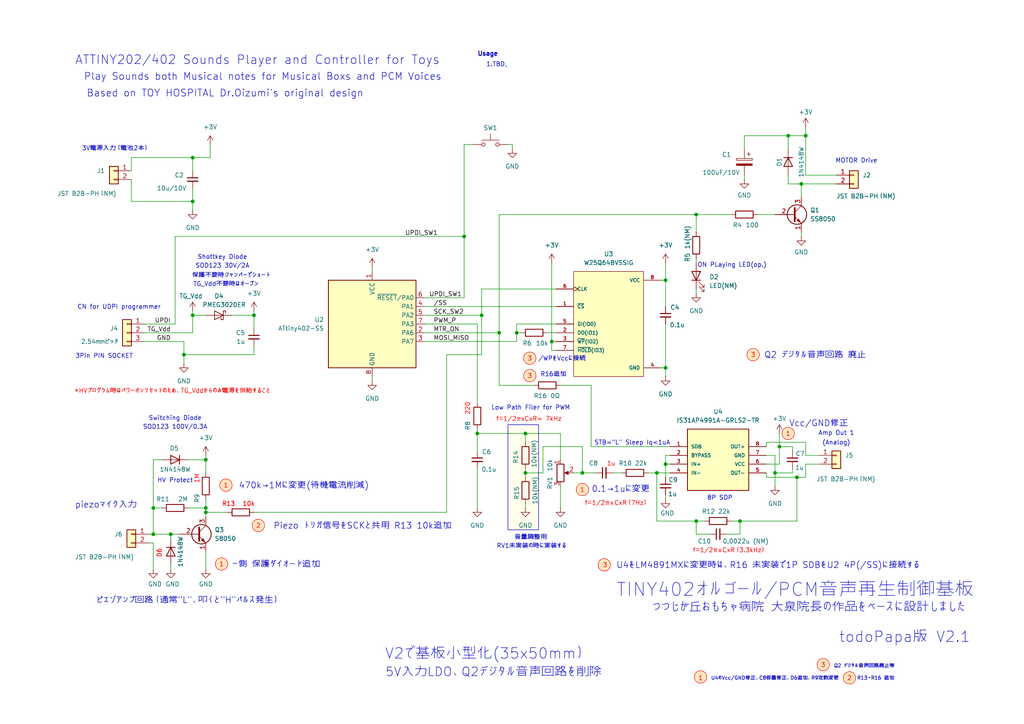
<source format=kicad_sch>
(kicad_sch
	(version 20231120)
	(generator "eeschema")
	(generator_version "8.0")
	(uuid "5a436d3e-c35c-4834-b033-7fede55586fd")
	(paper "A4")
	(title_block
		(title "ATTINY202/402 Sounds Player")
		(date "2024-08-31")
		(rev "V2.1")
		(company "todoPapa Elec.")
	)
	(lib_symbols
		(symbol "Connector_Generic:Conn_01x02"
			(pin_names
				(offset 1.016) hide)
			(exclude_from_sim no)
			(in_bom yes)
			(on_board yes)
			(property "Reference" "J"
				(at 0 2.54 0)
				(effects
					(font
						(size 1.27 1.27)
					)
				)
			)
			(property "Value" "Conn_01x02"
				(at 0 -5.08 0)
				(effects
					(font
						(size 1.27 1.27)
					)
				)
			)
			(property "Footprint" ""
				(at 0 0 0)
				(effects
					(font
						(size 1.27 1.27)
					)
					(hide yes)
				)
			)
			(property "Datasheet" "~"
				(at 0 0 0)
				(effects
					(font
						(size 1.27 1.27)
					)
					(hide yes)
				)
			)
			(property "Description" "Generic connector, single row, 01x02, script generated (kicad-library-utils/schlib/autogen/connector/)"
				(at 0 0 0)
				(effects
					(font
						(size 1.27 1.27)
					)
					(hide yes)
				)
			)
			(property "ki_keywords" "connector"
				(at 0 0 0)
				(effects
					(font
						(size 1.27 1.27)
					)
					(hide yes)
				)
			)
			(property "ki_fp_filters" "Connector*:*_1x??_*"
				(at 0 0 0)
				(effects
					(font
						(size 1.27 1.27)
					)
					(hide yes)
				)
			)
			(symbol "Conn_01x02_1_1"
				(rectangle
					(start -1.27 -2.413)
					(end 0 -2.667)
					(stroke
						(width 0.1524)
						(type default)
					)
					(fill
						(type none)
					)
				)
				(rectangle
					(start -1.27 0.127)
					(end 0 -0.127)
					(stroke
						(width 0.1524)
						(type default)
					)
					(fill
						(type none)
					)
				)
				(rectangle
					(start -1.27 1.27)
					(end 1.27 -3.81)
					(stroke
						(width 0.254)
						(type default)
					)
					(fill
						(type background)
					)
				)
				(pin passive line
					(at -5.08 0 0)
					(length 3.81)
					(name "Pin_1"
						(effects
							(font
								(size 1.27 1.27)
							)
						)
					)
					(number "1"
						(effects
							(font
								(size 1.27 1.27)
							)
						)
					)
				)
				(pin passive line
					(at -5.08 -2.54 0)
					(length 3.81)
					(name "Pin_2"
						(effects
							(font
								(size 1.27 1.27)
							)
						)
					)
					(number "2"
						(effects
							(font
								(size 1.27 1.27)
							)
						)
					)
				)
			)
		)
		(symbol "Connector_Generic:Conn_01x03"
			(pin_names
				(offset 1.016) hide)
			(exclude_from_sim no)
			(in_bom yes)
			(on_board yes)
			(property "Reference" "J"
				(at 0 5.08 0)
				(effects
					(font
						(size 1.27 1.27)
					)
				)
			)
			(property "Value" "Conn_01x03"
				(at 0 -5.08 0)
				(effects
					(font
						(size 1.27 1.27)
					)
				)
			)
			(property "Footprint" ""
				(at 0 0 0)
				(effects
					(font
						(size 1.27 1.27)
					)
					(hide yes)
				)
			)
			(property "Datasheet" "~"
				(at 0 0 0)
				(effects
					(font
						(size 1.27 1.27)
					)
					(hide yes)
				)
			)
			(property "Description" "Generic connector, single row, 01x03, script generated (kicad-library-utils/schlib/autogen/connector/)"
				(at 0 0 0)
				(effects
					(font
						(size 1.27 1.27)
					)
					(hide yes)
				)
			)
			(property "ki_keywords" "connector"
				(at 0 0 0)
				(effects
					(font
						(size 1.27 1.27)
					)
					(hide yes)
				)
			)
			(property "ki_fp_filters" "Connector*:*_1x??_*"
				(at 0 0 0)
				(effects
					(font
						(size 1.27 1.27)
					)
					(hide yes)
				)
			)
			(symbol "Conn_01x03_1_1"
				(rectangle
					(start -1.27 -2.413)
					(end 0 -2.667)
					(stroke
						(width 0.1524)
						(type default)
					)
					(fill
						(type none)
					)
				)
				(rectangle
					(start -1.27 0.127)
					(end 0 -0.127)
					(stroke
						(width 0.1524)
						(type default)
					)
					(fill
						(type none)
					)
				)
				(rectangle
					(start -1.27 2.667)
					(end 0 2.413)
					(stroke
						(width 0.1524)
						(type default)
					)
					(fill
						(type none)
					)
				)
				(rectangle
					(start -1.27 3.81)
					(end 1.27 -3.81)
					(stroke
						(width 0.254)
						(type default)
					)
					(fill
						(type background)
					)
				)
				(pin passive line
					(at -5.08 2.54 0)
					(length 3.81)
					(name "Pin_1"
						(effects
							(font
								(size 1.27 1.27)
							)
						)
					)
					(number "1"
						(effects
							(font
								(size 1.27 1.27)
							)
						)
					)
				)
				(pin passive line
					(at -5.08 0 0)
					(length 3.81)
					(name "Pin_2"
						(effects
							(font
								(size 1.27 1.27)
							)
						)
					)
					(number "2"
						(effects
							(font
								(size 1.27 1.27)
							)
						)
					)
				)
				(pin passive line
					(at -5.08 -2.54 0)
					(length 3.81)
					(name "Pin_3"
						(effects
							(font
								(size 1.27 1.27)
							)
						)
					)
					(number "3"
						(effects
							(font
								(size 1.27 1.27)
							)
						)
					)
				)
			)
		)
		(symbol "Device:C_Polarized"
			(pin_numbers hide)
			(pin_names
				(offset 0.254)
			)
			(exclude_from_sim no)
			(in_bom yes)
			(on_board yes)
			(property "Reference" "C"
				(at 0.635 2.54 0)
				(effects
					(font
						(size 1.27 1.27)
					)
					(justify left)
				)
			)
			(property "Value" "C_Polarized"
				(at 0.635 -2.54 0)
				(effects
					(font
						(size 1.27 1.27)
					)
					(justify left)
				)
			)
			(property "Footprint" ""
				(at 0.9652 -3.81 0)
				(effects
					(font
						(size 1.27 1.27)
					)
					(hide yes)
				)
			)
			(property "Datasheet" "~"
				(at 0 0 0)
				(effects
					(font
						(size 1.27 1.27)
					)
					(hide yes)
				)
			)
			(property "Description" "Polarized capacitor"
				(at 0 0 0)
				(effects
					(font
						(size 1.27 1.27)
					)
					(hide yes)
				)
			)
			(property "ki_keywords" "cap capacitor"
				(at 0 0 0)
				(effects
					(font
						(size 1.27 1.27)
					)
					(hide yes)
				)
			)
			(property "ki_fp_filters" "CP_*"
				(at 0 0 0)
				(effects
					(font
						(size 1.27 1.27)
					)
					(hide yes)
				)
			)
			(symbol "C_Polarized_0_1"
				(rectangle
					(start -2.286 0.508)
					(end 2.286 1.016)
					(stroke
						(width 0)
						(type default)
					)
					(fill
						(type none)
					)
				)
				(polyline
					(pts
						(xy -1.778 2.286) (xy -0.762 2.286)
					)
					(stroke
						(width 0)
						(type default)
					)
					(fill
						(type none)
					)
				)
				(polyline
					(pts
						(xy -1.27 2.794) (xy -1.27 1.778)
					)
					(stroke
						(width 0)
						(type default)
					)
					(fill
						(type none)
					)
				)
				(rectangle
					(start 2.286 -0.508)
					(end -2.286 -1.016)
					(stroke
						(width 0)
						(type default)
					)
					(fill
						(type outline)
					)
				)
			)
			(symbol "C_Polarized_1_1"
				(pin passive line
					(at 0 3.81 270)
					(length 2.794)
					(name "~"
						(effects
							(font
								(size 1.27 1.27)
							)
						)
					)
					(number "1"
						(effects
							(font
								(size 1.27 1.27)
							)
						)
					)
				)
				(pin passive line
					(at 0 -3.81 90)
					(length 2.794)
					(name "~"
						(effects
							(font
								(size 1.27 1.27)
							)
						)
					)
					(number "2"
						(effects
							(font
								(size 1.27 1.27)
							)
						)
					)
				)
			)
		)
		(symbol "Device:C_Small"
			(pin_numbers hide)
			(pin_names
				(offset 0.254) hide)
			(exclude_from_sim no)
			(in_bom yes)
			(on_board yes)
			(property "Reference" "C"
				(at 0.254 1.778 0)
				(effects
					(font
						(size 1.27 1.27)
					)
					(justify left)
				)
			)
			(property "Value" "C_Small"
				(at 0.254 -2.032 0)
				(effects
					(font
						(size 1.27 1.27)
					)
					(justify left)
				)
			)
			(property "Footprint" ""
				(at 0 0 0)
				(effects
					(font
						(size 1.27 1.27)
					)
					(hide yes)
				)
			)
			(property "Datasheet" "~"
				(at 0 0 0)
				(effects
					(font
						(size 1.27 1.27)
					)
					(hide yes)
				)
			)
			(property "Description" "Unpolarized capacitor, small symbol"
				(at 0 0 0)
				(effects
					(font
						(size 1.27 1.27)
					)
					(hide yes)
				)
			)
			(property "ki_keywords" "capacitor cap"
				(at 0 0 0)
				(effects
					(font
						(size 1.27 1.27)
					)
					(hide yes)
				)
			)
			(property "ki_fp_filters" "C_*"
				(at 0 0 0)
				(effects
					(font
						(size 1.27 1.27)
					)
					(hide yes)
				)
			)
			(symbol "C_Small_0_1"
				(polyline
					(pts
						(xy -1.524 -0.508) (xy 1.524 -0.508)
					)
					(stroke
						(width 0.3302)
						(type default)
					)
					(fill
						(type none)
					)
				)
				(polyline
					(pts
						(xy -1.524 0.508) (xy 1.524 0.508)
					)
					(stroke
						(width 0.3048)
						(type default)
					)
					(fill
						(type none)
					)
				)
			)
			(symbol "C_Small_1_1"
				(pin passive line
					(at 0 2.54 270)
					(length 2.032)
					(name "~"
						(effects
							(font
								(size 1.27 1.27)
							)
						)
					)
					(number "1"
						(effects
							(font
								(size 1.27 1.27)
							)
						)
					)
				)
				(pin passive line
					(at 0 -2.54 90)
					(length 2.032)
					(name "~"
						(effects
							(font
								(size 1.27 1.27)
							)
						)
					)
					(number "2"
						(effects
							(font
								(size 1.27 1.27)
							)
						)
					)
				)
			)
		)
		(symbol "Device:LED"
			(pin_numbers hide)
			(pin_names
				(offset 1.016) hide)
			(exclude_from_sim no)
			(in_bom yes)
			(on_board yes)
			(property "Reference" "D"
				(at 0 2.54 0)
				(effects
					(font
						(size 1.27 1.27)
					)
				)
			)
			(property "Value" "LED"
				(at 0 -2.54 0)
				(effects
					(font
						(size 1.27 1.27)
					)
				)
			)
			(property "Footprint" ""
				(at 0 0 0)
				(effects
					(font
						(size 1.27 1.27)
					)
					(hide yes)
				)
			)
			(property "Datasheet" "~"
				(at 0 0 0)
				(effects
					(font
						(size 1.27 1.27)
					)
					(hide yes)
				)
			)
			(property "Description" "Light emitting diode"
				(at 0 0 0)
				(effects
					(font
						(size 1.27 1.27)
					)
					(hide yes)
				)
			)
			(property "ki_keywords" "LED diode"
				(at 0 0 0)
				(effects
					(font
						(size 1.27 1.27)
					)
					(hide yes)
				)
			)
			(property "ki_fp_filters" "LED* LED_SMD:* LED_THT:*"
				(at 0 0 0)
				(effects
					(font
						(size 1.27 1.27)
					)
					(hide yes)
				)
			)
			(symbol "LED_0_1"
				(polyline
					(pts
						(xy -1.27 -1.27) (xy -1.27 1.27)
					)
					(stroke
						(width 0.254)
						(type default)
					)
					(fill
						(type none)
					)
				)
				(polyline
					(pts
						(xy -1.27 0) (xy 1.27 0)
					)
					(stroke
						(width 0)
						(type default)
					)
					(fill
						(type none)
					)
				)
				(polyline
					(pts
						(xy 1.27 -1.27) (xy 1.27 1.27) (xy -1.27 0) (xy 1.27 -1.27)
					)
					(stroke
						(width 0.254)
						(type default)
					)
					(fill
						(type none)
					)
				)
				(polyline
					(pts
						(xy -3.048 -0.762) (xy -4.572 -2.286) (xy -3.81 -2.286) (xy -4.572 -2.286) (xy -4.572 -1.524)
					)
					(stroke
						(width 0)
						(type default)
					)
					(fill
						(type none)
					)
				)
				(polyline
					(pts
						(xy -1.778 -0.762) (xy -3.302 -2.286) (xy -2.54 -2.286) (xy -3.302 -2.286) (xy -3.302 -1.524)
					)
					(stroke
						(width 0)
						(type default)
					)
					(fill
						(type none)
					)
				)
			)
			(symbol "LED_1_1"
				(pin passive line
					(at -3.81 0 0)
					(length 2.54)
					(name "K"
						(effects
							(font
								(size 1.27 1.27)
							)
						)
					)
					(number "1"
						(effects
							(font
								(size 1.27 1.27)
							)
						)
					)
				)
				(pin passive line
					(at 3.81 0 180)
					(length 2.54)
					(name "A"
						(effects
							(font
								(size 1.27 1.27)
							)
						)
					)
					(number "2"
						(effects
							(font
								(size 1.27 1.27)
							)
						)
					)
				)
			)
		)
		(symbol "Device:R"
			(pin_numbers hide)
			(pin_names
				(offset 0)
			)
			(exclude_from_sim no)
			(in_bom yes)
			(on_board yes)
			(property "Reference" "R"
				(at 2.032 0 90)
				(effects
					(font
						(size 1.27 1.27)
					)
				)
			)
			(property "Value" "R"
				(at 0 0 90)
				(effects
					(font
						(size 1.27 1.27)
					)
				)
			)
			(property "Footprint" ""
				(at -1.778 0 90)
				(effects
					(font
						(size 1.27 1.27)
					)
					(hide yes)
				)
			)
			(property "Datasheet" "~"
				(at 0 0 0)
				(effects
					(font
						(size 1.27 1.27)
					)
					(hide yes)
				)
			)
			(property "Description" "Resistor"
				(at 0 0 0)
				(effects
					(font
						(size 1.27 1.27)
					)
					(hide yes)
				)
			)
			(property "ki_keywords" "R res resistor"
				(at 0 0 0)
				(effects
					(font
						(size 1.27 1.27)
					)
					(hide yes)
				)
			)
			(property "ki_fp_filters" "R_*"
				(at 0 0 0)
				(effects
					(font
						(size 1.27 1.27)
					)
					(hide yes)
				)
			)
			(symbol "R_0_1"
				(rectangle
					(start -1.016 -2.54)
					(end 1.016 2.54)
					(stroke
						(width 0.254)
						(type default)
					)
					(fill
						(type none)
					)
				)
			)
			(symbol "R_1_1"
				(pin passive line
					(at 0 3.81 270)
					(length 1.27)
					(name "~"
						(effects
							(font
								(size 1.27 1.27)
							)
						)
					)
					(number "1"
						(effects
							(font
								(size 1.27 1.27)
							)
						)
					)
				)
				(pin passive line
					(at 0 -3.81 90)
					(length 1.27)
					(name "~"
						(effects
							(font
								(size 1.27 1.27)
							)
						)
					)
					(number "2"
						(effects
							(font
								(size 1.27 1.27)
							)
						)
					)
				)
			)
		)
		(symbol "Device:R_Potentiometer"
			(pin_names
				(offset 1.016) hide)
			(exclude_from_sim no)
			(in_bom yes)
			(on_board yes)
			(property "Reference" "RV"
				(at -4.445 0 90)
				(effects
					(font
						(size 1.27 1.27)
					)
				)
			)
			(property "Value" "R_Potentiometer"
				(at -2.54 0 90)
				(effects
					(font
						(size 1.27 1.27)
					)
				)
			)
			(property "Footprint" ""
				(at 0 0 0)
				(effects
					(font
						(size 1.27 1.27)
					)
					(hide yes)
				)
			)
			(property "Datasheet" "~"
				(at 0 0 0)
				(effects
					(font
						(size 1.27 1.27)
					)
					(hide yes)
				)
			)
			(property "Description" "Potentiometer"
				(at 0 0 0)
				(effects
					(font
						(size 1.27 1.27)
					)
					(hide yes)
				)
			)
			(property "ki_keywords" "resistor variable"
				(at 0 0 0)
				(effects
					(font
						(size 1.27 1.27)
					)
					(hide yes)
				)
			)
			(property "ki_fp_filters" "Potentiometer*"
				(at 0 0 0)
				(effects
					(font
						(size 1.27 1.27)
					)
					(hide yes)
				)
			)
			(symbol "R_Potentiometer_0_1"
				(polyline
					(pts
						(xy 2.54 0) (xy 1.524 0)
					)
					(stroke
						(width 0)
						(type default)
					)
					(fill
						(type none)
					)
				)
				(polyline
					(pts
						(xy 1.143 0) (xy 2.286 0.508) (xy 2.286 -0.508) (xy 1.143 0)
					)
					(stroke
						(width 0)
						(type default)
					)
					(fill
						(type outline)
					)
				)
				(rectangle
					(start 1.016 2.54)
					(end -1.016 -2.54)
					(stroke
						(width 0.254)
						(type default)
					)
					(fill
						(type none)
					)
				)
			)
			(symbol "R_Potentiometer_1_1"
				(pin passive line
					(at 0 3.81 270)
					(length 1.27)
					(name "1"
						(effects
							(font
								(size 1.27 1.27)
							)
						)
					)
					(number "1"
						(effects
							(font
								(size 1.27 1.27)
							)
						)
					)
				)
				(pin passive line
					(at 3.81 0 180)
					(length 1.27)
					(name "2"
						(effects
							(font
								(size 1.27 1.27)
							)
						)
					)
					(number "2"
						(effects
							(font
								(size 1.27 1.27)
							)
						)
					)
				)
				(pin passive line
					(at 0 -3.81 90)
					(length 1.27)
					(name "3"
						(effects
							(font
								(size 1.27 1.27)
							)
						)
					)
					(number "3"
						(effects
							(font
								(size 1.27 1.27)
							)
						)
					)
				)
			)
		)
		(symbol "Diode:1N4148W"
			(pin_numbers hide)
			(pin_names hide)
			(exclude_from_sim no)
			(in_bom yes)
			(on_board yes)
			(property "Reference" "D"
				(at 0 2.54 0)
				(effects
					(font
						(size 1.27 1.27)
					)
				)
			)
			(property "Value" "1N4148W"
				(at 0 -2.54 0)
				(effects
					(font
						(size 1.27 1.27)
					)
				)
			)
			(property "Footprint" "Diode_SMD:D_SOD-123"
				(at 0 -4.445 0)
				(effects
					(font
						(size 1.27 1.27)
					)
					(hide yes)
				)
			)
			(property "Datasheet" "https://www.vishay.com/docs/85748/1n4148w.pdf"
				(at 0 0 0)
				(effects
					(font
						(size 1.27 1.27)
					)
					(hide yes)
				)
			)
			(property "Description" "75V 0.15A Fast Switching Diode, SOD-123"
				(at 0 0 0)
				(effects
					(font
						(size 1.27 1.27)
					)
					(hide yes)
				)
			)
			(property "Sim.Device" "D"
				(at 0 0 0)
				(effects
					(font
						(size 1.27 1.27)
					)
					(hide yes)
				)
			)
			(property "Sim.Pins" "1=K 2=A"
				(at 0 0 0)
				(effects
					(font
						(size 1.27 1.27)
					)
					(hide yes)
				)
			)
			(property "ki_keywords" "diode"
				(at 0 0 0)
				(effects
					(font
						(size 1.27 1.27)
					)
					(hide yes)
				)
			)
			(property "ki_fp_filters" "D*SOD?123*"
				(at 0 0 0)
				(effects
					(font
						(size 1.27 1.27)
					)
					(hide yes)
				)
			)
			(symbol "1N4148W_0_1"
				(polyline
					(pts
						(xy -1.27 1.27) (xy -1.27 -1.27)
					)
					(stroke
						(width 0.254)
						(type default)
					)
					(fill
						(type none)
					)
				)
				(polyline
					(pts
						(xy 1.27 0) (xy -1.27 0)
					)
					(stroke
						(width 0)
						(type default)
					)
					(fill
						(type none)
					)
				)
				(polyline
					(pts
						(xy 1.27 1.27) (xy 1.27 -1.27) (xy -1.27 0) (xy 1.27 1.27)
					)
					(stroke
						(width 0.254)
						(type default)
					)
					(fill
						(type none)
					)
				)
			)
			(symbol "1N4148W_1_1"
				(pin passive line
					(at -3.81 0 0)
					(length 2.54)
					(name "K"
						(effects
							(font
								(size 1.27 1.27)
							)
						)
					)
					(number "1"
						(effects
							(font
								(size 1.27 1.27)
							)
						)
					)
				)
				(pin passive line
					(at 3.81 0 180)
					(length 2.54)
					(name "A"
						(effects
							(font
								(size 1.27 1.27)
							)
						)
					)
					(number "2"
						(effects
							(font
								(size 1.27 1.27)
							)
						)
					)
				)
			)
		)
		(symbol "Diode:PMEG3020ER"
			(pin_numbers hide)
			(pin_names hide)
			(exclude_from_sim no)
			(in_bom yes)
			(on_board yes)
			(property "Reference" "D"
				(at 0 2.54 0)
				(effects
					(font
						(size 1.27 1.27)
					)
				)
			)
			(property "Value" "PMEG3020ER"
				(at 0 -2.54 0)
				(effects
					(font
						(size 1.27 1.27)
					)
				)
			)
			(property "Footprint" "Diode_SMD:Nexperia_CFP3_SOD-123W"
				(at 0 -4.445 0)
				(effects
					(font
						(size 1.27 1.27)
					)
					(hide yes)
				)
			)
			(property "Datasheet" "https://assets.nexperia.com/documents/data-sheet/PMEG3020ER.pdf"
				(at 0 0 0)
				(effects
					(font
						(size 1.27 1.27)
					)
					(hide yes)
				)
			)
			(property "Description" "30V, 2A low Vf MEGA Schottky barrier rectifier, SOD-123W"
				(at 0 0 0)
				(effects
					(font
						(size 1.27 1.27)
					)
					(hide yes)
				)
			)
			(property "ki_keywords" "forward voltage diode"
				(at 0 0 0)
				(effects
					(font
						(size 1.27 1.27)
					)
					(hide yes)
				)
			)
			(property "ki_fp_filters" "Nexperia*CFP3*SOD?123W*"
				(at 0 0 0)
				(effects
					(font
						(size 1.27 1.27)
					)
					(hide yes)
				)
			)
			(symbol "PMEG3020ER_0_1"
				(polyline
					(pts
						(xy 1.27 0) (xy -1.27 0)
					)
					(stroke
						(width 0)
						(type default)
					)
					(fill
						(type none)
					)
				)
				(polyline
					(pts
						(xy 1.27 1.27) (xy 1.27 -1.27) (xy -1.27 0) (xy 1.27 1.27)
					)
					(stroke
						(width 0.2032)
						(type default)
					)
					(fill
						(type none)
					)
				)
				(polyline
					(pts
						(xy -1.905 0.635) (xy -1.905 1.27) (xy -1.27 1.27) (xy -1.27 -1.27) (xy -0.635 -1.27) (xy -0.635 -0.635)
					)
					(stroke
						(width 0.2032)
						(type default)
					)
					(fill
						(type none)
					)
				)
			)
			(symbol "PMEG3020ER_1_1"
				(pin passive line
					(at -3.81 0 0)
					(length 2.54)
					(name "K"
						(effects
							(font
								(size 1.27 1.27)
							)
						)
					)
					(number "1"
						(effects
							(font
								(size 1.27 1.27)
							)
						)
					)
				)
				(pin passive line
					(at 3.81 0 180)
					(length 2.54)
					(name "A"
						(effects
							(font
								(size 1.27 1.27)
							)
						)
					)
					(number "2"
						(effects
							(font
								(size 1.27 1.27)
							)
						)
					)
				)
			)
		)
		(symbol "IS31AP4991A-SLS2-TR:IS31AP4991A-SLS2-TR"
			(pin_names
				(offset 1.016)
			)
			(exclude_from_sim no)
			(in_bom yes)
			(on_board yes)
			(property "Reference" "U"
				(at 10.16 7.62 0)
				(effects
					(font
						(size 1.27 1.27)
					)
					(justify left bottom)
				)
			)
			(property "Value" "IS31AP4991A-SLS2-TR"
				(at 10.16 -15.24 0)
				(effects
					(font
						(size 1.27 1.27)
					)
					(justify left bottom)
				)
			)
			(property "Footprint" "IS31AP4991A-SLS2-TR:IS31AP4991A-SLS2-TR"
				(at 0 0 0)
				(effects
					(font
						(size 1.27 1.27)
					)
					(justify bottom)
					(hide yes)
				)
			)
			(property "Datasheet" ""
				(at 0 0 0)
				(effects
					(font
						(size 1.27 1.27)
					)
					(hide yes)
				)
			)
			(property "Description" ""
				(at 0 0 0)
				(effects
					(font
						(size 1.27 1.27)
					)
					(hide yes)
				)
			)
			(property "MF" "Lumissil Microsystems"
				(at 0 0 0)
				(effects
					(font
						(size 1.27 1.27)
					)
					(justify bottom)
					(hide yes)
				)
			)
			(property "Description_1" "\nAmplifier IC 1-Channel (Mono) Class AB 8-MSOP\n"
				(at 0 0 0)
				(effects
					(font
						(size 1.27 1.27)
					)
					(justify bottom)
					(hide yes)
				)
			)
			(property "Package" "None"
				(at 0 0 0)
				(effects
					(font
						(size 1.27 1.27)
					)
					(justify bottom)
					(hide yes)
				)
			)
			(property "Price" "None"
				(at 0 0 0)
				(effects
					(font
						(size 1.27 1.27)
					)
					(justify bottom)
					(hide yes)
				)
			)
			(property "SnapEDA_Link" "https://www.snapeda.com/parts/IS31AP4991A-SLS2-TR/ISSI/view-part/?ref=snap"
				(at 0 0 0)
				(effects
					(font
						(size 1.27 1.27)
					)
					(justify bottom)
					(hide yes)
				)
			)
			(property "MP" "IS31AP4991A-SLS2-TR"
				(at 0 0 0)
				(effects
					(font
						(size 1.27 1.27)
					)
					(justify bottom)
					(hide yes)
				)
			)
			(property "Purchase-URL" "https://www.snapeda.com/api/url_track_click_mouser/?unipart_id=6381284&manufacturer=Lumissil Microsystems&part_name=IS31AP4991A-SLS2-TR&search_term=is31ap4991"
				(at 0 0 0)
				(effects
					(font
						(size 1.27 1.27)
					)
					(justify bottom)
					(hide yes)
				)
			)
			(property "Availability" "In Stock"
				(at 0 0 0)
				(effects
					(font
						(size 1.27 1.27)
					)
					(justify bottom)
					(hide yes)
				)
			)
			(property "Check_prices" "https://www.snapeda.com/parts/IS31AP4991A-SLS2-TR/ISSI/view-part/?ref=eda"
				(at 0 0 0)
				(effects
					(font
						(size 1.27 1.27)
					)
					(justify bottom)
					(hide yes)
				)
			)
			(symbol "IS31AP4991A-SLS2-TR_0_0"
				(rectangle
					(start 5.08 -12.7)
					(end 22.86 5.08)
					(stroke
						(width 0.254)
						(type default)
					)
					(fill
						(type background)
					)
				)
				(pin bidirectional line
					(at 0 0 0)
					(length 5.08)
					(name "SDB"
						(effects
							(font
								(size 1.016 1.016)
							)
						)
					)
					(number "1"
						(effects
							(font
								(size 1.016 1.016)
							)
						)
					)
				)
				(pin bidirectional line
					(at 0 -2.54 0)
					(length 5.08)
					(name "BYPASS"
						(effects
							(font
								(size 1.016 1.016)
							)
						)
					)
					(number "2"
						(effects
							(font
								(size 1.016 1.016)
							)
						)
					)
				)
				(pin bidirectional line
					(at 0 -5.08 0)
					(length 5.08)
					(name "IN+"
						(effects
							(font
								(size 1.016 1.016)
							)
						)
					)
					(number "3"
						(effects
							(font
								(size 1.016 1.016)
							)
						)
					)
				)
				(pin bidirectional line
					(at 0 -7.62 0)
					(length 5.08)
					(name "IN-"
						(effects
							(font
								(size 1.016 1.016)
							)
						)
					)
					(number "4"
						(effects
							(font
								(size 1.016 1.016)
							)
						)
					)
				)
				(pin bidirectional line
					(at 27.94 -7.62 180)
					(length 5.08)
					(name "OUT-"
						(effects
							(font
								(size 1.016 1.016)
							)
						)
					)
					(number "5"
						(effects
							(font
								(size 1.016 1.016)
							)
						)
					)
				)
				(pin bidirectional line
					(at 27.94 -5.08 180)
					(length 5.08)
					(name "VCC"
						(effects
							(font
								(size 1.016 1.016)
							)
						)
					)
					(number "6"
						(effects
							(font
								(size 1.016 1.016)
							)
						)
					)
				)
				(pin bidirectional line
					(at 27.94 -2.54 180)
					(length 5.08)
					(name "GND"
						(effects
							(font
								(size 1.016 1.016)
							)
						)
					)
					(number "7"
						(effects
							(font
								(size 1.016 1.016)
							)
						)
					)
				)
				(pin bidirectional line
					(at 27.94 0 180)
					(length 5.08)
					(name "OUT+"
						(effects
							(font
								(size 1.016 1.016)
							)
						)
					)
					(number "8"
						(effects
							(font
								(size 1.016 1.016)
							)
						)
					)
				)
			)
		)
		(symbol "MCU_Microchip_ATtiny:ATtiny402-SS"
			(exclude_from_sim no)
			(in_bom yes)
			(on_board yes)
			(property "Reference" "U"
				(at -12.7 13.97 0)
				(effects
					(font
						(size 1.27 1.27)
					)
					(justify left bottom)
				)
			)
			(property "Value" "ATtiny402-SS"
				(at 2.54 -13.97 0)
				(effects
					(font
						(size 1.27 1.27)
					)
					(justify left top)
				)
			)
			(property "Footprint" "Package_SO:SOIC-8_3.9x4.9mm_P1.27mm"
				(at 0 0 0)
				(effects
					(font
						(size 1.27 1.27)
						(italic yes)
					)
					(hide yes)
				)
			)
			(property "Datasheet" "http://ww1.microchip.com/downloads/en/DeviceDoc/ATtiny202-402-AVR-MCU-with-Core-Independent-Peripherals_and-picoPower-40001969A.pdf"
				(at 0 0 0)
				(effects
					(font
						(size 1.27 1.27)
					)
					(hide yes)
				)
			)
			(property "Description" "20MHz, 4kB Flash, 256B SRAM, 128B EEPROM, SOIC-8"
				(at 0 0 0)
				(effects
					(font
						(size 1.27 1.27)
					)
					(hide yes)
				)
			)
			(property "ki_keywords" "AVR 8bit Microcontroller tinyAVR"
				(at 0 0 0)
				(effects
					(font
						(size 1.27 1.27)
					)
					(hide yes)
				)
			)
			(property "ki_fp_filters" "SOIC*3.9x4.9mm*P1.27mm*"
				(at 0 0 0)
				(effects
					(font
						(size 1.27 1.27)
					)
					(hide yes)
				)
			)
			(symbol "ATtiny402-SS_0_1"
				(rectangle
					(start -12.7 -12.7)
					(end 12.7 12.7)
					(stroke
						(width 0.254)
						(type default)
					)
					(fill
						(type background)
					)
				)
			)
			(symbol "ATtiny402-SS_1_1"
				(pin power_in line
					(at 0 15.24 270)
					(length 2.54)
					(name "VCC"
						(effects
							(font
								(size 1.27 1.27)
							)
						)
					)
					(number "1"
						(effects
							(font
								(size 1.27 1.27)
							)
						)
					)
				)
				(pin bidirectional line
					(at 15.24 -2.54 180)
					(length 2.54)
					(name "PA6"
						(effects
							(font
								(size 1.27 1.27)
							)
						)
					)
					(number "2"
						(effects
							(font
								(size 1.27 1.27)
							)
						)
					)
				)
				(pin bidirectional line
					(at 15.24 -5.08 180)
					(length 2.54)
					(name "PA7"
						(effects
							(font
								(size 1.27 1.27)
							)
						)
					)
					(number "3"
						(effects
							(font
								(size 1.27 1.27)
							)
						)
					)
				)
				(pin bidirectional line
					(at 15.24 5.08 180)
					(length 2.54)
					(name "PA1"
						(effects
							(font
								(size 1.27 1.27)
							)
						)
					)
					(number "4"
						(effects
							(font
								(size 1.27 1.27)
							)
						)
					)
				)
				(pin bidirectional line
					(at 15.24 2.54 180)
					(length 2.54)
					(name "PA2"
						(effects
							(font
								(size 1.27 1.27)
							)
						)
					)
					(number "5"
						(effects
							(font
								(size 1.27 1.27)
							)
						)
					)
				)
				(pin bidirectional line
					(at 15.24 7.62 180)
					(length 2.54)
					(name "~{RESET}/PA0"
						(effects
							(font
								(size 1.27 1.27)
							)
						)
					)
					(number "6"
						(effects
							(font
								(size 1.27 1.27)
							)
						)
					)
				)
				(pin bidirectional line
					(at 15.24 0 180)
					(length 2.54)
					(name "PA3"
						(effects
							(font
								(size 1.27 1.27)
							)
						)
					)
					(number "7"
						(effects
							(font
								(size 1.27 1.27)
							)
						)
					)
				)
				(pin power_in line
					(at 0 -15.24 90)
					(length 2.54)
					(name "GND"
						(effects
							(font
								(size 1.27 1.27)
							)
						)
					)
					(number "8"
						(effects
							(font
								(size 1.27 1.27)
							)
						)
					)
				)
			)
		)
		(symbol "Switch:SW_Push"
			(pin_numbers hide)
			(pin_names
				(offset 1.016) hide)
			(exclude_from_sim no)
			(in_bom yes)
			(on_board yes)
			(property "Reference" "SW"
				(at 1.27 2.54 0)
				(effects
					(font
						(size 1.27 1.27)
					)
					(justify left)
				)
			)
			(property "Value" "SW_Push"
				(at 0 -1.524 0)
				(effects
					(font
						(size 1.27 1.27)
					)
				)
			)
			(property "Footprint" ""
				(at 0 5.08 0)
				(effects
					(font
						(size 1.27 1.27)
					)
					(hide yes)
				)
			)
			(property "Datasheet" "~"
				(at 0 5.08 0)
				(effects
					(font
						(size 1.27 1.27)
					)
					(hide yes)
				)
			)
			(property "Description" "Push button switch, generic, two pins"
				(at 0 0 0)
				(effects
					(font
						(size 1.27 1.27)
					)
					(hide yes)
				)
			)
			(property "ki_keywords" "switch normally-open pushbutton push-button"
				(at 0 0 0)
				(effects
					(font
						(size 1.27 1.27)
					)
					(hide yes)
				)
			)
			(symbol "SW_Push_0_1"
				(circle
					(center -2.032 0)
					(radius 0.508)
					(stroke
						(width 0)
						(type default)
					)
					(fill
						(type none)
					)
				)
				(polyline
					(pts
						(xy 0 1.27) (xy 0 3.048)
					)
					(stroke
						(width 0)
						(type default)
					)
					(fill
						(type none)
					)
				)
				(polyline
					(pts
						(xy 2.54 1.27) (xy -2.54 1.27)
					)
					(stroke
						(width 0)
						(type default)
					)
					(fill
						(type none)
					)
				)
				(circle
					(center 2.032 0)
					(radius 0.508)
					(stroke
						(width 0)
						(type default)
					)
					(fill
						(type none)
					)
				)
				(pin passive line
					(at -5.08 0 0)
					(length 2.54)
					(name "1"
						(effects
							(font
								(size 1.27 1.27)
							)
						)
					)
					(number "1"
						(effects
							(font
								(size 1.27 1.27)
							)
						)
					)
				)
				(pin passive line
					(at 5.08 0 180)
					(length 2.54)
					(name "2"
						(effects
							(font
								(size 1.27 1.27)
							)
						)
					)
					(number "2"
						(effects
							(font
								(size 1.27 1.27)
							)
						)
					)
				)
			)
		)
		(symbol "Transistor_BJT:S8050"
			(pin_names
				(offset 0) hide)
			(exclude_from_sim no)
			(in_bom yes)
			(on_board yes)
			(property "Reference" "Q"
				(at 5.08 1.905 0)
				(effects
					(font
						(size 1.27 1.27)
					)
					(justify left)
				)
			)
			(property "Value" "S8050"
				(at 5.08 0 0)
				(effects
					(font
						(size 1.27 1.27)
					)
					(justify left)
				)
			)
			(property "Footprint" "Package_TO_SOT_THT:TO-92_Inline"
				(at 5.08 -1.905 0)
				(effects
					(font
						(size 1.27 1.27)
						(italic yes)
					)
					(justify left)
					(hide yes)
				)
			)
			(property "Datasheet" "http://www.unisonic.com.tw/datasheet/S8050.pdf"
				(at 0 0 0)
				(effects
					(font
						(size 1.27 1.27)
					)
					(justify left)
					(hide yes)
				)
			)
			(property "Description" "0.7A Ic, 20V Vce, Low Voltage High Current NPN Transistor, TO-92"
				(at 0 0 0)
				(effects
					(font
						(size 1.27 1.27)
					)
					(hide yes)
				)
			)
			(property "ki_keywords" "S8050 NPN Low Voltage High Current Transistor"
				(at 0 0 0)
				(effects
					(font
						(size 1.27 1.27)
					)
					(hide yes)
				)
			)
			(property "ki_fp_filters" "TO?92*"
				(at 0 0 0)
				(effects
					(font
						(size 1.27 1.27)
					)
					(hide yes)
				)
			)
			(symbol "S8050_0_1"
				(polyline
					(pts
						(xy 0 0) (xy 0.635 0)
					)
					(stroke
						(width 0)
						(type default)
					)
					(fill
						(type none)
					)
				)
				(polyline
					(pts
						(xy 0.635 0.635) (xy 2.54 2.54)
					)
					(stroke
						(width 0)
						(type default)
					)
					(fill
						(type none)
					)
				)
				(polyline
					(pts
						(xy 0.635 -0.635) (xy 2.54 -2.54) (xy 2.54 -2.54)
					)
					(stroke
						(width 0)
						(type default)
					)
					(fill
						(type none)
					)
				)
				(polyline
					(pts
						(xy 0.635 1.905) (xy 0.635 -1.905) (xy 0.635 -1.905)
					)
					(stroke
						(width 0.508)
						(type default)
					)
					(fill
						(type none)
					)
				)
				(polyline
					(pts
						(xy 1.27 -1.778) (xy 1.778 -1.27) (xy 2.286 -2.286) (xy 1.27 -1.778) (xy 1.27 -1.778)
					)
					(stroke
						(width 0)
						(type default)
					)
					(fill
						(type outline)
					)
				)
				(circle
					(center 1.27 0)
					(radius 2.8194)
					(stroke
						(width 0.254)
						(type default)
					)
					(fill
						(type none)
					)
				)
			)
			(symbol "S8050_1_1"
				(pin passive line
					(at 2.54 -5.08 90)
					(length 2.54)
					(name "E"
						(effects
							(font
								(size 1.27 1.27)
							)
						)
					)
					(number "1"
						(effects
							(font
								(size 1.27 1.27)
							)
						)
					)
				)
				(pin input line
					(at -5.08 0 0)
					(length 5.08)
					(name "B"
						(effects
							(font
								(size 1.27 1.27)
							)
						)
					)
					(number "2"
						(effects
							(font
								(size 1.27 1.27)
							)
						)
					)
				)
				(pin passive line
					(at 2.54 5.08 270)
					(length 2.54)
					(name "C"
						(effects
							(font
								(size 1.27 1.27)
							)
						)
					)
					(number "3"
						(effects
							(font
								(size 1.27 1.27)
							)
						)
					)
				)
			)
		)
		(symbol "W25Q64BVSSIG:W25Q64BVSSIG"
			(pin_names
				(offset 1.016)
			)
			(exclude_from_sim no)
			(in_bom yes)
			(on_board yes)
			(property "Reference" "U"
				(at -10.2201 17.8852 0)
				(effects
					(font
						(size 1.27 1.27)
					)
					(justify left bottom)
				)
			)
			(property "Value" "W25Q64BVSSIG"
				(at -10.2091 -20.4182 0)
				(effects
					(font
						(size 1.27 1.27)
					)
					(justify left bottom)
				)
			)
			(property "Footprint" "W25Q64BVSSIG:SOIC127P790X216-8N"
				(at 0 0 0)
				(effects
					(font
						(size 1.27 1.27)
					)
					(justify bottom)
					(hide yes)
				)
			)
			(property "Datasheet" ""
				(at 0 0 0)
				(effects
					(font
						(size 1.27 1.27)
					)
					(hide yes)
				)
			)
			(property "Description" "64m Serail Flash"
				(at 0 0 0)
				(effects
					(font
						(size 1.27 1.27)
					)
					(justify bottom)
					(hide yes)
				)
			)
			(property "MF" "Winbond Electronics"
				(at 0 0 0)
				(effects
					(font
						(size 1.27 1.27)
					)
					(justify bottom)
					(hide yes)
				)
			)
			(property "PACKAGE" "SOIC-8 Winbond"
				(at 0 0 0)
				(effects
					(font
						(size 1.27 1.27)
					)
					(justify bottom)
					(hide yes)
				)
			)
			(property "PRICE" "None"
				(at 0 0 0)
				(effects
					(font
						(size 1.27 1.27)
					)
					(justify bottom)
					(hide yes)
				)
			)
			(property "Package" "SOIC-8 Winbond"
				(at 0 0 0)
				(effects
					(font
						(size 1.27 1.27)
					)
					(justify bottom)
					(hide yes)
				)
			)
			(property "Check_prices" "https://www.snapeda.com/parts/W25Q64BVSSIG/Winbond+Electronics/view-part/?ref=eda"
				(at 0 0 0)
				(effects
					(font
						(size 1.27 1.27)
					)
					(justify bottom)
					(hide yes)
				)
			)
			(property "Price" "None"
				(at 0 0 0)
				(effects
					(font
						(size 1.27 1.27)
					)
					(justify bottom)
					(hide yes)
				)
			)
			(property "SnapEDA_Link" "https://www.snapeda.com/parts/W25Q64BVSSIG/Winbond+Electronics/view-part/?ref=snap"
				(at 0 0 0)
				(effects
					(font
						(size 1.27 1.27)
					)
					(justify bottom)
					(hide yes)
				)
			)
			(property "MP" "W25Q64BVSSIG"
				(at 0 0 0)
				(effects
					(font
						(size 1.27 1.27)
					)
					(justify bottom)
					(hide yes)
				)
			)
			(property "Description_1" "\nFLASH - NOR Memory IC 64Mb (8M x 8) SPI 80 MHz 8-SOIC\n"
				(at 0 0 0)
				(effects
					(font
						(size 1.27 1.27)
					)
					(justify bottom)
					(hide yes)
				)
			)
			(property "Availability" "In Stock"
				(at 0 0 0)
				(effects
					(font
						(size 1.27 1.27)
					)
					(justify bottom)
					(hide yes)
				)
			)
			(property "AVAILABILITY" "Unavailable"
				(at 0 0 0)
				(effects
					(font
						(size 1.27 1.27)
					)
					(justify bottom)
					(hide yes)
				)
			)
			(property "SNAPEDA_PACKAGE_ID" "5766"
				(at 0 0 0)
				(effects
					(font
						(size 1.27 1.27)
					)
					(justify bottom)
					(hide yes)
				)
			)
			(symbol "W25Q64BVSSIG_0_0"
				(rectangle
					(start -10.16 -15.24)
					(end 10.16 15.24)
					(stroke
						(width 0.1524)
						(type default)
					)
					(fill
						(type background)
					)
				)
				(pin input line
					(at -15.24 5.08 0)
					(length 5.08)
					(name "~{CS}"
						(effects
							(font
								(size 1.016 1.016)
							)
						)
					)
					(number "1"
						(effects
							(font
								(size 1.016 1.016)
							)
						)
					)
				)
				(pin bidirectional line
					(at -15.24 -2.54 0)
					(length 5.08)
					(name "DO(IO1)"
						(effects
							(font
								(size 1.016 1.016)
							)
						)
					)
					(number "2"
						(effects
							(font
								(size 1.016 1.016)
							)
						)
					)
				)
				(pin bidirectional line
					(at -15.24 -5.08 0)
					(length 5.08)
					(name "~{WP}(IO2)"
						(effects
							(font
								(size 1.016 1.016)
							)
						)
					)
					(number "3"
						(effects
							(font
								(size 1.016 1.016)
							)
						)
					)
				)
				(pin power_in line
					(at 15.24 -12.7 180)
					(length 5.08)
					(name "GND"
						(effects
							(font
								(size 1.016 1.016)
							)
						)
					)
					(number "4"
						(effects
							(font
								(size 1.016 1.016)
							)
						)
					)
				)
				(pin bidirectional line
					(at -15.24 0 0)
					(length 5.08)
					(name "DI(IO0)"
						(effects
							(font
								(size 1.016 1.016)
							)
						)
					)
					(number "5"
						(effects
							(font
								(size 1.016 1.016)
							)
						)
					)
				)
				(pin input clock
					(at -15.24 10.16 0)
					(length 5.08)
					(name "CLK"
						(effects
							(font
								(size 1.016 1.016)
							)
						)
					)
					(number "6"
						(effects
							(font
								(size 1.016 1.016)
							)
						)
					)
				)
				(pin bidirectional line
					(at -15.24 -7.62 0)
					(length 5.08)
					(name "~{HOLD}(IO3)"
						(effects
							(font
								(size 1.016 1.016)
							)
						)
					)
					(number "7"
						(effects
							(font
								(size 1.016 1.016)
							)
						)
					)
				)
				(pin power_in line
					(at 15.24 12.7 180)
					(length 5.08)
					(name "VCC"
						(effects
							(font
								(size 1.016 1.016)
							)
						)
					)
					(number "8"
						(effects
							(font
								(size 1.016 1.016)
							)
						)
					)
				)
			)
		)
		(symbol "power:+12V"
			(power)
			(pin_numbers hide)
			(pin_names
				(offset 0) hide)
			(exclude_from_sim no)
			(in_bom yes)
			(on_board yes)
			(property "Reference" "#PWR"
				(at 0 -3.81 0)
				(effects
					(font
						(size 1.27 1.27)
					)
					(hide yes)
				)
			)
			(property "Value" "+12V"
				(at 0 3.556 0)
				(effects
					(font
						(size 1.27 1.27)
					)
				)
			)
			(property "Footprint" ""
				(at 0 0 0)
				(effects
					(font
						(size 1.27 1.27)
					)
					(hide yes)
				)
			)
			(property "Datasheet" ""
				(at 0 0 0)
				(effects
					(font
						(size 1.27 1.27)
					)
					(hide yes)
				)
			)
			(property "Description" "Power symbol creates a global label with name \"+12V\""
				(at 0 0 0)
				(effects
					(font
						(size 1.27 1.27)
					)
					(hide yes)
				)
			)
			(property "ki_keywords" "global power"
				(at 0 0 0)
				(effects
					(font
						(size 1.27 1.27)
					)
					(hide yes)
				)
			)
			(symbol "+12V_0_1"
				(polyline
					(pts
						(xy -0.762 1.27) (xy 0 2.54)
					)
					(stroke
						(width 0)
						(type default)
					)
					(fill
						(type none)
					)
				)
				(polyline
					(pts
						(xy 0 0) (xy 0 2.54)
					)
					(stroke
						(width 0)
						(type default)
					)
					(fill
						(type none)
					)
				)
				(polyline
					(pts
						(xy 0 2.54) (xy 0.762 1.27)
					)
					(stroke
						(width 0)
						(type default)
					)
					(fill
						(type none)
					)
				)
			)
			(symbol "+12V_1_1"
				(pin power_in line
					(at 0 0 90)
					(length 0)
					(name "~"
						(effects
							(font
								(size 1.27 1.27)
							)
						)
					)
					(number "1"
						(effects
							(font
								(size 1.27 1.27)
							)
						)
					)
				)
			)
		)
		(symbol "power:+3.3V"
			(power)
			(pin_numbers hide)
			(pin_names
				(offset 0) hide)
			(exclude_from_sim no)
			(in_bom yes)
			(on_board yes)
			(property "Reference" "#PWR"
				(at 0 -3.81 0)
				(effects
					(font
						(size 1.27 1.27)
					)
					(hide yes)
				)
			)
			(property "Value" "+3.3V"
				(at 0 3.556 0)
				(effects
					(font
						(size 1.27 1.27)
					)
				)
			)
			(property "Footprint" ""
				(at 0 0 0)
				(effects
					(font
						(size 1.27 1.27)
					)
					(hide yes)
				)
			)
			(property "Datasheet" ""
				(at 0 0 0)
				(effects
					(font
						(size 1.27 1.27)
					)
					(hide yes)
				)
			)
			(property "Description" "Power symbol creates a global label with name \"+3.3V\""
				(at 0 0 0)
				(effects
					(font
						(size 1.27 1.27)
					)
					(hide yes)
				)
			)
			(property "ki_keywords" "global power"
				(at 0 0 0)
				(effects
					(font
						(size 1.27 1.27)
					)
					(hide yes)
				)
			)
			(symbol "+3.3V_0_1"
				(polyline
					(pts
						(xy -0.762 1.27) (xy 0 2.54)
					)
					(stroke
						(width 0)
						(type default)
					)
					(fill
						(type none)
					)
				)
				(polyline
					(pts
						(xy 0 0) (xy 0 2.54)
					)
					(stroke
						(width 0)
						(type default)
					)
					(fill
						(type none)
					)
				)
				(polyline
					(pts
						(xy 0 2.54) (xy 0.762 1.27)
					)
					(stroke
						(width 0)
						(type default)
					)
					(fill
						(type none)
					)
				)
			)
			(symbol "+3.3V_1_1"
				(pin power_in line
					(at 0 0 90)
					(length 0)
					(name "~"
						(effects
							(font
								(size 1.27 1.27)
							)
						)
					)
					(number "1"
						(effects
							(font
								(size 1.27 1.27)
							)
						)
					)
				)
			)
		)
		(symbol "power:GND"
			(power)
			(pin_numbers hide)
			(pin_names
				(offset 0) hide)
			(exclude_from_sim no)
			(in_bom yes)
			(on_board yes)
			(property "Reference" "#PWR"
				(at 0 -6.35 0)
				(effects
					(font
						(size 1.27 1.27)
					)
					(hide yes)
				)
			)
			(property "Value" "GND"
				(at 0 -3.81 0)
				(effects
					(font
						(size 1.27 1.27)
					)
				)
			)
			(property "Footprint" ""
				(at 0 0 0)
				(effects
					(font
						(size 1.27 1.27)
					)
					(hide yes)
				)
			)
			(property "Datasheet" ""
				(at 0 0 0)
				(effects
					(font
						(size 1.27 1.27)
					)
					(hide yes)
				)
			)
			(property "Description" "Power symbol creates a global label with name \"GND\" , ground"
				(at 0 0 0)
				(effects
					(font
						(size 1.27 1.27)
					)
					(hide yes)
				)
			)
			(property "ki_keywords" "global power"
				(at 0 0 0)
				(effects
					(font
						(size 1.27 1.27)
					)
					(hide yes)
				)
			)
			(symbol "GND_0_1"
				(polyline
					(pts
						(xy 0 0) (xy 0 -1.27) (xy 1.27 -1.27) (xy 0 -2.54) (xy -1.27 -1.27) (xy 0 -1.27)
					)
					(stroke
						(width 0)
						(type default)
					)
					(fill
						(type none)
					)
				)
			)
			(symbol "GND_1_1"
				(pin power_in line
					(at 0 0 270)
					(length 0)
					(name "~"
						(effects
							(font
								(size 1.27 1.27)
							)
						)
					)
					(number "1"
						(effects
							(font
								(size 1.27 1.27)
							)
						)
					)
				)
			)
		)
	)
	(junction
		(at 193.04 134.62)
		(diameter 0)
		(color 0 0 0 0)
		(uuid "06e713ab-6325-4b8a-84c9-32073fed0b7f")
	)
	(junction
		(at 44.45 154.94)
		(diameter 0)
		(color 0 0 0 0)
		(uuid "08c60028-9bb6-4676-a509-1f937536bbaa")
	)
	(junction
		(at 152.4 125.73)
		(diameter 0)
		(color 0 0 0 0)
		(uuid "2129abc0-0279-4941-9dc0-99c34de6081d")
	)
	(junction
		(at 231.14 138.43)
		(diameter 0)
		(color 0 0 0 0)
		(uuid "28ed1e15-0834-45f9-b283-f0b4b6e5cfb3")
	)
	(junction
		(at 193.04 106.68)
		(diameter 0)
		(color 0 0 0 0)
		(uuid "3eab15ec-ce12-4287-9574-854eb839b0da")
	)
	(junction
		(at 214.63 151.13)
		(diameter 0)
		(color 0 0 0 0)
		(uuid "4d9beda9-92fe-44a9-bce3-8461e8f23dbd")
	)
	(junction
		(at 190.5 137.16)
		(diameter 0)
		(color 0 0 0 0)
		(uuid "53b77184-fe31-49b2-8ffc-977f2bda11c0")
	)
	(junction
		(at 168.91 137.16)
		(diameter 0)
		(color 0 0 0 0)
		(uuid "5725f154-faff-48c1-8160-cbe7955130e5")
	)
	(junction
		(at 228.6 39.37)
		(diameter 0)
		(color 0 0 0 0)
		(uuid "5af0708f-eec4-4888-ac95-ce937c784f61")
	)
	(junction
		(at 55.88 58.42)
		(diameter 0)
		(color 0 0 0 0)
		(uuid "5f6cbe0f-d4a4-4fbb-9520-c3901ba97292")
	)
	(junction
		(at 134.62 68.58)
		(diameter 0)
		(color 0 0 0 0)
		(uuid "67398838-59a5-4f9b-94af-b29d6e513391")
	)
	(junction
		(at 44.45 147.32)
		(diameter 0)
		(color 0 0 0 0)
		(uuid "67dbe433-b34d-460a-828b-26c460e9be1c")
	)
	(junction
		(at 233.68 39.37)
		(diameter 0)
		(color 0 0 0 0)
		(uuid "694c41fe-71d1-46fd-9de4-90b4b8310e03")
	)
	(junction
		(at 193.04 81.28)
		(diameter 0)
		(color 0 0 0 0)
		(uuid "69eb6eef-9266-4257-911c-1a958f4157a0")
	)
	(junction
		(at 152.4 137.16)
		(diameter 0)
		(color 0 0 0 0)
		(uuid "776ee577-b575-409c-997f-eb10563e6ed4")
	)
	(junction
		(at 232.41 53.34)
		(diameter 0)
		(color 0 0 0 0)
		(uuid "7be83bfb-c805-4b81-87d8-a72c7dcbdac2")
	)
	(junction
		(at 201.93 62.23)
		(diameter 0)
		(color 0 0 0 0)
		(uuid "7d076fe1-8ee5-4b4d-8f71-69fc9caf9e18")
	)
	(junction
		(at 59.69 147.32)
		(diameter 0)
		(color 0 0 0 0)
		(uuid "89277238-a014-44f3-ae39-2db1cbc69618")
	)
	(junction
		(at 139.7 91.44)
		(diameter 0)
		(color 0 0 0 0)
		(uuid "92075edc-f47e-40dc-9980-664cb1691ba6")
	)
	(junction
		(at 138.43 125.73)
		(diameter 0)
		(color 0 0 0 0)
		(uuid "9c15a665-b5e0-4544-8548-9404a104cd38")
	)
	(junction
		(at 59.69 148.59)
		(diameter 0)
		(color 0 0 0 0)
		(uuid "a25c84fd-de31-42a6-8de4-9898e154f33d")
	)
	(junction
		(at 59.69 133.35)
		(diameter 0)
		(color 0 0 0 0)
		(uuid "b10969e9-90c9-4f1f-9b31-259861fd2895")
	)
	(junction
		(at 160.02 99.06)
		(diameter 0)
		(color 0 0 0 0)
		(uuid "b69635cd-34a8-4613-aec0-64a740ae9b5d")
	)
	(junction
		(at 55.88 45.72)
		(diameter 0)
		(color 0 0 0 0)
		(uuid "ba1ccac5-ba2e-4bb9-b442-852a2b9a459a")
	)
	(junction
		(at 224.79 137.16)
		(diameter 0)
		(color 0 0 0 0)
		(uuid "bc026ba7-1534-4e28-92e6-7dd765d879f7")
	)
	(junction
		(at 49.53 154.94)
		(diameter 0)
		(color 0 0 0 0)
		(uuid "be5399b3-ade1-429c-b8de-adfb8851b05d")
	)
	(junction
		(at 73.66 91.44)
		(diameter 0)
		(color 0 0 0 0)
		(uuid "bef8fc43-1e58-431e-913c-38b2aa63e2fe")
	)
	(junction
		(at 201.93 151.13)
		(diameter 0)
		(color 0 0 0 0)
		(uuid "d4e7b6d9-ded9-41a7-9d77-926381c36d7d")
	)
	(junction
		(at 149.86 96.52)
		(diameter 0)
		(color 0 0 0 0)
		(uuid "d95095a4-7126-4861-bdd7-ca9398d7e1ef")
	)
	(junction
		(at 226.06 129.54)
		(diameter 0)
		(color 0 0 0 0)
		(uuid "dda7855f-3a68-4b9d-b55d-58c17676f50f")
	)
	(junction
		(at 144.78 96.52)
		(diameter 0)
		(color 0 0 0 0)
		(uuid "e2e6c606-cc1c-4d19-86e3-5a7e2de41f67")
	)
	(junction
		(at 53.34 102.87)
		(diameter 0)
		(color 0 0 0 0)
		(uuid "ea9ccad1-911b-4996-85d5-070ffa58167a")
	)
	(junction
		(at 55.88 91.44)
		(diameter 0)
		(color 0 0 0 0)
		(uuid "f3d75c78-97bd-49d1-8714-96b7af1273d3")
	)
	(wire
		(pts
			(xy 59.69 133.35) (xy 59.69 137.16)
		)
		(stroke
			(width 0)
			(type default)
		)
		(uuid "0138605a-01b1-4b57-9848-44d2581c4e74")
	)
	(wire
		(pts
			(xy 134.62 41.91) (xy 137.16 41.91)
		)
		(stroke
			(width 0)
			(type default)
		)
		(uuid "01e108e1-8a09-48e6-a83b-2414f66c1f56")
	)
	(wire
		(pts
			(xy 59.69 148.59) (xy 59.69 149.86)
		)
		(stroke
			(width 0)
			(type default)
		)
		(uuid "03d2c4eb-864e-49b8-a4e1-c4510e854e0e")
	)
	(wire
		(pts
			(xy 222.25 129.54) (xy 222.25 128.27)
		)
		(stroke
			(width 0)
			(type default)
		)
		(uuid "0603c88e-fee0-4344-a9ea-584d7f6007fb")
	)
	(wire
		(pts
			(xy 138.43 93.98) (xy 138.43 116.84)
		)
		(stroke
			(width 0)
			(type default)
		)
		(uuid "0963463c-b3df-4899-8a38-c88eed961317")
	)
	(wire
		(pts
			(xy 138.43 125.73) (xy 138.43 130.81)
		)
		(stroke
			(width 0)
			(type default)
		)
		(uuid "0aaead9d-2c49-4399-98a8-9d8253cf9e42")
	)
	(wire
		(pts
			(xy 201.93 151.13) (xy 204.47 151.13)
		)
		(stroke
			(width 0)
			(type default)
		)
		(uuid "0bd7e52f-c040-4c34-ac33-af48f29eb303")
	)
	(wire
		(pts
			(xy 123.19 96.52) (xy 144.78 96.52)
		)
		(stroke
			(width 0)
			(type default)
		)
		(uuid "0d1ce0fe-568f-4bc4-ad9e-2a16eabe3138")
	)
	(wire
		(pts
			(xy 43.18 154.94) (xy 44.45 154.94)
		)
		(stroke
			(width 0)
			(type default)
		)
		(uuid "0de7587d-0a82-4d37-adb8-abd5175c9a7d")
	)
	(wire
		(pts
			(xy 144.78 96.52) (xy 144.78 111.76)
		)
		(stroke
			(width 0)
			(type default)
		)
		(uuid "0e85d154-85d5-414d-9be3-2d11ae0e0020")
	)
	(wire
		(pts
			(xy 107.95 77.47) (xy 107.95 78.74)
		)
		(stroke
			(width 0)
			(type default)
		)
		(uuid "0f8ae907-9865-46e3-941a-5cbf022679fd")
	)
	(wire
		(pts
			(xy 160.02 99.06) (xy 161.29 99.06)
		)
		(stroke
			(width 0)
			(type default)
			(color 255 0 0 1)
		)
		(uuid "1176f675-32e5-4f30-8b09-88a948118724")
	)
	(wire
		(pts
			(xy 233.68 128.27) (xy 233.68 132.08)
		)
		(stroke
			(width 0)
			(type default)
		)
		(uuid "11d7383b-7cdb-4b2e-a14b-9eb6110cec6b")
	)
	(wire
		(pts
			(xy 59.69 132.08) (xy 59.69 133.35)
		)
		(stroke
			(width 0)
			(type default)
		)
		(uuid "130614aa-e576-41ca-99c2-878d9189abf2")
	)
	(wire
		(pts
			(xy 171.45 111.76) (xy 171.45 129.54)
		)
		(stroke
			(width 0)
			(type default)
		)
		(uuid "1420b9aa-877c-4816-bf3d-8e4f071645d4")
	)
	(wire
		(pts
			(xy 193.04 81.28) (xy 193.04 88.9)
		)
		(stroke
			(width 0)
			(type default)
		)
		(uuid "1497be18-4e77-405c-bfab-6130915a26a9")
	)
	(wire
		(pts
			(xy 144.78 62.23) (xy 201.93 62.23)
		)
		(stroke
			(width 0)
			(type default)
		)
		(uuid "155be33c-a4bc-4e8b-a257-583452128df0")
	)
	(wire
		(pts
			(xy 226.06 129.54) (xy 226.06 125.73)
		)
		(stroke
			(width 0)
			(type default)
		)
		(uuid "155d344b-e4b7-4a3c-8e32-e20ab9a2c29c")
	)
	(wire
		(pts
			(xy 193.04 106.68) (xy 193.04 109.22)
		)
		(stroke
			(width 0)
			(type default)
		)
		(uuid "161cdd63-16e9-4d6f-b462-4e31a8229603")
	)
	(wire
		(pts
			(xy 149.86 93.98) (xy 161.29 93.98)
		)
		(stroke
			(width 0)
			(type default)
		)
		(uuid "17ddae82-3d29-42a5-a413-dacec82d8f00")
	)
	(wire
		(pts
			(xy 215.9 39.37) (xy 215.9 43.18)
		)
		(stroke
			(width 0)
			(type default)
		)
		(uuid "186386c0-7ce7-49f1-bbd9-9f88ee2ead0b")
	)
	(wire
		(pts
			(xy 214.63 151.13) (xy 231.14 151.13)
		)
		(stroke
			(width 0)
			(type default)
		)
		(uuid "18f2110c-582b-4c79-ac94-ebb971571ac2")
	)
	(wire
		(pts
			(xy 123.19 99.06) (xy 149.86 99.06)
		)
		(stroke
			(width 0)
			(type default)
		)
		(uuid "1a197119-c843-471a-8765-eb736a102101")
	)
	(wire
		(pts
			(xy 201.93 83.82) (xy 201.93 85.09)
		)
		(stroke
			(width 0)
			(type default)
		)
		(uuid "1b533123-867d-48ce-afe3-615883ca8749")
	)
	(wire
		(pts
			(xy 152.4 137.16) (xy 152.4 138.43)
		)
		(stroke
			(width 0)
			(type default)
		)
		(uuid "1f1ffbb7-79af-419b-8fb9-9b9277f94d0d")
	)
	(wire
		(pts
			(xy 129.54 102.87) (xy 129.54 148.59)
		)
		(stroke
			(width 0)
			(type default)
		)
		(uuid "1fe60466-85d5-4dd8-9257-1ab7bd7f1482")
	)
	(wire
		(pts
			(xy 233.68 39.37) (xy 233.68 36.83)
		)
		(stroke
			(width 0)
			(type default)
		)
		(uuid "20f52061-e37a-4c42-b001-387350a509db")
	)
	(wire
		(pts
			(xy 38.1 58.42) (xy 55.88 58.42)
		)
		(stroke
			(width 0)
			(type default)
		)
		(uuid "21303421-db6d-4e45-b87a-59b4d0ecc55b")
	)
	(wire
		(pts
			(xy 148.59 41.91) (xy 148.59 43.18)
		)
		(stroke
			(width 0)
			(type default)
		)
		(uuid "22ae3f03-2de7-4690-b31b-bd09b07178fb")
	)
	(wire
		(pts
			(xy 41.91 96.52) (xy 55.88 96.52)
		)
		(stroke
			(width 0)
			(type default)
		)
		(uuid "27146f91-b177-4aad-92e2-2b38e7f34c37")
	)
	(wire
		(pts
			(xy 201.93 74.93) (xy 201.93 76.2)
		)
		(stroke
			(width 0)
			(type default)
		)
		(uuid "27641f37-f858-4bbb-8a71-290e36ddffbb")
	)
	(wire
		(pts
			(xy 232.41 57.15) (xy 232.41 53.34)
		)
		(stroke
			(width 0)
			(type default)
		)
		(uuid "2939d9f9-c2ae-4088-bd9b-cd5cd2cd6a71")
	)
	(wire
		(pts
			(xy 205.74 154.94) (xy 201.93 154.94)
		)
		(stroke
			(width 0)
			(type default)
		)
		(uuid "29d22eeb-1795-4527-bb79-216722c471bf")
	)
	(wire
		(pts
			(xy 59.69 144.78) (xy 59.69 147.32)
		)
		(stroke
			(width 0)
			(type default)
		)
		(uuid "2bcb5883-3e6a-495c-9afa-6d9dd668f184")
	)
	(wire
		(pts
			(xy 162.56 111.76) (xy 171.45 111.76)
		)
		(stroke
			(width 0)
			(type default)
		)
		(uuid "2d07db28-bb46-4278-a5a1-266ab2b9e222")
	)
	(wire
		(pts
			(xy 166.37 137.16) (xy 168.91 137.16)
		)
		(stroke
			(width 0)
			(type default)
		)
		(uuid "2d58d309-e50f-4d38-8989-976e91452fd9")
	)
	(wire
		(pts
			(xy 228.6 39.37) (xy 233.68 39.37)
		)
		(stroke
			(width 0)
			(type default)
		)
		(uuid "2f4f3f74-7b9d-4110-9876-77dcdcf9529d")
	)
	(wire
		(pts
			(xy 191.77 106.68) (xy 193.04 106.68)
		)
		(stroke
			(width 0)
			(type default)
		)
		(uuid "3227ae1d-f04c-4efa-9e52-f881237154b8")
	)
	(wire
		(pts
			(xy 157.48 129.54) (xy 157.48 137.16)
		)
		(stroke
			(width 0)
			(type default)
		)
		(uuid "329cdb0d-dbfe-4bf3-a8cd-7182af2d536d")
	)
	(wire
		(pts
			(xy 194.31 134.62) (xy 193.04 134.62)
		)
		(stroke
			(width 0)
			(type default)
		)
		(uuid "3515e2b6-3c6c-4ae8-a89f-a3c5435e0a8f")
	)
	(wire
		(pts
			(xy 139.7 91.44) (xy 123.19 91.44)
		)
		(stroke
			(width 0)
			(type default)
		)
		(uuid "355e9af4-4a87-47b8-bf83-589bf6948b38")
	)
	(wire
		(pts
			(xy 233.68 138.43) (xy 233.68 134.62)
		)
		(stroke
			(width 0)
			(type default)
		)
		(uuid "36cb0bbc-94d0-4427-8a10-84def4e78707")
	)
	(wire
		(pts
			(xy 201.93 154.94) (xy 201.93 151.13)
		)
		(stroke
			(width 0)
			(type default)
		)
		(uuid "3793df33-5f44-46b2-be2d-2bea38c0b032")
	)
	(wire
		(pts
			(xy 55.88 45.72) (xy 60.96 45.72)
		)
		(stroke
			(width 0)
			(type default)
		)
		(uuid "3949d69c-05b2-4f81-bf9b-c64f3f436bab")
	)
	(wire
		(pts
			(xy 49.53 154.94) (xy 49.53 156.21)
		)
		(stroke
			(width 0)
			(type default)
		)
		(uuid "39a94a6d-777f-45c4-a277-573bd67be711")
	)
	(wire
		(pts
			(xy 187.96 137.16) (xy 190.5 137.16)
		)
		(stroke
			(width 0)
			(type default)
		)
		(uuid "39e060bd-7814-4d0d-a00b-fe1cf0641679")
	)
	(wire
		(pts
			(xy 152.4 125.73) (xy 152.4 128.27)
		)
		(stroke
			(width 0)
			(type default)
		)
		(uuid "3a4dc2d0-a77d-4d2e-aecc-ad132876a2da")
	)
	(wire
		(pts
			(xy 212.09 151.13) (xy 214.63 151.13)
		)
		(stroke
			(width 0)
			(type default)
		)
		(uuid "3e5aa458-d2b5-41ba-a617-2c1fbc3a62d8")
	)
	(wire
		(pts
			(xy 55.88 91.44) (xy 59.69 91.44)
		)
		(stroke
			(width 0)
			(type default)
		)
		(uuid "3ebec541-db3e-42f6-a63c-db27dac315b5")
	)
	(wire
		(pts
			(xy 201.93 67.31) (xy 201.93 62.23)
		)
		(stroke
			(width 0)
			(type default)
		)
		(uuid "3f9adbf7-e969-4ad0-a248-dc69dccd3c3b")
	)
	(wire
		(pts
			(xy 226.06 129.54) (xy 226.06 134.62)
		)
		(stroke
			(width 0)
			(type default)
		)
		(uuid "3fa1183c-ef35-4e68-97a8-7e9884b05258")
	)
	(wire
		(pts
			(xy 152.4 146.05) (xy 152.4 147.32)
		)
		(stroke
			(width 0)
			(type default)
		)
		(uuid "441c1c73-a2fc-4ce6-abab-63e592bffa4b")
	)
	(wire
		(pts
			(xy 171.45 129.54) (xy 194.31 129.54)
		)
		(stroke
			(width 0)
			(type default)
		)
		(uuid "44f0a170-16a2-4300-8297-8142dc1f37d9")
	)
	(wire
		(pts
			(xy 158.75 96.52) (xy 161.29 96.52)
		)
		(stroke
			(width 0)
			(type default)
		)
		(uuid "45b3a420-73b5-49a3-a2d0-30633cd8be6f")
	)
	(wire
		(pts
			(xy 201.93 62.23) (xy 212.09 62.23)
		)
		(stroke
			(width 0)
			(type default)
		)
		(uuid "46205116-a47a-415d-b6a5-9e19c49f0d58")
	)
	(wire
		(pts
			(xy 107.95 109.22) (xy 107.95 110.49)
		)
		(stroke
			(width 0)
			(type default)
		)
		(uuid "48d6e918-e35f-4189-9840-7baaee261754")
	)
	(wire
		(pts
			(xy 232.41 67.31) (xy 232.41 68.58)
		)
		(stroke
			(width 0)
			(type default)
		)
		(uuid "4957bccc-e6e8-41d1-9e78-98f9ce3e8d89")
	)
	(wire
		(pts
			(xy 44.45 133.35) (xy 44.45 147.32)
		)
		(stroke
			(width 0)
			(type default)
		)
		(uuid "4aacbb4c-0a64-47f7-be88-208cb9bff0fb")
	)
	(wire
		(pts
			(xy 162.56 140.97) (xy 162.56 147.32)
		)
		(stroke
			(width 0)
			(type default)
		)
		(uuid "4bcad5ab-a0d2-488b-ae4c-fb6d8d78f8c4")
	)
	(wire
		(pts
			(xy 139.7 91.44) (xy 139.7 102.87)
		)
		(stroke
			(width 0)
			(type default)
		)
		(uuid "4c1d166d-1b98-43d9-8043-4b1d4f875147")
	)
	(wire
		(pts
			(xy 123.19 93.98) (xy 138.43 93.98)
		)
		(stroke
			(width 0)
			(type default)
		)
		(uuid "4c2c624b-5012-4246-926f-76ba5beb3dd5")
	)
	(wire
		(pts
			(xy 161.29 101.6) (xy 160.02 101.6)
		)
		(stroke
			(width 0)
			(type default)
		)
		(uuid "4c575a25-ac3d-4456-9418-3ef149b0e933")
	)
	(wire
		(pts
			(xy 138.43 124.46) (xy 138.43 125.73)
		)
		(stroke
			(width 0)
			(type default)
		)
		(uuid "52d45d14-706c-4bff-8bf1-553b4f4fafb6")
	)
	(wire
		(pts
			(xy 134.62 41.91) (xy 134.62 68.58)
		)
		(stroke
			(width 0)
			(type default)
		)
		(uuid "52ecb4bf-d155-4b9e-8a66-a88b1bb89fff")
	)
	(wire
		(pts
			(xy 193.04 134.62) (xy 193.04 138.43)
		)
		(stroke
			(width 0)
			(type default)
		)
		(uuid "567a2fd2-2ad6-4428-bb0d-822a069deb93")
	)
	(wire
		(pts
			(xy 139.7 83.82) (xy 139.7 91.44)
		)
		(stroke
			(width 0)
			(type default)
		)
		(uuid "572907a3-72a9-4406-84d7-447657e0ef25")
	)
	(wire
		(pts
			(xy 215.9 39.37) (xy 228.6 39.37)
		)
		(stroke
			(width 0)
			(type default)
		)
		(uuid "58f6b453-88cd-45f5-b8a8-19838d18b900")
	)
	(wire
		(pts
			(xy 233.68 132.08) (xy 237.49 132.08)
		)
		(stroke
			(width 0)
			(type default)
		)
		(uuid "5a6432a3-78c4-4383-8d31-afb925c34091")
	)
	(wire
		(pts
			(xy 228.6 43.18) (xy 228.6 39.37)
		)
		(stroke
			(width 0)
			(type default)
		)
		(uuid "5a7ae8eb-5782-4e4b-a315-52b05eba36d5")
	)
	(wire
		(pts
			(xy 193.04 143.51) (xy 193.04 144.78)
		)
		(stroke
			(width 0)
			(type default)
		)
		(uuid "5d5fc7c6-e104-4874-b22c-fa1deabd6377")
	)
	(wire
		(pts
			(xy 43.18 157.48) (xy 44.45 157.48)
		)
		(stroke
			(width 0)
			(type default)
		)
		(uuid "5dcaeba4-6494-432b-a310-f051ce914d03")
	)
	(wire
		(pts
			(xy 59.69 148.59) (xy 66.04 148.59)
		)
		(stroke
			(width 0)
			(type default)
		)
		(uuid "5f0a77a1-899c-4a38-ba59-572a76bdb444")
	)
	(wire
		(pts
			(xy 228.6 53.34) (xy 232.41 53.34)
		)
		(stroke
			(width 0)
			(type default)
		)
		(uuid "5f21c3a6-45ca-4c05-ad93-c7f453c7894f")
	)
	(wire
		(pts
			(xy 152.4 137.16) (xy 157.48 137.16)
		)
		(stroke
			(width 0)
			(type default)
		)
		(uuid "5f8b0601-d500-4f8a-a08a-78d21d0fecc8")
	)
	(wire
		(pts
			(xy 55.88 90.17) (xy 55.88 91.44)
		)
		(stroke
			(width 0)
			(type default)
		)
		(uuid "6065282e-2862-4320-9355-5dec1d9e5e8b")
	)
	(wire
		(pts
			(xy 152.4 125.73) (xy 162.56 125.73)
		)
		(stroke
			(width 0)
			(type default)
		)
		(uuid "6103d573-04fc-4c60-8751-91d2e532c282")
	)
	(wire
		(pts
			(xy 44.45 154.94) (xy 49.53 154.94)
		)
		(stroke
			(width 0)
			(type default)
		)
		(uuid "634319d6-07b8-4837-9235-1197eb3455b6")
	)
	(wire
		(pts
			(xy 233.68 39.37) (xy 233.68 50.8)
		)
		(stroke
			(width 0)
			(type default)
		)
		(uuid "66395d32-69c2-4663-a024-d6794c84e324")
	)
	(wire
		(pts
			(xy 229.87 130.81) (xy 229.87 129.54)
		)
		(stroke
			(width 0)
			(type default)
		)
		(uuid "6d24869d-902d-4a42-a89f-63b93edb9fab")
	)
	(wire
		(pts
			(xy 50.8 93.98) (xy 41.91 93.98)
		)
		(stroke
			(width 0)
			(type default)
		)
		(uuid "6e46661b-eddb-4e7a-90b0-f0426b61c8d4")
	)
	(wire
		(pts
			(xy 73.66 90.17) (xy 73.66 91.44)
		)
		(stroke
			(width 0)
			(type default)
		)
		(uuid "7109b4a2-521a-4b01-9141-9d5f6d28d2ad")
	)
	(wire
		(pts
			(xy 123.19 88.9) (xy 161.29 88.9)
		)
		(stroke
			(width 0)
			(type default)
		)
		(uuid "728d0dbb-070a-40e5-9462-23379cd01399")
	)
	(wire
		(pts
			(xy 219.71 62.23) (xy 224.79 62.23)
		)
		(stroke
			(width 0)
			(type default)
		)
		(uuid "749a9502-58dc-43ba-8a79-3a2d05892ec1")
	)
	(wire
		(pts
			(xy 149.86 96.52) (xy 149.86 93.98)
		)
		(stroke
			(width 0)
			(type default)
		)
		(uuid "74aae23f-1ffe-4676-b6c8-601fc969a26a")
	)
	(wire
		(pts
			(xy 168.91 137.16) (xy 172.72 137.16)
		)
		(stroke
			(width 0)
			(type default)
		)
		(uuid "783ffe3b-21d1-46f1-8022-9ee943484b64")
	)
	(wire
		(pts
			(xy 138.43 135.89) (xy 138.43 147.32)
		)
		(stroke
			(width 0)
			(type default)
		)
		(uuid "7881ae7e-3f39-4877-8d35-3320c400c24d")
	)
	(wire
		(pts
			(xy 44.45 157.48) (xy 44.45 165.1)
		)
		(stroke
			(width 0)
			(type default)
		)
		(uuid "7a8f519a-5eef-4823-b415-fd2065a041dd")
	)
	(wire
		(pts
			(xy 177.8 137.16) (xy 180.34 137.16)
		)
		(stroke
			(width 0)
			(type default)
		)
		(uuid "7aae3431-716a-411a-88fe-ed3335a4b70b")
	)
	(wire
		(pts
			(xy 123.19 86.36) (xy 134.62 86.36)
		)
		(stroke
			(width 0)
			(type default)
		)
		(uuid "7d4fd35d-a16b-45d7-892c-f3c1910f6490")
	)
	(wire
		(pts
			(xy 144.78 111.76) (xy 154.94 111.76)
		)
		(stroke
			(width 0)
			(type default)
		)
		(uuid "80a660a8-016b-44c3-9e82-537943f3b4b5")
	)
	(wire
		(pts
			(xy 38.1 45.72) (xy 55.88 45.72)
		)
		(stroke
			(width 0)
			(type default)
		)
		(uuid "816862a6-f113-49ca-9854-f73b60400089")
	)
	(wire
		(pts
			(xy 134.62 68.58) (xy 134.62 86.36)
		)
		(stroke
			(width 0)
			(type default)
		)
		(uuid "82fdc94f-b0a8-4e93-904a-50c93650b81a")
	)
	(wire
		(pts
			(xy 162.56 125.73) (xy 162.56 133.35)
		)
		(stroke
			(width 0)
			(type default)
		)
		(uuid "84f3620c-8ece-4066-83ee-d2e2900e3069")
	)
	(wire
		(pts
			(xy 59.69 160.02) (xy 59.69 165.1)
		)
		(stroke
			(width 0)
			(type default)
		)
		(uuid "866b6b7e-c656-481f-8902-d8aeb1f96091")
	)
	(wire
		(pts
			(xy 49.53 154.94) (xy 52.07 154.94)
		)
		(stroke
			(width 0)
			(type default)
		)
		(uuid "86ce0090-4525-4f53-bff9-5f5aafa071df")
	)
	(wire
		(pts
			(xy 229.87 135.89) (xy 229.87 137.16)
		)
		(stroke
			(width 0)
			(type default)
		)
		(uuid "8747a9f3-95cd-4ca9-b18d-51b7841cb543")
	)
	(wire
		(pts
			(xy 214.63 154.94) (xy 214.63 151.13)
		)
		(stroke
			(width 0)
			(type default)
		)
		(uuid "8af5d0ee-f241-4013-9b42-ea5b72bbd3d0")
	)
	(wire
		(pts
			(xy 73.66 148.59) (xy 129.54 148.59)
		)
		(stroke
			(width 0)
			(type default)
		)
		(uuid "8fae6841-94e6-49fb-abec-40d60cb588f9")
	)
	(wire
		(pts
			(xy 138.43 125.73) (xy 152.4 125.73)
		)
		(stroke
			(width 0)
			(type default)
		)
		(uuid "8fb742cb-999b-4aa5-a51f-56458e78ce75")
	)
	(wire
		(pts
			(xy 53.34 102.87) (xy 53.34 105.41)
		)
		(stroke
			(width 0)
			(type default)
		)
		(uuid "9025ee60-f752-40e4-8ff9-51ea6b3773fd")
	)
	(wire
		(pts
			(xy 50.8 68.58) (xy 50.8 93.98)
		)
		(stroke
			(width 0)
			(type default)
		)
		(uuid "9155d06a-62ea-4027-b77c-63b9c848dd3e")
	)
	(wire
		(pts
			(xy 44.45 147.32) (xy 44.45 154.94)
		)
		(stroke
			(width 0)
			(type default)
		)
		(uuid "92183175-cf1b-424a-b00e-9eb4b7544be1")
	)
	(wire
		(pts
			(xy 149.86 96.52) (xy 151.13 96.52)
		)
		(stroke
			(width 0)
			(type default)
		)
		(uuid "930b94a6-ee2d-4916-9116-0e0ac44b80c6")
	)
	(wire
		(pts
			(xy 49.53 163.83) (xy 49.53 165.1)
		)
		(stroke
			(width 0)
			(type default)
		)
		(uuid "98d6feb5-7085-4011-ae5c-82daef530549")
	)
	(wire
		(pts
			(xy 139.7 83.82) (xy 161.29 83.82)
		)
		(stroke
			(width 0)
			(type default)
		)
		(uuid "9983e6aa-461e-4164-9c25-32e9c84ecd67")
	)
	(wire
		(pts
			(xy 73.66 100.33) (xy 73.66 102.87)
		)
		(stroke
			(width 0)
			(type default)
		)
		(uuid "9a0ec950-4eab-43b1-a54f-03509569ed00")
	)
	(wire
		(pts
			(xy 152.4 135.89) (xy 152.4 137.16)
		)
		(stroke
			(width 0)
			(type default)
		)
		(uuid "9b1f6c6b-1da0-4cca-aab4-dc9c46ef3b62")
	)
	(wire
		(pts
			(xy 210.82 154.94) (xy 214.63 154.94)
		)
		(stroke
			(width 0)
			(type default)
		)
		(uuid "a0136bf2-0c9e-46b9-b84a-82fc95ab75f5")
	)
	(wire
		(pts
			(xy 193.04 93.98) (xy 193.04 106.68)
		)
		(stroke
			(width 0)
			(type default)
		)
		(uuid "a1c7447a-d679-49af-9db7-819369378905")
	)
	(wire
		(pts
			(xy 168.91 129.54) (xy 168.91 137.16)
		)
		(stroke
			(width 0)
			(type default)
		)
		(uuid "a4d44f46-2c49-4f6a-b814-9877f9eed741")
	)
	(wire
		(pts
			(xy 190.5 137.16) (xy 190.5 151.13)
		)
		(stroke
			(width 0)
			(type default)
		)
		(uuid "a66fb2ad-dc87-4de5-b8fd-6593db1d05e2")
	)
	(wire
		(pts
			(xy 144.78 96.52) (xy 144.78 62.23)
		)
		(stroke
			(width 0)
			(type default)
		)
		(uuid "a83eadbb-9169-4cf4-a45e-08fa729c46ea")
	)
	(wire
		(pts
			(xy 222.25 134.62) (xy 226.06 134.62)
		)
		(stroke
			(width 0)
			(type default)
		)
		(uuid "a89383e6-3bc5-4a44-b56c-cd7153541384")
	)
	(wire
		(pts
			(xy 224.79 137.16) (xy 229.87 137.16)
		)
		(stroke
			(width 0)
			(type default)
		)
		(uuid "a8fffbda-33c2-4886-99e2-28450bfd8ea1")
	)
	(wire
		(pts
			(xy 228.6 50.8) (xy 228.6 53.34)
		)
		(stroke
			(width 0)
			(type default)
		)
		(uuid "aa86dbcd-07db-4b29-b2f0-33084ca6c798")
	)
	(wire
		(pts
			(xy 193.04 76.2) (xy 193.04 81.28)
		)
		(stroke
			(width 0)
			(type default)
		)
		(uuid "ac397477-954f-4b89-8db5-b2f43260a4e1")
	)
	(wire
		(pts
			(xy 194.31 132.08) (xy 193.04 132.08)
		)
		(stroke
			(width 0)
			(type default)
		)
		(uuid "b0808ae6-d7d6-4677-a566-46b038e562d9")
	)
	(wire
		(pts
			(xy 54.61 147.32) (xy 59.69 147.32)
		)
		(stroke
			(width 0)
			(type default)
		)
		(uuid "b27db3ec-dac3-4496-b4ea-737b474f4df7")
	)
	(wire
		(pts
			(xy 38.1 52.07) (xy 38.1 58.42)
		)
		(stroke
			(width 0)
			(type default)
		)
		(uuid "b4debdb2-fbdc-49e5-9623-9a8446afb9df")
	)
	(wire
		(pts
			(xy 222.25 128.27) (xy 233.68 128.27)
		)
		(stroke
			(width 0)
			(type default)
		)
		(uuid "b9046f77-9ef7-4377-a027-650c6f49c045")
	)
	(wire
		(pts
			(xy 222.25 137.16) (xy 222.25 138.43)
		)
		(stroke
			(width 0)
			(type default)
		)
		(uuid "ba006324-04d5-472d-826f-d72075d30bb4")
	)
	(wire
		(pts
			(xy 38.1 45.72) (xy 38.1 49.53)
		)
		(stroke
			(width 0)
			(type default)
		)
		(uuid "baa78f8b-fa8e-4675-9e07-4366d1836bae")
	)
	(wire
		(pts
			(xy 129.54 102.87) (xy 139.7 102.87)
		)
		(stroke
			(width 0)
			(type default)
		)
		(uuid "bd9bf91e-e980-4afd-8969-8525e3088a9e")
	)
	(wire
		(pts
			(xy 44.45 133.35) (xy 46.99 133.35)
		)
		(stroke
			(width 0)
			(type default)
		)
		(uuid "bdc1c74e-56ef-403b-bbe4-926a565cdb1e")
	)
	(wire
		(pts
			(xy 59.69 147.32) (xy 59.69 148.59)
		)
		(stroke
			(width 0)
			(type default)
		)
		(uuid "be5aba24-e728-4c10-8001-27447f69260d")
	)
	(wire
		(pts
			(xy 224.79 132.08) (xy 224.79 137.16)
		)
		(stroke
			(width 0)
			(type default)
		)
		(uuid "bf9ca704-9cec-4de4-9fe5-8bc4501d959f")
	)
	(wire
		(pts
			(xy 53.34 102.87) (xy 73.66 102.87)
		)
		(stroke
			(width 0)
			(type default)
		)
		(uuid "c12e8de9-8cb6-4aed-b1f4-ac9a2cc2ca78")
	)
	(wire
		(pts
			(xy 54.61 133.35) (xy 59.69 133.35)
		)
		(stroke
			(width 0)
			(type default)
		)
		(uuid "c3e8aaba-70a8-409e-bf74-33f3aa09fd2a")
	)
	(wire
		(pts
			(xy 134.62 68.58) (xy 50.8 68.58)
		)
		(stroke
			(width 0)
			(type default)
		)
		(uuid "c508e21b-f313-4d96-b034-55439d360454")
	)
	(wire
		(pts
			(xy 157.48 129.54) (xy 168.91 129.54)
		)
		(stroke
			(width 0)
			(type default)
		)
		(uuid "c676db02-c7dd-4b91-9ced-317fb41c2873")
	)
	(wire
		(pts
			(xy 67.31 91.44) (xy 73.66 91.44)
		)
		(stroke
			(width 0)
			(type default)
		)
		(uuid "c6c39b0e-7c8f-4d4d-967a-1775c4736d0f")
	)
	(wire
		(pts
			(xy 215.9 50.8) (xy 215.9 52.07)
		)
		(stroke
			(width 0)
			(type default)
		)
		(uuid "c6c88510-f2f9-4daf-89d8-b00b75ae6d7f")
	)
	(wire
		(pts
			(xy 193.04 134.62) (xy 193.04 132.08)
		)
		(stroke
			(width 0)
			(type default)
		)
		(uuid "c7f926dc-a913-41e9-993c-5a818dcad379")
	)
	(wire
		(pts
			(xy 160.02 76.2) (xy 160.02 99.06)
		)
		(stroke
			(width 0)
			(type default)
		)
		(uuid "c8b1cc75-f2ae-4367-97d8-932de8f7c488")
	)
	(wire
		(pts
			(xy 233.68 50.8) (xy 242.57 50.8)
		)
		(stroke
			(width 0)
			(type default)
		)
		(uuid "caddc270-40d9-4cfd-a7c4-2dee08042d85")
	)
	(wire
		(pts
			(xy 193.04 81.28) (xy 191.77 81.28)
		)
		(stroke
			(width 0)
			(type default)
		)
		(uuid "cd5cfa16-e8f8-432a-8378-765be2f46723")
	)
	(wire
		(pts
			(xy 190.5 151.13) (xy 201.93 151.13)
		)
		(stroke
			(width 0)
			(type default)
		)
		(uuid "d25a99a0-48e3-4170-8ef3-6aab9ee3f867")
	)
	(wire
		(pts
			(xy 147.32 41.91) (xy 148.59 41.91)
		)
		(stroke
			(width 0)
			(type default)
		)
		(uuid "d3668a4f-c3a4-46f2-a730-3db8e457c82d")
	)
	(wire
		(pts
			(xy 44.45 147.32) (xy 46.99 147.32)
		)
		(stroke
			(width 0)
			(type default)
		)
		(uuid "d46bceeb-84b9-4b07-8df9-f2bf98ba5bce")
	)
	(wire
		(pts
			(xy 231.14 151.13) (xy 231.14 138.43)
		)
		(stroke
			(width 0)
			(type default)
		)
		(uuid "d58f53b7-efec-4851-aa7c-9d4ce056ebbf")
	)
	(wire
		(pts
			(xy 149.86 96.52) (xy 149.86 99.06)
		)
		(stroke
			(width 0)
			(type default)
		)
		(uuid "d7d72069-e35b-41bc-b5f5-91079d2c9956")
	)
	(wire
		(pts
			(xy 190.5 137.16) (xy 194.31 137.16)
		)
		(stroke
			(width 0)
			(type default)
		)
		(uuid "d8358892-c0a5-45e6-bfab-8d2c5d68c5ac")
	)
	(wire
		(pts
			(xy 233.68 134.62) (xy 237.49 134.62)
		)
		(stroke
			(width 0)
			(type default)
		)
		(uuid "d889667d-d9f6-4412-a8d3-9af503fb8c2b")
	)
	(wire
		(pts
			(xy 160.02 99.06) (xy 160.02 101.6)
		)
		(stroke
			(width 0)
			(type default)
		)
		(uuid "d9dd5cc4-1038-49fe-8e25-7f10389614b3")
	)
	(wire
		(pts
			(xy 222.25 138.43) (xy 231.14 138.43)
		)
		(stroke
			(width 0)
			(type default)
		)
		(uuid "dd621495-5782-4fa0-8c2d-31f7400fb0d0")
	)
	(wire
		(pts
			(xy 55.88 58.42) (xy 55.88 60.96)
		)
		(stroke
			(width 0)
			(type default)
		)
		(uuid "df51634d-c4c9-4b48-9e6a-05c78c1da361")
	)
	(wire
		(pts
			(xy 231.14 138.43) (xy 233.68 138.43)
		)
		(stroke
			(width 0)
			(type default)
		)
		(uuid "e03df3a9-0ab0-48a8-a7a9-d3f24dbb46ff")
	)
	(wire
		(pts
			(xy 224.79 137.16) (xy 224.79 140.97)
		)
		(stroke
			(width 0)
			(type default)
		)
		(uuid "e106070c-e4fb-4cce-8d59-3563f6899066")
	)
	(wire
		(pts
			(xy 53.34 99.06) (xy 41.91 99.06)
		)
		(stroke
			(width 0)
			(type default)
		)
		(uuid "e7b16075-5901-4a45-999f-c08993705975")
	)
	(wire
		(pts
			(xy 222.25 132.08) (xy 224.79 132.08)
		)
		(stroke
			(width 0)
			(type default)
		)
		(uuid "e836036e-48ce-4f06-bc8d-6a179f86ba9d")
	)
	(wire
		(pts
			(xy 55.88 45.72) (xy 55.88 49.53)
		)
		(stroke
			(width 0)
			(type default)
		)
		(uuid "ed9b96ad-fdc6-441a-9b0f-45556993568f")
	)
	(wire
		(pts
			(xy 229.87 129.54) (xy 226.06 129.54)
		)
		(stroke
			(width 0)
			(type default)
		)
		(uuid "eef07eb0-7a48-4ac4-a8cc-4a9aef2b3496")
	)
	(wire
		(pts
			(xy 53.34 99.06) (xy 53.34 102.87)
		)
		(stroke
			(width 0)
			(type default)
		)
		(uuid "f0b70ba0-2897-4da9-ad88-f01506d47881")
	)
	(wire
		(pts
			(xy 232.41 53.34) (xy 242.57 53.34)
		)
		(stroke
			(width 0)
			(type default)
		)
		(uuid "f5756a7a-bb5f-4223-b050-65b60f744bcf")
	)
	(wire
		(pts
			(xy 55.88 54.61) (xy 55.88 58.42)
		)
		(stroke
			(width 0)
			(type default)
		)
		(uuid "f5bc66ff-187b-43b0-88c6-6afb8695a958")
	)
	(wire
		(pts
			(xy 55.88 91.44) (xy 55.88 96.52)
		)
		(stroke
			(width 0)
			(type default)
		)
		(uuid "f9c29069-998c-4575-adea-25e667ce904b")
	)
	(wire
		(pts
			(xy 73.66 95.25) (xy 73.66 91.44)
		)
		(stroke
			(width 0)
			(type default)
		)
		(uuid "fa15abef-59c3-4403-9b84-f1dcb71fbef7")
	)
	(wire
		(pts
			(xy 60.96 41.91) (xy 60.96 45.72)
		)
		(stroke
			(width 0)
			(type default)
		)
		(uuid "fe7d5b44-e1d4-4dd4-8b05-a4a319182bb0")
	)
	(circle
		(center 238.76 192.786)
		(radius 1.7961)
		(stroke
			(width 0)
			(type default)
			(color 255 0 0 1)
		)
		(fill
			(type color)
			(color 255 229 191 1)
		)
		(uuid 12c82611-6918-473a-a731-34c5bb9b1c41)
	)
	(circle
		(center 168.91 141.986)
		(radius 1.7961)
		(stroke
			(width 0)
			(type default)
			(color 255 0 0 1)
		)
		(fill
			(type color)
			(color 255 229 191 1)
		)
		(uuid 1d4c60bc-586f-4a35-9797-5418abdbbe57)
	)
	(circle
		(center 74.93 152.4)
		(radius 1.7961)
		(stroke
			(width 0)
			(type default)
			(color 255 0 0 1)
		)
		(fill
			(type color)
			(color 255 229 191 1)
		)
		(uuid 21c2851b-0b42-4c15-b21b-8df6da6f77ec)
	)
	(rectangle
		(start 147.32 123.19)
		(end 156.21 153.67)
		(stroke
			(width 0)
			(type default)
		)
		(fill
			(type color)
			(color 255 255 194 0.29)
		)
		(uuid 3cacd5d1-3baf-46d2-bf24-e3999ab085d2)
	)
	(circle
		(center 218.44 102.87)
		(radius 1.7961)
		(stroke
			(width 0)
			(type default)
			(color 255 0 0 1)
		)
		(fill
			(type color)
			(color 255 229 191 1)
		)
		(uuid 430624eb-7216-4e22-82f2-7aef6f649328)
	)
	(circle
		(center 246.38 196.596)
		(radius 1.7961)
		(stroke
			(width 0)
			(type default)
			(color 255 0 0 1)
		)
		(fill
			(type color)
			(color 255 229 191 1)
		)
		(uuid 4d88165c-d0cc-464e-8cfe-c5f42706095c)
	)
	(circle
		(center 153.67 103.886)
		(radius 1.7961)
		(stroke
			(width 0)
			(type default)
			(color 255 0 0 1)
		)
		(fill
			(type color)
			(color 255 229 191 1)
		)
		(uuid 4e71e098-31c9-4db3-aace-2f4ccb1b9838)
	)
	(circle
		(center 64.262 163.576)
		(radius 1.7961)
		(stroke
			(width 0)
			(type default)
			(color 255 0 0 1)
		)
		(fill
			(type color)
			(color 255 229 191 1)
		)
		(uuid 5b106def-a693-45c0-8722-62f0fbeba65e)
	)
	(circle
		(center 65.532 140.716)
		(radius 1.7961)
		(stroke
			(width 0)
			(type default)
			(color 255 0 0 1)
		)
		(fill
			(type color)
			(color 255 229 191 1)
		)
		(uuid 8c6788aa-37b9-4436-b88d-d235a38d4784)
	)
	(circle
		(center 175.26 163.83)
		(radius 1.7961)
		(stroke
			(width 0)
			(type default)
			(color 255 0 0 1)
		)
		(fill
			(type color)
			(color 255 229 191 1)
		)
		(uuid a3f0e3ab-9d26-468b-ba82-dc138a14fa5d)
	)
	(circle
		(center 228.6 125.73)
		(radius 1.7961)
		(stroke
			(width 0)
			(type default)
			(color 255 0 0 1)
		)
		(fill
			(type color)
			(color 255 229 191 1)
		)
		(uuid c3c4dc7c-92f5-45e7-be22-33995a0b23c0)
	)
	(circle
		(center 153.67 108.966)
		(radius 1.7961)
		(stroke
			(width 0)
			(type default)
			(color 255 0 0 1)
		)
		(fill
			(type color)
			(color 255 229 191 1)
		)
		(uuid c6e88e4e-2486-4071-b8b5-3718da3ae30b)
	)
	(circle
		(center 203.2 196.342)
		(radius 1.7961)
		(stroke
			(width 0)
			(type default)
			(color 255 0 0 1)
		)
		(fill
			(type color)
			(color 255 229 191 1)
		)
		(uuid cccffc9d-2a5d-499e-a082-2625cdc5e3e2)
	)
	(text "1"
		(exclude_from_sim no)
		(at 203.2 196.85 0)
		(effects
			(font
				(size 1.27 1.27)
				(color 255 0 0 1)
			)
		)
		(uuid "00b2dc7f-fdda-4a35-becf-a83d06c0d076")
	)
	(text "－側 保護ダイオード追加"
		(exclude_from_sim no)
		(at 80.01 163.83 0)
		(effects
			(font
				(size 1.778 1.778)
			)
		)
		(uuid "0712ba3f-c329-458f-95ed-ba5cd1469f17")
	)
	(text "SOD123 100V/0.3A"
		(exclude_from_sim no)
		(at 50.8 123.952 0)
		(effects
			(font
				(size 1.27 1.27)
			)
		)
		(uuid "0f02b8a7-e392-4f14-9dc0-241b5f1c5498")
	)
	(text "つつじが丘おもちゃ病院 大泉院長の作品をベースに設計しました"
		(exclude_from_sim no)
		(at 234.696 176.276 0)
		(effects
			(font
				(size 2.54 2.54)
			)
		)
		(uuid "1016c374-a75b-4b4c-ae6c-79651ff17fe4")
	)
	(text "Amp Out 1"
		(exclude_from_sim no)
		(at 242.57 125.73 0)
		(effects
			(font
				(size 1.27 1.27)
			)
		)
		(uuid "10656be4-c1be-43b0-8864-b721ce3e8aec")
	)
	(text "3"
		(exclude_from_sim no)
		(at 218.44 103.124 0)
		(effects
			(font
				(size 1.27 1.27)
				(color 255 0 0 1)
			)
		)
		(uuid "12b49511-2a73-47dc-aba6-b9301bcdae57")
	)
	(text "1.TBD, "
		(exclude_from_sim no)
		(at 144.526 18.796 0)
		(effects
			(font
				(size 1.27 1.27)
			)
		)
		(uuid "1486dfae-117f-48b7-a927-744a6d9b58d5")
	)
	(text "8P SOP"
		(exclude_from_sim no)
		(at 208.788 144.526 0)
		(effects
			(font
				(size 1.27 1.27)
			)
		)
		(uuid "1555bfa3-6b2d-4ae9-9ebf-48022956653e")
	)
	(text "ON PLaying LED(op.)"
		(exclude_from_sim no)
		(at 212.344 76.962 0)
		(effects
			(font
				(size 1.27 1.27)
			)
		)
		(uuid "15acecf3-f49a-4cb8-b69d-57dd01d8a197")
	)
	(text "1"
		(exclude_from_sim no)
		(at 65.532 140.97 0)
		(effects
			(font
				(size 1.27 1.27)
				(color 255 0 0 1)
			)
		)
		(uuid "17c7711f-3059-4a76-b8d8-d2fb417b115f")
	)
	(text "3"
		(exclude_from_sim no)
		(at 238.76 193.04 0)
		(effects
			(font
				(size 1.27 1.27)
				(color 255 0 0 1)
			)
		)
		(uuid "2786f2e8-11db-4ad6-b87a-c4c09ff746a8")
	)
	(text "Switching Diode"
		(exclude_from_sim no)
		(at 50.8 121.412 0)
		(effects
			(font
				(size 1.27 1.27)
			)
		)
		(uuid "2f795fdf-c84e-44f1-a3b0-3bca965d23ce")
	)
	(text "STB=”L{dblquote} Sleep Iq<1uA"
		(exclude_from_sim no)
		(at 183.388 128.524 0)
		(effects
			(font
				(size 1.27 1.27)
			)
		)
		(uuid "321b4c40-e60d-41a6-a41d-398adb2d04b7")
	)
	(text "R16追加"
		(exclude_from_sim no)
		(at 160.528 108.712 0)
		(effects
			(font
				(size 1.27 1.27)
			)
		)
		(uuid "331b95d9-35e3-495e-bacf-bdf83a967cb9")
	)
	(text "Vcc/GND修正"
		(exclude_from_sim no)
		(at 237.49 122.936 0)
		(effects
			(font
				(size 1.778 1.778)
			)
		)
		(uuid "33536dcc-1008-4680-ab2e-a0c8c36d58f1")
	)
	(text "3"
		(exclude_from_sim no)
		(at 153.67 104.14 0)
		(effects
			(font
				(size 1.27 1.27)
				(color 255 0 0 1)
			)
		)
		(uuid "36f09270-420c-4aef-bfff-76a2d37b5451")
	)
	(text "/WPをVccに接続"
		(exclude_from_sim no)
		(at 163.068 104.14 0)
		(effects
			(font
				(size 1.27 1.27)
			)
		)
		(uuid "3946cfc6-c353-4c03-87ef-212e57861145")
	)
	(text "Usage"
		(exclude_from_sim no)
		(at 141.478 15.748 0)
		(effects
			(font
				(size 1.27 1.27)
				(thickness 0.254)
				(bold yes)
			)
		)
		(uuid "3ff4335b-f4eb-46fd-ba1e-301508ece218")
	)
	(text "MOTOR Drive"
		(exclude_from_sim no)
		(at 248.412 46.736 0)
		(effects
			(font
				(size 1.27 1.27)
			)
		)
		(uuid "42e45953-b18b-468d-99e6-b0e56dd56497")
	)
	(text "CN for UDPI programmer"
		(exclude_from_sim no)
		(at 34.544 89.154 0)
		(effects
			(font
				(size 1.27 1.27)
			)
		)
		(uuid "434a4dc3-0cab-4e1d-a601-7918a5019b98")
	)
	(text "3"
		(exclude_from_sim no)
		(at 175.514 164.084 0)
		(effects
			(font
				(size 1.27 1.27)
				(color 255 0 0 1)
			)
		)
		(uuid "4b7db9e9-7a55-42cc-b503-1b6043b15e88")
	)
	(text "5V入力LDO、Q2デジタル音声回路を削除"
		(exclude_from_sim no)
		(at 143.256 195.072 0)
		(effects
			(font
				(size 2.54 2.54)
			)
		)
		(uuid "4e13b146-32b8-43d5-81de-830ceffd2417")
	)
	(text "R13～R16 追加"
		(exclude_from_sim no)
		(at 254 196.85 0)
		(effects
			(font
				(size 1.016 1.016)
			)
		)
		(uuid "4f6374cd-d74f-4302-a989-b24b41baa82b")
	)
	(text "U4をLM4891MXに変更時は、R16 未実装で1P SDBをU2 4P(/SS)に接続する"
		(exclude_from_sim no)
		(at 222.758 164.084 0)
		(effects
			(font
				(size 1.778 1.778)
			)
		)
		(uuid "4fc3fad8-7ab0-4f37-bb93-aae8130604a2")
	)
	(text "1"
		(exclude_from_sim no)
		(at 228.6 125.984 0)
		(effects
			(font
				(size 1.27 1.27)
				(color 255 0 0 1)
			)
		)
		(uuid "561a4ddd-dcab-4e01-8e02-83bd56187ca8")
	)
	(text "3"
		(exclude_from_sim no)
		(at 153.67 109.22 0)
		(effects
			(font
				(size 1.27 1.27)
				(color 255 0 0 1)
			)
		)
		(uuid "578d1050-d6c8-46f0-ab5a-8d31c77782a0")
	)
	(text "piezoマイク入力"
		(exclude_from_sim no)
		(at 30.734 146.558 0)
		(effects
			(font
				(size 1.778 1.778)
			)
		)
		(uuid "58cbdc46-9e30-42a9-bcee-de00da6be1a2")
	)
	(text "todoPapa版 V2.1"
		(exclude_from_sim no)
		(at 262.382 184.912 0)
		(effects
			(font
				(size 3.048 3.048)
			)
		)
		(uuid "5c3067f3-0dd9-4f76-9c85-ff828b1ae8c6")
	)
	(text "Piezo トリガ信号をSCKと共用 R13 10k追加"
		(exclude_from_sim no)
		(at 105.156 152.654 0)
		(effects
			(font
				(size 1.778 1.778)
			)
		)
		(uuid "626267e2-2c4b-4c2f-9fad-dec1c3d3931d")
	)
	(text "2"
		(exclude_from_sim no)
		(at 246.38 196.85 0)
		(effects
			(font
				(size 1.27 1.27)
				(color 255 0 0 1)
			)
		)
		(uuid "632d4535-63bd-4bde-858e-574c3a67f8d4")
	)
	(text "Shottkey Diode"
		(exclude_from_sim no)
		(at 64.516 74.676 0)
		(effects
			(font
				(size 1.27 1.27)
			)
		)
		(uuid "638cf91d-89c0-49cb-bd68-ca4ec9c82392")
	)
	(text "ピエゾアンプ回路（通常”L{dblquote}、叩くと”H{dblquote}パルス発生）"
		(exclude_from_sim no)
		(at 54.61 174.244 0)
		(effects
			(font
				(size 1.778 1.778)
			)
		)
		(uuid "64eddcf3-030f-45a1-8c48-868e23c16c45")
	)
	(text "保護不要時ジャンパーでショート"
		(exclude_from_sim no)
		(at 67.056 80.01 0)
		(effects
			(font
				(size 1.27 1.27)
			)
		)
		(uuid "70ee4836-6f3b-49cf-bf29-fd8c9cbb443f")
	)
	(text "Q2 デジタル音声回路 廃止"
		(exclude_from_sim no)
		(at 236.474 103.124 0)
		(effects
			(font
				(size 1.778 1.778)
			)
		)
		(uuid "7e130515-e2fd-43b1-b429-78a5ff2a5b8f")
	)
	(text "TG_Vdd不要時はオープン"
		(exclude_from_sim no)
		(at 65.532 82.55 0)
		(effects
			(font
				(size 1.27 1.27)
			)
		)
		(uuid "7e24ab55-c908-4424-88e0-0f6b85b90264")
	)
	(text "f＝1/2πｘCxR（7Hz）"
		(exclude_from_sim no)
		(at 178.816 146.05 0)
		(effects
			(font
				(size 1.27 1.27)
				(color 255 0 0 1)
			)
		)
		(uuid "84e446ab-1914-4cb9-9933-88c1b1a83897")
	)
	(text "470k→1Mに変更(待機電流削減)"
		(exclude_from_sim no)
		(at 88.138 140.97 0)
		(effects
			(font
				(size 1.778 1.778)
			)
		)
		(uuid "8afbc46c-87cf-4ab9-a654-16acb9013882")
	)
	(text "U4のVcc/GND修正、C8容量修正、D6追加、R9定数変更"
		(exclude_from_sim no)
		(at 224.79 196.85 0)
		(effects
			(font
				(size 1.016 1.016)
			)
		)
		(uuid "92ab1db4-153f-4286-a3fd-730656e5bea9")
	)
	(text "音量調整用"
		(exclude_from_sim no)
		(at 153.924 155.956 0)
		(effects
			(font
				(size 1.27 1.27)
			)
		)
		(uuid "92afdcfe-95e3-43d3-9564-bfd7de37d391")
	)
	(text "HV Protect"
		(exclude_from_sim no)
		(at 50.8 139.446 0)
		(effects
			(font
				(size 1.27 1.27)
			)
		)
		(uuid "93ec81d0-2e57-4dd8-b1d2-756357169644")
	)
	(text "f＝1/2πｘCxR（3.3kHz）"
		(exclude_from_sim no)
		(at 211.582 159.766 0)
		(effects
			(font
				(size 1.27 1.27)
				(color 255 0 0 1)
			)
		)
		(uuid "93f83fc2-caf0-4638-8744-2e9723ccd029")
	)
	(text "f＝1/2πxCxR= 7kHz"
		(exclude_from_sim no)
		(at 153.416 121.666 0)
		(effects
			(font
				(size 1.27 1.27)
				(color 255 0 0 1)
			)
		)
		(uuid "95478aa2-9706-4959-a4b2-bdf34df2d3b8")
	)
	(text "3V電源入力（電池２本）"
		(exclude_from_sim no)
		(at 33.528 43.18 0)
		(effects
			(font
				(size 1.27 1.27)
			)
		)
		(uuid "966fa10d-443d-4bdb-9cbe-fa702f199eb4")
	)
	(text "Q2 デジタル音声回路廃止等"
		(exclude_from_sim no)
		(at 250.698 193.294 0)
		(effects
			(font
				(size 1.016 1.016)
			)
		)
		(uuid "9ca3d9c2-2b59-4e98-bbfe-54ca3730e118")
	)
	(text "＊HVプログラム時はパワーオンリセットのため、TG_Vddからのみ電源を供給すること"
		(exclude_from_sim no)
		(at 50.038 113.538 0)
		(effects
			(font
				(size 1.27 1.27)
				(color 255 0 0 1)
			)
		)
		(uuid "a29e9dd4-9547-417b-b69b-f49bcbf9557f")
	)
	(text "1"
		(exclude_from_sim no)
		(at 168.91 142.24 0)
		(effects
			(font
				(size 1.27 1.27)
				(color 255 0 0 1)
			)
		)
		(uuid "a93a56d5-4ee4-4bc1-a008-d1093daf6c08")
	)
	(text "0.1→1uに変更"
		(exclude_from_sim no)
		(at 180.086 141.986 0)
		(effects
			(font
				(size 1.778 1.778)
			)
		)
		(uuid "aa8de980-4e6c-4ef8-9046-a9d7d27b4089")
	)
	(text "V2で基板小型化(35x50mm）"
		(exclude_from_sim no)
		(at 140.97 189.738 0)
		(effects
			(font
				(size 3.048 3.048)
			)
		)
		(uuid "bf9d7a0b-841a-4e9e-978c-47603ac868f9")
	)
	(text "SOD123 30V/2A"
		(exclude_from_sim no)
		(at 64.516 77.216 0)
		(effects
			(font
				(size 1.27 1.27)
			)
		)
		(uuid "bfff5c4e-e06b-4a8c-b347-2505cc244598")
	)
	(text "Based on TOY HOSPITAL Dr.Oizumi's original design"
		(exclude_from_sim no)
		(at 65.278 27.178 0)
		(effects
			(font
				(size 2.032 2.032)
			)
		)
		(uuid "c1d53fc7-6a4c-4741-b6a4-a7047e0d8e4e")
	)
	(text "3Pin PIN SOCKET"
		(exclude_from_sim no)
		(at 30.226 103.378 0)
		(effects
			(font
				(size 1.27 1.27)
			)
		)
		(uuid "c3f3c7a4-57f5-4d08-b613-fbd6e15de742")
	)
	(text "TINY402オルゴール/PCM音声再生制御基板"
		(exclude_from_sim no)
		(at 230.632 171.196 0)
		(effects
			(font
				(size 3.81 3.81)
			)
		)
		(uuid "cd36a41f-4bd2-4e1e-a11a-579da6d7d7df")
	)
	(text "Play Sounds both Musical notes for Musical Boxs and PCM Voices"
		(exclude_from_sim no)
		(at 76.2 22.352 0)
		(effects
			(font
				(size 2.032 2.032)
			)
		)
		(uuid "d36a0872-baa5-4bc3-b856-06706d0e4842")
	)
	(text "(Analog)"
		(exclude_from_sim no)
		(at 242.57 128.524 0)
		(effects
			(font
				(size 1.27 1.27)
			)
		)
		(uuid "ddff99db-7b66-47f5-8442-3a3d06c05b74")
	)
	(text "ATTINY202/402 Sounds Player and Controller for Toys"
		(exclude_from_sim no)
		(at 74.676 17.526 0)
		(effects
			(font
				(size 2.54 2.54)
			)
		)
		(uuid "e5c54a83-1a48-4c52-93d2-a08a62048478")
	)
	(text "2"
		(exclude_from_sim no)
		(at 74.93 152.654 0)
		(effects
			(font
				(size 1.27 1.27)
				(color 255 0 0 1)
			)
		)
		(uuid "eeea6842-7817-4431-9fcf-3c9c0c0d51fb")
	)
	(text "RV1未実装の時に実装する"
		(exclude_from_sim no)
		(at 154.178 158.496 0)
		(effects
			(font
				(size 1.27 1.27)
			)
		)
		(uuid "efb8c63a-fa4e-43a5-898f-e6fcd78fc157")
	)
	(text "1"
		(exclude_from_sim no)
		(at 64.262 163.83 0)
		(effects
			(font
				(size 1.27 1.27)
				(color 255 0 0 1)
			)
		)
		(uuid "f381be1f-ca4c-4e13-8b90-8acaa976810c")
	)
	(text "Low Path Filer for PWM"
		(exclude_from_sim no)
		(at 153.924 118.364 0)
		(effects
			(font
				(size 1.27 1.27)
			)
		)
		(uuid "f9f89c98-aa24-4cf1-81a0-6f5f7a289845")
	)
	(label "UPDI"
		(at 49.53 93.98 180)
		(fields_autoplaced yes)
		(effects
			(font
				(size 1.27 1.27)
			)
			(justify right bottom)
		)
		(uuid "2047f2e9-6a61-4e50-9025-1c79ab5e286a")
	)
	(label "TG_Vdd"
		(at 49.53 96.52 180)
		(fields_autoplaced yes)
		(effects
			(font
				(size 1.27 1.27)
			)
			(justify right bottom)
		)
		(uuid "69b47d80-cfef-43f8-928e-ecf41a907fd0")
	)
	(label "MTR_ON"
		(at 125.73 96.52 0)
		(fields_autoplaced yes)
		(effects
			(font
				(size 1.27 1.27)
			)
			(justify left bottom)
		)
		(uuid "83eb31f9-4972-407a-94e6-77477b1c480c")
	)
	(label "SCK_SW2"
		(at 125.73 91.44 0)
		(fields_autoplaced yes)
		(effects
			(font
				(size 1.27 1.27)
			)
			(justify left bottom)
		)
		(uuid "a1d1f5db-28e0-4661-976f-9b2210cffed5")
	)
	(label "PWM_P"
		(at 125.73 93.98 0)
		(fields_autoplaced yes)
		(effects
			(font
				(size 1.27 1.27)
			)
			(justify left bottom)
		)
		(uuid "ae7e0a14-bfc1-4a7a-8bd0-b703a31605aa")
	)
	(label "{slash}SS"
		(at 125.73 88.9 0)
		(fields_autoplaced yes)
		(effects
			(font
				(size 1.27 1.27)
			)
			(justify left bottom)
		)
		(uuid "b2e1a568-327a-4266-8dd6-0a8cd13abde4")
	)
	(label "GND"
		(at 49.53 99.06 180)
		(fields_autoplaced yes)
		(effects
			(font
				(size 1.27 1.27)
			)
			(justify right bottom)
		)
		(uuid "bce2708b-7401-4b14-80c3-f3b2567d5fd7")
	)
	(label "MOSI_MISO"
		(at 125.73 99.06 0)
		(fields_autoplaced yes)
		(effects
			(font
				(size 1.27 1.27)
			)
			(justify left bottom)
		)
		(uuid "e99dead4-edd1-4a1e-916f-67ec972fd2d0")
	)
	(label "UPDI_SW1"
		(at 127 68.58 180)
		(fields_autoplaced yes)
		(effects
			(font
				(size 1.27 1.27)
			)
			(justify right bottom)
		)
		(uuid "ee3c88e8-8404-490d-b2a8-8c8a697653fa")
	)
	(label "UPDI_SW1"
		(at 124.46 86.36 0)
		(fields_autoplaced yes)
		(effects
			(font
				(size 1.27 1.27)
			)
			(justify left bottom)
		)
		(uuid "f49540ec-c5c9-4945-a63b-00955cc0e825")
	)
	(symbol
		(lib_id "Connector_Generic:Conn_01x03")
		(at 36.83 96.52 0)
		(mirror y)
		(unit 1)
		(exclude_from_sim no)
		(in_bom yes)
		(on_board yes)
		(dnp no)
		(uuid "0abb2b2d-27d3-43f5-9a38-2fa52eaf21d2")
		(property "Reference" "J4"
			(at 34.29 95.2499 0)
			(effects
				(font
					(size 1.27 1.27)
				)
				(justify left)
			)
		)
		(property "Value" "2.54ｍｍピッチ"
			(at 34.544 99.06 0)
			(effects
				(font
					(size 1.27 1.27)
				)
				(justify left)
			)
		)
		(property "Footprint" "Connector_PinSocket_2.54mm:PinSocket_1x03_P2.54mm_Vertical"
			(at 36.83 96.52 0)
			(effects
				(font
					(size 1.27 1.27)
				)
				(hide yes)
			)
		)
		(property "Datasheet" "~"
			(at 36.83 96.52 0)
			(effects
				(font
					(size 1.27 1.27)
				)
				(hide yes)
			)
		)
		(property "Description" "Generic connector, single row, 01x03, script generated (kicad-library-utils/schlib/autogen/connector/)"
			(at 36.83 96.52 0)
			(effects
				(font
					(size 1.27 1.27)
				)
				(hide yes)
			)
		)
		(pin "1"
			(uuid "13df21d6-83bf-4cdc-b02d-dcfb08310a05")
		)
		(pin "3"
			(uuid "f98b111c-5bed-4a04-abfe-1766fed0f12f")
		)
		(pin "2"
			(uuid "4fcb1f5d-6d89-4f12-bcf6-65b158008b54")
		)
		(instances
			(project "tiny402_sounds_player_V2_0831_"
				(path "/5a436d3e-c35c-4834-b033-7fede55586fd"
					(reference "J4")
					(unit 1)
				)
			)
		)
	)
	(symbol
		(lib_id "power:GND")
		(at 215.9 52.07 0)
		(unit 1)
		(exclude_from_sim no)
		(in_bom yes)
		(on_board yes)
		(dnp no)
		(uuid "0d10be85-0383-4d79-8d8a-bedff8d5a331")
		(property "Reference" "#PWR08"
			(at 215.9 58.42 0)
			(effects
				(font
					(size 1.27 1.27)
				)
				(hide yes)
			)
		)
		(property "Value" "GND"
			(at 215.9 56.642 0)
			(effects
				(font
					(size 1.27 1.27)
				)
			)
		)
		(property "Footprint" ""
			(at 215.9 52.07 0)
			(effects
				(font
					(size 1.27 1.27)
				)
				(hide yes)
			)
		)
		(property "Datasheet" ""
			(at 215.9 52.07 0)
			(effects
				(font
					(size 1.27 1.27)
				)
				(hide yes)
			)
		)
		(property "Description" "Power symbol creates a global label with name \"GND\" , ground"
			(at 215.9 52.07 0)
			(effects
				(font
					(size 1.27 1.27)
				)
				(hide yes)
			)
		)
		(pin "1"
			(uuid "e8123750-9cff-4353-8910-926d27989fa4")
		)
		(instances
			(project "tiny402_sounds_player_V2_0831_"
				(path "/5a436d3e-c35c-4834-b033-7fede55586fd"
					(reference "#PWR08")
					(unit 1)
				)
			)
		)
	)
	(symbol
		(lib_id "Connector_Generic:Conn_01x02")
		(at 242.57 132.08 0)
		(unit 1)
		(exclude_from_sim no)
		(in_bom yes)
		(on_board yes)
		(dnp no)
		(uuid "0d60c992-60e5-41d2-abee-4b95231478ff")
		(property "Reference" "J5"
			(at 245.11 132.0799 0)
			(effects
				(font
					(size 1.27 1.27)
				)
				(justify left)
			)
		)
		(property "Value" "JST B2B-PH（NM)"
			(at 236.728 138.938 0)
			(effects
				(font
					(size 1.27 1.27)
				)
				(justify left)
			)
		)
		(property "Footprint" "Connector_JST:JST_PH_B2B-PH-K_1x02_P2.00mm_Vertical"
			(at 242.57 132.08 0)
			(effects
				(font
					(size 1.27 1.27)
				)
				(hide yes)
			)
		)
		(property "Datasheet" "~"
			(at 242.57 132.08 0)
			(effects
				(font
					(size 1.27 1.27)
				)
				(hide yes)
			)
		)
		(property "Description" "Generic connector, single row, 01x02, script generated (kicad-library-utils/schlib/autogen/connector/)"
			(at 242.57 132.08 0)
			(effects
				(font
					(size 1.27 1.27)
				)
				(hide yes)
			)
		)
		(pin "1"
			(uuid "8e528a00-1375-4f85-893a-b339f17559c0")
		)
		(pin "2"
			(uuid "9466b2ec-7641-4029-b522-96ba32806fcf")
		)
		(instances
			(project "tiny402_sounds_player_V2_0831_"
				(path "/5a436d3e-c35c-4834-b033-7fede55586fd"
					(reference "J5")
					(unit 1)
				)
			)
		)
	)
	(symbol
		(lib_id "Device:R")
		(at 69.85 148.59 270)
		(unit 1)
		(exclude_from_sim no)
		(in_bom yes)
		(on_board yes)
		(dnp no)
		(uuid "0efae453-4fb6-43b3-b4df-005a8a713bbc")
		(property "Reference" "R13"
			(at 66.294 146.05 90)
			(effects
				(font
					(size 1.27 1.27)
					(color 255 0 0 1)
				)
			)
		)
		(property "Value" "10k"
			(at 72.136 146.05 90)
			(effects
				(font
					(size 1.27 1.27)
					(color 255 0 0 1)
				)
			)
		)
		(property "Footprint" "Resistor_SMD:R_0805_2012Metric"
			(at 69.85 146.812 90)
			(effects
				(font
					(size 1.27 1.27)
				)
				(hide yes)
			)
		)
		(property "Datasheet" "~"
			(at 69.85 148.59 0)
			(effects
				(font
					(size 1.27 1.27)
				)
				(hide yes)
			)
		)
		(property "Description" "Resistor"
			(at 69.85 148.59 0)
			(effects
				(font
					(size 1.27 1.27)
				)
				(hide yes)
			)
		)
		(pin "2"
			(uuid "bfa2c5e5-8a7a-4204-b171-8cc72b6a2eee")
		)
		(pin "1"
			(uuid "6c3b5a04-64f1-4124-b2a4-872a58594336")
		)
		(instances
			(project "tiny402_sounds_player_V2_0831_"
				(path "/5a436d3e-c35c-4834-b033-7fede55586fd"
					(reference "R13")
					(unit 1)
				)
			)
		)
	)
	(symbol
		(lib_id "Device:R")
		(at 138.43 120.65 0)
		(unit 1)
		(exclude_from_sim no)
		(in_bom yes)
		(on_board yes)
		(dnp no)
		(uuid "12eafe6d-a9cc-4d02-a29b-20f1893999e8")
		(property "Reference" "R8"
			(at 135.636 123.444 90)
			(effects
				(font
					(size 1.27 1.27)
				)
			)
		)
		(property "Value" "220"
			(at 135.636 118.364 90)
			(effects
				(font
					(size 1.27 1.27)
					(color 255 0 0 1)
				)
			)
		)
		(property "Footprint" "Resistor_SMD:R_0805_2012Metric"
			(at 136.652 120.65 90)
			(effects
				(font
					(size 1.27 1.27)
				)
				(hide yes)
			)
		)
		(property "Datasheet" "~"
			(at 138.43 120.65 0)
			(effects
				(font
					(size 1.27 1.27)
				)
				(hide yes)
			)
		)
		(property "Description" "Resistor"
			(at 138.43 120.65 0)
			(effects
				(font
					(size 1.27 1.27)
				)
				(hide yes)
			)
		)
		(pin "2"
			(uuid "ebeb7a90-6f7a-4a29-a492-55769624580f")
		)
		(pin "1"
			(uuid "32578c43-e5c5-4420-a81e-88e2c4842536")
		)
		(instances
			(project "tiny402_sounds_player_V2_0831_"
				(path "/5a436d3e-c35c-4834-b033-7fede55586fd"
					(reference "R8")
					(unit 1)
				)
			)
		)
	)
	(symbol
		(lib_id "Device:C_Small")
		(at 229.87 133.35 0)
		(mirror y)
		(unit 1)
		(exclude_from_sim no)
		(in_bom yes)
		(on_board yes)
		(dnp no)
		(uuid "13fb9e47-830b-4fa3-b917-5416b0fd2c79")
		(property "Reference" "C7"
			(at 233.426 131.572 0)
			(effects
				(font
					(size 1.27 1.27)
				)
				(justify left)
			)
		)
		(property "Value" "1u"
			(at 233.172 135.636 0)
			(effects
				(font
					(size 1.27 1.27)
				)
				(justify left)
			)
		)
		(property "Footprint" "Capacitor_SMD:C_0805_2012Metric"
			(at 229.87 133.35 0)
			(effects
				(font
					(size 1.27 1.27)
				)
				(hide yes)
			)
		)
		(property "Datasheet" "~"
			(at 229.87 133.35 0)
			(effects
				(font
					(size 1.27 1.27)
				)
				(hide yes)
			)
		)
		(property "Description" "Unpolarized capacitor, small symbol"
			(at 229.87 133.35 0)
			(effects
				(font
					(size 1.27 1.27)
				)
				(hide yes)
			)
		)
		(pin "2"
			(uuid "b24f470a-b228-44d3-a65a-f8cef1730cc0")
		)
		(pin "1"
			(uuid "0c45c1c3-691f-4926-bb26-e66dec4344a3")
		)
		(instances
			(project "tiny402_sounds_player_V2_0831_"
				(path "/5a436d3e-c35c-4834-b033-7fede55586fd"
					(reference "C7")
					(unit 1)
				)
			)
		)
	)
	(symbol
		(lib_id "power:GND")
		(at 232.41 68.58 0)
		(unit 1)
		(exclude_from_sim no)
		(in_bom yes)
		(on_board yes)
		(dnp no)
		(uuid "17713b77-477b-4719-80cc-a0b560f421c6")
		(property "Reference" "#PWR012"
			(at 232.41 74.93 0)
			(effects
				(font
					(size 1.27 1.27)
				)
				(hide yes)
			)
		)
		(property "Value" "GND"
			(at 232.41 73.152 0)
			(effects
				(font
					(size 1.27 1.27)
				)
			)
		)
		(property "Footprint" ""
			(at 232.41 68.58 0)
			(effects
				(font
					(size 1.27 1.27)
				)
				(hide yes)
			)
		)
		(property "Datasheet" ""
			(at 232.41 68.58 0)
			(effects
				(font
					(size 1.27 1.27)
				)
				(hide yes)
			)
		)
		(property "Description" "Power symbol creates a global label with name \"GND\" , ground"
			(at 232.41 68.58 0)
			(effects
				(font
					(size 1.27 1.27)
				)
				(hide yes)
			)
		)
		(pin "1"
			(uuid "a5a39be5-8209-4d77-a0dc-a0a983b4f31c")
		)
		(instances
			(project "tiny402_sounds_player_V2_0831_"
				(path "/5a436d3e-c35c-4834-b033-7fede55586fd"
					(reference "#PWR012")
					(unit 1)
				)
			)
		)
	)
	(symbol
		(lib_id "power:GND")
		(at 44.45 165.1 0)
		(mirror y)
		(unit 1)
		(exclude_from_sim no)
		(in_bom yes)
		(on_board yes)
		(dnp no)
		(uuid "1773b301-a930-4953-9992-f0b9b26b7a1c")
		(property "Reference" "#PWR030"
			(at 44.45 171.45 0)
			(effects
				(font
					(size 1.27 1.27)
				)
				(hide yes)
			)
		)
		(property "Value" "GND"
			(at 44.958 169.418 0)
			(effects
				(font
					(size 1.27 1.27)
				)
			)
		)
		(property "Footprint" ""
			(at 44.45 165.1 0)
			(effects
				(font
					(size 1.27 1.27)
				)
				(hide yes)
			)
		)
		(property "Datasheet" ""
			(at 44.45 165.1 0)
			(effects
				(font
					(size 1.27 1.27)
				)
				(hide yes)
			)
		)
		(property "Description" "Power symbol creates a global label with name \"GND\" , ground"
			(at 44.45 165.1 0)
			(effects
				(font
					(size 1.27 1.27)
				)
				(hide yes)
			)
		)
		(pin "1"
			(uuid "ed9041af-9b35-48fb-95bc-ab91031c50a8")
		)
		(instances
			(project "tiny402_sounds_player_V2_0831_"
				(path "/5a436d3e-c35c-4834-b033-7fede55586fd"
					(reference "#PWR030")
					(unit 1)
				)
			)
		)
	)
	(symbol
		(lib_id "Device:C_Small")
		(at 138.43 133.35 0)
		(mirror y)
		(unit 1)
		(exclude_from_sim no)
		(in_bom yes)
		(on_board yes)
		(dnp no)
		(uuid "1bad7cfe-ba7d-4048-bc88-9d46f93bfa87")
		(property "Reference" "C6"
			(at 142.494 131.064 0)
			(effects
				(font
					(size 1.27 1.27)
				)
				(justify left)
			)
		)
		(property "Value" "0.1u"
			(at 144.018 136.144 0)
			(effects
				(font
					(size 1.27 1.27)
				)
				(justify left)
			)
		)
		(property "Footprint" "Capacitor_SMD:C_0805_2012Metric"
			(at 138.43 133.35 0)
			(effects
				(font
					(size 1.27 1.27)
				)
				(hide yes)
			)
		)
		(property "Datasheet" "~"
			(at 138.43 133.35 0)
			(effects
				(font
					(size 1.27 1.27)
				)
				(hide yes)
			)
		)
		(property "Description" "Unpolarized capacitor, small symbol"
			(at 138.43 133.35 0)
			(effects
				(font
					(size 1.27 1.27)
				)
				(hide yes)
			)
		)
		(pin "2"
			(uuid "e002da15-9284-426e-b5e9-88cfde86ce01")
		)
		(pin "1"
			(uuid "e562163f-da4f-4e30-95a9-23fd51fa9eb9")
		)
		(instances
			(project "tiny402_sounds_player_V2_0831_"
				(path "/5a436d3e-c35c-4834-b033-7fede55586fd"
					(reference "C6")
					(unit 1)
				)
			)
		)
	)
	(symbol
		(lib_id "Device:C_Small")
		(at 193.04 91.44 0)
		(mirror y)
		(unit 1)
		(exclude_from_sim no)
		(in_bom yes)
		(on_board yes)
		(dnp no)
		(uuid "207802d6-2627-4daf-9e90-306636318d1c")
		(property "Reference" "C4"
			(at 197.104 89.154 0)
			(effects
				(font
					(size 1.27 1.27)
				)
				(justify left)
			)
		)
		(property "Value" "0.1u"
			(at 198.628 94.234 0)
			(effects
				(font
					(size 1.27 1.27)
				)
				(justify left)
			)
		)
		(property "Footprint" "Capacitor_SMD:C_0805_2012Metric"
			(at 193.04 91.44 0)
			(effects
				(font
					(size 1.27 1.27)
				)
				(hide yes)
			)
		)
		(property "Datasheet" "~"
			(at 193.04 91.44 0)
			(effects
				(font
					(size 1.27 1.27)
				)
				(hide yes)
			)
		)
		(property "Description" "Unpolarized capacitor, small symbol"
			(at 193.04 91.44 0)
			(effects
				(font
					(size 1.27 1.27)
				)
				(hide yes)
			)
		)
		(pin "2"
			(uuid "366b4b81-c601-4f8a-8e78-286a9c3213a4")
		)
		(pin "1"
			(uuid "37dbbece-f579-4cf3-aaf6-7efffb2a2415")
		)
		(instances
			(project "tiny402_sounds_player_V2_0831_"
				(path "/5a436d3e-c35c-4834-b033-7fede55586fd"
					(reference "C4")
					(unit 1)
				)
			)
		)
	)
	(symbol
		(lib_id "power:GND")
		(at 59.69 165.1 0)
		(mirror y)
		(unit 1)
		(exclude_from_sim no)
		(in_bom yes)
		(on_board yes)
		(dnp no)
		(uuid "21bea44e-45de-42e5-a09f-0dc2a9bb9a1b")
		(property "Reference" "#PWR031"
			(at 59.69 171.45 0)
			(effects
				(font
					(size 1.27 1.27)
				)
				(hide yes)
			)
		)
		(property "Value" "GND"
			(at 59.69 169.418 0)
			(effects
				(font
					(size 1.27 1.27)
				)
			)
		)
		(property "Footprint" ""
			(at 59.69 165.1 0)
			(effects
				(font
					(size 1.27 1.27)
				)
				(hide yes)
			)
		)
		(property "Datasheet" ""
			(at 59.69 165.1 0)
			(effects
				(font
					(size 1.27 1.27)
				)
				(hide yes)
			)
		)
		(property "Description" "Power symbol creates a global label with name \"GND\" , ground"
			(at 59.69 165.1 0)
			(effects
				(font
					(size 1.27 1.27)
				)
				(hide yes)
			)
		)
		(pin "1"
			(uuid "5cfc1c81-d253-4f58-a39e-d66f6cdd1935")
		)
		(instances
			(project "tiny402_sounds_player_V2_0831_"
				(path "/5a436d3e-c35c-4834-b033-7fede55586fd"
					(reference "#PWR031")
					(unit 1)
				)
			)
		)
	)
	(symbol
		(lib_id "power:GND")
		(at 152.4 147.32 0)
		(unit 1)
		(exclude_from_sim no)
		(in_bom yes)
		(on_board yes)
		(dnp no)
		(fields_autoplaced yes)
		(uuid "27ef89f4-092a-4aa9-a02e-13ef58fe7d10")
		(property "Reference" "#PWR032"
			(at 152.4 153.67 0)
			(effects
				(font
					(size 1.27 1.27)
				)
				(hide yes)
			)
		)
		(property "Value" "GND"
			(at 152.4 152.4 0)
			(effects
				(font
					(size 1.27 1.27)
				)
			)
		)
		(property "Footprint" ""
			(at 152.4 147.32 0)
			(effects
				(font
					(size 1.27 1.27)
				)
				(hide yes)
			)
		)
		(property "Datasheet" ""
			(at 152.4 147.32 0)
			(effects
				(font
					(size 1.27 1.27)
				)
				(hide yes)
			)
		)
		(property "Description" "Power symbol creates a global label with name \"GND\" , ground"
			(at 152.4 147.32 0)
			(effects
				(font
					(size 1.27 1.27)
				)
				(hide yes)
			)
		)
		(pin "1"
			(uuid "7283481d-5461-4a4f-b22b-757c59331a8d")
		)
		(instances
			(project "tiny402_sounds_player_V2_0831_"
				(path "/5a436d3e-c35c-4834-b033-7fede55586fd"
					(reference "#PWR032")
					(unit 1)
				)
			)
		)
	)
	(symbol
		(lib_id "Transistor_BJT:S8050")
		(at 57.15 154.94 0)
		(unit 1)
		(exclude_from_sim no)
		(in_bom yes)
		(on_board yes)
		(dnp no)
		(fields_autoplaced yes)
		(uuid "2ba0dcc1-3152-4f9b-8cd1-7acd2d68c6c0")
		(property "Reference" "Q3"
			(at 62.23 153.6699 0)
			(effects
				(font
					(size 1.27 1.27)
				)
				(justify left)
			)
		)
		(property "Value" "S8050"
			(at 62.23 156.2099 0)
			(effects
				(font
					(size 1.27 1.27)
				)
				(justify left)
			)
		)
		(property "Footprint" "Package_TO_SOT_THT:TO-92_Inline"
			(at 62.23 156.845 0)
			(effects
				(font
					(size 1.27 1.27)
					(italic yes)
				)
				(justify left)
				(hide yes)
			)
		)
		(property "Datasheet" "http://www.unisonic.com.tw/datasheet/S8050.pdf"
			(at 57.15 154.94 0)
			(effects
				(font
					(size 1.27 1.27)
				)
				(justify left)
				(hide yes)
			)
		)
		(property "Description" "0.7A Ic, 20V Vce, Low Voltage High Current NPN Transistor, TO-92"
			(at 57.15 154.94 0)
			(effects
				(font
					(size 1.27 1.27)
				)
				(hide yes)
			)
		)
		(pin "1"
			(uuid "20bec0a9-b5f8-49c9-a3bf-5bb2cdee231a")
		)
		(pin "3"
			(uuid "69891e89-07ff-4571-a097-51a5bde961e2")
		)
		(pin "2"
			(uuid "2edbc07c-fe11-419f-b9ed-19b8e731e2f0")
		)
		(instances
			(project "tiny402_sounds_player_V2_0831_"
				(path "/5a436d3e-c35c-4834-b033-7fede55586fd"
					(reference "Q3")
					(unit 1)
				)
			)
		)
	)
	(symbol
		(lib_id "power:+3.3V")
		(at 107.95 77.47 0)
		(unit 1)
		(exclude_from_sim no)
		(in_bom yes)
		(on_board yes)
		(dnp no)
		(fields_autoplaced yes)
		(uuid "308f7752-d11d-457f-92bf-c415ff11accf")
		(property "Reference" "#PWR016"
			(at 107.95 81.28 0)
			(effects
				(font
					(size 1.27 1.27)
				)
				(hide yes)
			)
		)
		(property "Value" "+3V"
			(at 107.95 72.39 0)
			(effects
				(font
					(size 1.27 1.27)
				)
			)
		)
		(property "Footprint" ""
			(at 107.95 77.47 0)
			(effects
				(font
					(size 1.27 1.27)
				)
				(hide yes)
			)
		)
		(property "Datasheet" ""
			(at 107.95 77.47 0)
			(effects
				(font
					(size 1.27 1.27)
				)
				(hide yes)
			)
		)
		(property "Description" "Power symbol creates a global label with name \"+3.3V\""
			(at 107.95 77.47 0)
			(effects
				(font
					(size 1.27 1.27)
				)
				(hide yes)
			)
		)
		(pin "1"
			(uuid "f1517762-d080-4fae-a8c7-bce04c770cef")
		)
		(instances
			(project "tiny402_sounds_player_V2_0831_"
				(path "/5a436d3e-c35c-4834-b033-7fede55586fd"
					(reference "#PWR016")
					(unit 1)
				)
			)
		)
	)
	(symbol
		(lib_id "Device:R")
		(at 59.69 140.97 0)
		(unit 1)
		(exclude_from_sim no)
		(in_bom yes)
		(on_board yes)
		(dnp no)
		(uuid "319f3393-a72b-456d-ab33-affdc6bc8a2d")
		(property "Reference" "R9"
			(at 57.15 144.526 90)
			(effects
				(font
					(size 1.27 1.27)
				)
			)
		)
		(property "Value" "1M"
			(at 57.15 138.684 90)
			(effects
				(font
					(size 1.27 1.27)
					(color 255 0 0 1)
				)
			)
		)
		(property "Footprint" "Resistor_SMD:R_0805_2012Metric"
			(at 57.912 140.97 90)
			(effects
				(font
					(size 1.27 1.27)
				)
				(hide yes)
			)
		)
		(property "Datasheet" "~"
			(at 59.69 140.97 0)
			(effects
				(font
					(size 1.27 1.27)
				)
				(hide yes)
			)
		)
		(property "Description" "Resistor"
			(at 59.69 140.97 0)
			(effects
				(font
					(size 1.27 1.27)
				)
				(hide yes)
			)
		)
		(pin "2"
			(uuid "1cafa072-d8de-433b-ae50-0ee419144524")
		)
		(pin "1"
			(uuid "606f809e-b09d-4a41-8c14-6a25852e435a")
		)
		(instances
			(project "tiny402_sounds_player_V2_0831_"
				(path "/5a436d3e-c35c-4834-b033-7fede55586fd"
					(reference "R9")
					(unit 1)
				)
			)
		)
	)
	(symbol
		(lib_id "Device:LED")
		(at 201.93 80.01 90)
		(unit 1)
		(exclude_from_sim no)
		(in_bom yes)
		(on_board yes)
		(dnp no)
		(fields_autoplaced yes)
		(uuid "3600e230-0ed6-44e2-9a0c-c05a153b5fdf")
		(property "Reference" "D2"
			(at 205.74 80.3274 90)
			(effects
				(font
					(size 1.27 1.27)
				)
				(justify right)
			)
		)
		(property "Value" "LED(NM)"
			(at 205.74 82.8674 90)
			(effects
				(font
					(size 1.27 1.27)
				)
				(justify right)
			)
		)
		(property "Footprint" "LED_SMD:LED_0805_2012Metric"
			(at 201.93 80.01 0)
			(effects
				(font
					(size 1.27 1.27)
				)
				(hide yes)
			)
		)
		(property "Datasheet" "~"
			(at 201.93 80.01 0)
			(effects
				(font
					(size 1.27 1.27)
				)
				(hide yes)
			)
		)
		(property "Description" "Light emitting diode"
			(at 201.93 80.01 0)
			(effects
				(font
					(size 1.27 1.27)
				)
				(hide yes)
			)
		)
		(pin "1"
			(uuid "dfc5361c-d1f4-4b7c-af8e-d78f1e05821d")
		)
		(pin "2"
			(uuid "fecd2970-5d55-43ec-be9a-e219088001a6")
		)
		(instances
			(project "tiny402_sounds_player_V2_0831_"
				(path "/5a436d3e-c35c-4834-b033-7fede55586fd"
					(reference "D2")
					(unit 1)
				)
			)
		)
	)
	(symbol
		(lib_id "Device:C_Small")
		(at 73.66 97.79 0)
		(mirror y)
		(unit 1)
		(exclude_from_sim no)
		(in_bom yes)
		(on_board yes)
		(dnp no)
		(fields_autoplaced yes)
		(uuid "3a7bb401-fc9a-4040-a9d1-1852437b907c")
		(property "Reference" "C5"
			(at 71.12 96.5262 0)
			(effects
				(font
					(size 1.27 1.27)
				)
				(justify left)
			)
		)
		(property "Value" "1u"
			(at 71.12 99.0662 0)
			(effects
				(font
					(size 1.27 1.27)
				)
				(justify left)
			)
		)
		(property "Footprint" "Capacitor_SMD:C_0805_2012Metric"
			(at 73.66 97.79 0)
			(effects
				(font
					(size 1.27 1.27)
				)
				(hide yes)
			)
		)
		(property "Datasheet" "~"
			(at 73.66 97.79 0)
			(effects
				(font
					(size 1.27 1.27)
				)
				(hide yes)
			)
		)
		(property "Description" "Unpolarized capacitor, small symbol"
			(at 73.66 97.79 0)
			(effects
				(font
					(size 1.27 1.27)
				)
				(hide yes)
			)
		)
		(pin "2"
			(uuid "7e8fe380-4cd1-405f-9b04-21cd0fbbe87a")
		)
		(pin "1"
			(uuid "e54a8732-1ba8-48ec-a1d4-96689b0ee0e2")
		)
		(instances
			(project "tiny402_sounds_player_V2_0831_"
				(path "/5a436d3e-c35c-4834-b033-7fede55586fd"
					(reference "C5")
					(unit 1)
				)
			)
		)
	)
	(symbol
		(lib_id "W25Q64BVSSIG:W25Q64BVSSIG")
		(at 176.53 93.98 0)
		(unit 1)
		(exclude_from_sim no)
		(in_bom yes)
		(on_board yes)
		(dnp no)
		(fields_autoplaced yes)
		(uuid "3b388409-c806-4589-9407-76c9aad77a0a")
		(property "Reference" "U3"
			(at 176.53 73.66 0)
			(effects
				(font
					(size 1.27 1.27)
				)
			)
		)
		(property "Value" "W25Q64BVSSIG"
			(at 176.53 76.2 0)
			(effects
				(font
					(size 1.27 1.27)
				)
			)
		)
		(property "Footprint" "Package_DIP:CERDIP-8_W7.62mm_SideBrazed_Socket"
			(at 176.53 93.98 0)
			(effects
				(font
					(size 1.27 1.27)
				)
				(justify bottom)
				(hide yes)
			)
		)
		(property "Datasheet" ""
			(at 176.53 93.98 0)
			(effects
				(font
					(size 1.27 1.27)
				)
				(hide yes)
			)
		)
		(property "Description" ""
			(at 176.53 93.98 0)
			(effects
				(font
					(size 1.27 1.27)
				)
				(hide yes)
			)
		)
		(property "MF" "Winbond Electronics"
			(at 176.53 93.98 0)
			(effects
				(font
					(size 1.27 1.27)
				)
				(justify bottom)
				(hide yes)
			)
		)
		(property "DESCRIPTION" "64m Serail Flash"
			(at 176.53 93.98 0)
			(effects
				(font
					(size 1.27 1.27)
				)
				(justify bottom)
				(hide yes)
			)
		)
		(property "PACKAGE" "SOIC-8 Winbond"
			(at 176.53 93.98 0)
			(effects
				(font
					(size 1.27 1.27)
				)
				(justify bottom)
				(hide yes)
			)
		)
		(property "PRICE" "None"
			(at 176.53 93.98 0)
			(effects
				(font
					(size 1.27 1.27)
				)
				(justify bottom)
				(hide yes)
			)
		)
		(property "Package" "SOIC-8 Winbond"
			(at 176.53 93.98 0)
			(effects
				(font
					(size 1.27 1.27)
				)
				(justify bottom)
				(hide yes)
			)
		)
		(property "Check_prices" "https://www.snapeda.com/parts/W25Q64BVSSIG/Winbond+Electronics/view-part/?ref=eda"
			(at 176.53 93.98 0)
			(effects
				(font
					(size 1.27 1.27)
				)
				(justify bottom)
				(hide yes)
			)
		)
		(property "Price" "None"
			(at 176.53 93.98 0)
			(effects
				(font
					(size 1.27 1.27)
				)
				(justify bottom)
				(hide yes)
			)
		)
		(property "SnapEDA_Link" "https://www.snapeda.com/parts/W25Q64BVSSIG/Winbond+Electronics/view-part/?ref=snap"
			(at 176.53 93.98 0)
			(effects
				(font
					(size 1.27 1.27)
				)
				(justify bottom)
				(hide yes)
			)
		)
		(property "MP" "W25Q64BVSSIG"
			(at 176.53 93.98 0)
			(effects
				(font
					(size 1.27 1.27)
				)
				(justify bottom)
				(hide yes)
			)
		)
		(property "Description_1" "\nFLASH - NOR Memory IC 64Mb (8M x 8) SPI 80 MHz 8-SOIC\n"
			(at 176.53 93.98 0)
			(effects
				(font
					(size 1.27 1.27)
				)
				(justify bottom)
				(hide yes)
			)
		)
		(property "Availability" "In Stock"
			(at 176.53 93.98 0)
			(effects
				(font
					(size 1.27 1.27)
				)
				(justify bottom)
				(hide yes)
			)
		)
		(property "AVAILABILITY" "Unavailable"
			(at 176.53 93.98 0)
			(effects
				(font
					(size 1.27 1.27)
				)
				(justify bottom)
				(hide yes)
			)
		)
		(property "SNAPEDA_PACKAGE_ID" "5766"
			(at 176.53 93.98 0)
			(effects
				(font
					(size 1.27 1.27)
				)
				(justify bottom)
				(hide yes)
			)
		)
		(pin "3"
			(uuid "0261aa63-e331-492b-829e-93b0a087401c")
		)
		(pin "7"
			(uuid "bce4928c-fc0f-480d-b9f7-9faaeee80071")
		)
		(pin "1"
			(uuid "93567327-6030-41d4-9af8-cdd1896b1438")
		)
		(pin "6"
			(uuid "51799dfd-3fb0-4974-a3aa-dab4a7761f2a")
		)
		(pin "2"
			(uuid "e2fd54c6-b661-4d48-89e8-9a0af68cf4e3")
		)
		(pin "8"
			(uuid "24a95083-2390-45ec-84d1-0c0ea64e1126")
		)
		(pin "4"
			(uuid "db84b402-a5e2-42b5-bdec-e02fe11a273b")
		)
		(pin "5"
			(uuid "c8c1ab14-f521-46e4-aada-aaf307d27ffe")
		)
		(instances
			(project "tiny402_sounds_player_V2_0831_"
				(path "/5a436d3e-c35c-4834-b033-7fede55586fd"
					(reference "U3")
					(unit 1)
				)
			)
		)
	)
	(symbol
		(lib_id "power:+3.3V")
		(at 233.68 36.83 0)
		(unit 1)
		(exclude_from_sim no)
		(in_bom yes)
		(on_board yes)
		(dnp no)
		(uuid "3c209fab-cd52-4e28-85fe-e6e7abb3b10a")
		(property "Reference" "#PWR034"
			(at 233.68 40.64 0)
			(effects
				(font
					(size 1.27 1.27)
				)
				(hide yes)
			)
		)
		(property "Value" "+3V"
			(at 233.68 32.512 0)
			(effects
				(font
					(size 1.27 1.27)
				)
			)
		)
		(property "Footprint" ""
			(at 233.68 36.83 0)
			(effects
				(font
					(size 1.27 1.27)
				)
				(hide yes)
			)
		)
		(property "Datasheet" ""
			(at 233.68 36.83 0)
			(effects
				(font
					(size 1.27 1.27)
				)
				(hide yes)
			)
		)
		(property "Description" "Power symbol creates a global label with name \"+3.3V\""
			(at 233.68 36.83 0)
			(effects
				(font
					(size 1.27 1.27)
				)
				(hide yes)
			)
		)
		(pin "1"
			(uuid "701ece3a-13a0-49e7-88b1-71e08402e7ea")
		)
		(instances
			(project "tiny402_sounds_player_V2_0831_"
				(path "/5a436d3e-c35c-4834-b033-7fede55586fd"
					(reference "#PWR034")
					(unit 1)
				)
			)
		)
	)
	(symbol
		(lib_id "power:GND")
		(at 162.56 147.32 0)
		(unit 1)
		(exclude_from_sim no)
		(in_bom yes)
		(on_board yes)
		(dnp no)
		(fields_autoplaced yes)
		(uuid "3c3854cf-0fd2-4f6d-8e83-07c1ba116099")
		(property "Reference" "#PWR027"
			(at 162.56 153.67 0)
			(effects
				(font
					(size 1.27 1.27)
				)
				(hide yes)
			)
		)
		(property "Value" "GND"
			(at 162.56 152.4 0)
			(effects
				(font
					(size 1.27 1.27)
				)
			)
		)
		(property "Footprint" ""
			(at 162.56 147.32 0)
			(effects
				(font
					(size 1.27 1.27)
				)
				(hide yes)
			)
		)
		(property "Datasheet" ""
			(at 162.56 147.32 0)
			(effects
				(font
					(size 1.27 1.27)
				)
				(hide yes)
			)
		)
		(property "Description" "Power symbol creates a global label with name \"GND\" , ground"
			(at 162.56 147.32 0)
			(effects
				(font
					(size 1.27 1.27)
				)
				(hide yes)
			)
		)
		(pin "1"
			(uuid "7250fb73-7273-4eb6-8f01-74f6972a9fc8")
		)
		(instances
			(project "tiny402_sounds_player_V2_0831_"
				(path "/5a436d3e-c35c-4834-b033-7fede55586fd"
					(reference "#PWR027")
					(unit 1)
				)
			)
		)
	)
	(symbol
		(lib_id "Device:R")
		(at 208.28 151.13 90)
		(unit 1)
		(exclude_from_sim no)
		(in_bom yes)
		(on_board yes)
		(dnp no)
		(uuid "3d44b7d4-f170-4605-80fa-72cfce4c1433")
		(property "Reference" "R12"
			(at 205.486 148.336 90)
			(effects
				(font
					(size 1.27 1.27)
				)
			)
		)
		(property "Value" "22k"
			(at 210.058 148.336 90)
			(effects
				(font
					(size 1.27 1.27)
				)
			)
		)
		(property "Footprint" "Resistor_SMD:R_0805_2012Metric"
			(at 208.28 152.908 90)
			(effects
				(font
					(size 1.27 1.27)
				)
				(hide yes)
			)
		)
		(property "Datasheet" "~"
			(at 208.28 151.13 0)
			(effects
				(font
					(size 1.27 1.27)
				)
				(hide yes)
			)
		)
		(property "Description" "Resistor"
			(at 208.28 151.13 0)
			(effects
				(font
					(size 1.27 1.27)
				)
				(hide yes)
			)
		)
		(pin "2"
			(uuid "c3718c42-f6b0-4bad-bffe-875461e890f4")
		)
		(pin "1"
			(uuid "e5279165-68f3-48b1-98e6-1204197fb725")
		)
		(instances
			(project "tiny402_sounds_player_V2_0831_"
				(path "/5a436d3e-c35c-4834-b033-7fede55586fd"
					(reference "R12")
					(unit 1)
				)
			)
		)
	)
	(symbol
		(lib_id "power:+3.3V")
		(at 73.66 90.17 0)
		(mirror y)
		(unit 1)
		(exclude_from_sim no)
		(in_bom yes)
		(on_board yes)
		(dnp no)
		(fields_autoplaced yes)
		(uuid "3db11a4f-acfc-4297-9785-c51f7eadabf6")
		(property "Reference" "#PWR019"
			(at 73.66 93.98 0)
			(effects
				(font
					(size 1.27 1.27)
				)
				(hide yes)
			)
		)
		(property "Value" "+3V"
			(at 73.66 85.09 0)
			(effects
				(font
					(size 1.27 1.27)
				)
			)
		)
		(property "Footprint" ""
			(at 73.66 90.17 0)
			(effects
				(font
					(size 1.27 1.27)
				)
				(hide yes)
			)
		)
		(property "Datasheet" ""
			(at 73.66 90.17 0)
			(effects
				(font
					(size 1.27 1.27)
				)
				(hide yes)
			)
		)
		(property "Description" "Power symbol creates a global label with name \"+3.3V\""
			(at 73.66 90.17 0)
			(effects
				(font
					(size 1.27 1.27)
				)
				(hide yes)
			)
		)
		(pin "1"
			(uuid "4c3357d5-ba10-414e-9e6e-99c6e61656d4")
		)
		(instances
			(project "tiny402_sounds_player_V2_0831_"
				(path "/5a436d3e-c35c-4834-b033-7fede55586fd"
					(reference "#PWR019")
					(unit 1)
				)
			)
		)
	)
	(symbol
		(lib_id "Device:R")
		(at 201.93 71.12 0)
		(unit 1)
		(exclude_from_sim no)
		(in_bom yes)
		(on_board yes)
		(dnp no)
		(uuid "44a76c2f-7ba4-41e0-8c8c-c5f268006aba")
		(property "Reference" "R5"
			(at 199.39 74.676 90)
			(effects
				(font
					(size 1.27 1.27)
				)
			)
		)
		(property "Value" "1k(NM)"
			(at 199.39 68.834 90)
			(effects
				(font
					(size 1.27 1.27)
				)
			)
		)
		(property "Footprint" "Resistor_SMD:R_0805_2012Metric"
			(at 200.152 71.12 90)
			(effects
				(font
					(size 1.27 1.27)
				)
				(hide yes)
			)
		)
		(property "Datasheet" "~"
			(at 201.93 71.12 0)
			(effects
				(font
					(size 1.27 1.27)
				)
				(hide yes)
			)
		)
		(property "Description" "Resistor"
			(at 201.93 71.12 0)
			(effects
				(font
					(size 1.27 1.27)
				)
				(hide yes)
			)
		)
		(pin "2"
			(uuid "87c9d4a0-0420-4271-854f-d3835bbbf179")
		)
		(pin "1"
			(uuid "8fa73f9a-f720-4322-abcd-91a27fc0861f")
		)
		(instances
			(project "tiny402_sounds_player_V2_0831_"
				(path "/5a436d3e-c35c-4834-b033-7fede55586fd"
					(reference "R5")
					(unit 1)
				)
			)
		)
	)
	(symbol
		(lib_id "MCU_Microchip_ATtiny:ATtiny402-SS")
		(at 107.95 93.98 0)
		(unit 1)
		(exclude_from_sim no)
		(in_bom yes)
		(on_board yes)
		(dnp no)
		(fields_autoplaced yes)
		(uuid "4ab47fb4-fd94-40d7-bca3-22030e5caf18")
		(property "Reference" "U2"
			(at 93.98 92.7099 0)
			(effects
				(font
					(size 1.27 1.27)
				)
				(justify right)
			)
		)
		(property "Value" "ATtiny402-SS"
			(at 93.98 95.2499 0)
			(effects
				(font
					(size 1.27 1.27)
				)
				(justify right)
			)
		)
		(property "Footprint" "Package_SO:SOIC-8_3.9x4.9mm_P1.27mm"
			(at 107.95 93.98 0)
			(effects
				(font
					(size 1.27 1.27)
					(italic yes)
				)
				(hide yes)
			)
		)
		(property "Datasheet" "http://ww1.microchip.com/downloads/en/DeviceDoc/ATtiny202-402-AVR-MCU-with-Core-Independent-Peripherals_and-picoPower-40001969A.pdf"
			(at 107.95 93.98 0)
			(effects
				(font
					(size 1.27 1.27)
				)
				(hide yes)
			)
		)
		(property "Description" "20MHz, 4kB Flash, 256B SRAM, 128B EEPROM, SOIC-8"
			(at 107.95 93.98 0)
			(effects
				(font
					(size 1.27 1.27)
				)
				(hide yes)
			)
		)
		(pin "1"
			(uuid "49a553fa-07db-4d6b-980e-1baab6854134")
		)
		(pin "6"
			(uuid "bb34b959-21e7-4665-9463-f4bfb5a12869")
		)
		(pin "4"
			(uuid "d8e4083d-77e0-497e-b23a-229739701750")
		)
		(pin "7"
			(uuid "48699bbe-019d-4f88-a7d6-29ed28351222")
		)
		(pin "3"
			(uuid "f3ef9ab5-da76-4aa7-927b-f7f4b0073c72")
		)
		(pin "8"
			(uuid "980c0bfd-f472-4161-9ac0-5d2eb61cb68a")
		)
		(pin "5"
			(uuid "488fbe85-74f4-4124-a98d-96bd18ee638c")
		)
		(pin "2"
			(uuid "01d92a19-2822-46e4-aa8f-65fc7cc55f61")
		)
		(instances
			(project "tiny402_sounds_player_V2_0831_"
				(path "/5a436d3e-c35c-4834-b033-7fede55586fd"
					(reference "U2")
					(unit 1)
				)
			)
		)
	)
	(symbol
		(lib_id "power:GND")
		(at 49.53 165.1 0)
		(mirror y)
		(unit 1)
		(exclude_from_sim no)
		(in_bom yes)
		(on_board yes)
		(dnp no)
		(uuid "51b8e6f9-1ed5-496d-9f05-b80c19b66965")
		(property "Reference" "#PWR05"
			(at 49.53 171.45 0)
			(effects
				(font
					(size 1.27 1.27)
				)
				(hide yes)
			)
		)
		(property "Value" "GND"
			(at 50.038 169.418 0)
			(effects
				(font
					(size 1.27 1.27)
				)
			)
		)
		(property "Footprint" ""
			(at 49.53 165.1 0)
			(effects
				(font
					(size 1.27 1.27)
				)
				(hide yes)
			)
		)
		(property "Datasheet" ""
			(at 49.53 165.1 0)
			(effects
				(font
					(size 1.27 1.27)
				)
				(hide yes)
			)
		)
		(property "Description" "Power symbol creates a global label with name \"GND\" , ground"
			(at 49.53 165.1 0)
			(effects
				(font
					(size 1.27 1.27)
				)
				(hide yes)
			)
		)
		(pin "1"
			(uuid "0c336c15-df37-4300-9afa-2203cbe188b5")
		)
		(instances
			(project "tiny402_sounds_player_V2_0831_"
				(path "/5a436d3e-c35c-4834-b033-7fede55586fd"
					(reference "#PWR05")
					(unit 1)
				)
			)
		)
	)
	(symbol
		(lib_id "Transistor_BJT:S8050")
		(at 229.87 62.23 0)
		(unit 1)
		(exclude_from_sim no)
		(in_bom yes)
		(on_board yes)
		(dnp no)
		(fields_autoplaced yes)
		(uuid "5339e2eb-eef1-4308-b392-e053b73f39cd")
		(property "Reference" "Q1"
			(at 234.95 60.9599 0)
			(effects
				(font
					(size 1.27 1.27)
				)
				(justify left)
			)
		)
		(property "Value" "SS8050"
			(at 234.95 63.4999 0)
			(effects
				(font
					(size 1.27 1.27)
				)
				(justify left)
			)
		)
		(property "Footprint" "Package_TO_SOT_THT:TO-92_Inline"
			(at 234.95 64.135 0)
			(effects
				(font
					(size 1.27 1.27)
					(italic yes)
				)
				(justify left)
				(hide yes)
			)
		)
		(property "Datasheet" "http://www.unisonic.com.tw/datasheet/S8050.pdf"
			(at 229.87 62.23 0)
			(effects
				(font
					(size 1.27 1.27)
				)
				(justify left)
				(hide yes)
			)
		)
		(property "Description" "0.7A Ic, 20V Vce, Low Voltage High Current NPN Transistor, TO-92"
			(at 229.87 62.23 0)
			(effects
				(font
					(size 1.27 1.27)
				)
				(hide yes)
			)
		)
		(pin "2"
			(uuid "a432dad2-a2b5-4ce6-b24d-b0c5c1750d63")
		)
		(pin "1"
			(uuid "841a99b5-b779-422f-928d-fdbee90b71e4")
		)
		(pin "3"
			(uuid "2b8961db-193c-45ae-aacc-7e779726be16")
		)
		(instances
			(project "tiny402_sounds_player_V2_0831_"
				(path "/5a436d3e-c35c-4834-b033-7fede55586fd"
					(reference "Q1")
					(unit 1)
				)
			)
		)
	)
	(symbol
		(lib_id "Device:R")
		(at 50.8 147.32 270)
		(unit 1)
		(exclude_from_sim no)
		(in_bom yes)
		(on_board yes)
		(dnp no)
		(uuid "541253da-65b7-451d-a427-f946b5b22794")
		(property "Reference" "R11"
			(at 47.244 144.78 90)
			(effects
				(font
					(size 1.27 1.27)
				)
			)
		)
		(property "Value" "2M"
			(at 53.086 144.78 90)
			(effects
				(font
					(size 1.27 1.27)
				)
			)
		)
		(property "Footprint" "Resistor_SMD:R_0805_2012Metric"
			(at 50.8 145.542 90)
			(effects
				(font
					(size 1.27 1.27)
				)
				(hide yes)
			)
		)
		(property "Datasheet" "~"
			(at 50.8 147.32 0)
			(effects
				(font
					(size 1.27 1.27)
				)
				(hide yes)
			)
		)
		(property "Description" "Resistor"
			(at 50.8 147.32 0)
			(effects
				(font
					(size 1.27 1.27)
				)
				(hide yes)
			)
		)
		(pin "2"
			(uuid "dde63c02-1288-4d4a-8888-54438251e87f")
		)
		(pin "1"
			(uuid "c32e7faf-d9c9-4d00-9c83-d97079938d96")
		)
		(instances
			(project "tiny402_sounds_player_V2_0831_"
				(path "/5a436d3e-c35c-4834-b033-7fede55586fd"
					(reference "R11")
					(unit 1)
				)
			)
		)
	)
	(symbol
		(lib_id "Device:R")
		(at 152.4 142.24 0)
		(unit 1)
		(exclude_from_sim no)
		(in_bom yes)
		(on_board yes)
		(dnp no)
		(uuid "584a8e03-9b49-4cf0-a0ff-427f775ce517")
		(property "Reference" "R15"
			(at 149.86 143.002 90)
			(effects
				(font
					(size 1.27 1.27)
				)
			)
		)
		(property "Value" "10k(NM)"
			(at 155.194 142.24 90)
			(effects
				(font
					(size 1.27 1.27)
				)
			)
		)
		(property "Footprint" "Resistor_SMD:R_0805_2012Metric"
			(at 150.622 142.24 90)
			(effects
				(font
					(size 1.27 1.27)
				)
				(hide yes)
			)
		)
		(property "Datasheet" "~"
			(at 152.4 142.24 0)
			(effects
				(font
					(size 1.27 1.27)
				)
				(hide yes)
			)
		)
		(property "Description" "Resistor"
			(at 152.4 142.24 0)
			(effects
				(font
					(size 1.27 1.27)
				)
				(hide yes)
			)
		)
		(pin "2"
			(uuid "56b13b2c-6d2b-4eff-b59d-a82d4218f415")
		)
		(pin "1"
			(uuid "bde522bf-224e-44d0-8cad-ef0df23d7341")
		)
		(instances
			(project "tiny402_sounds_player_V2_0831_"
				(path "/5a436d3e-c35c-4834-b033-7fede55586fd"
					(reference "R15")
					(unit 1)
				)
			)
		)
	)
	(symbol
		(lib_id "power:GND")
		(at 201.93 85.09 0)
		(unit 1)
		(exclude_from_sim no)
		(in_bom yes)
		(on_board yes)
		(dnp no)
		(fields_autoplaced yes)
		(uuid "5d4f7592-f789-48c2-b46e-b3586cead9e6")
		(property "Reference" "#PWR017"
			(at 201.93 91.44 0)
			(effects
				(font
					(size 1.27 1.27)
				)
				(hide yes)
			)
		)
		(property "Value" "GND"
			(at 201.93 90.17 0)
			(effects
				(font
					(size 1.27 1.27)
				)
			)
		)
		(property "Footprint" ""
			(at 201.93 85.09 0)
			(effects
				(font
					(size 1.27 1.27)
				)
				(hide yes)
			)
		)
		(property "Datasheet" ""
			(at 201.93 85.09 0)
			(effects
				(font
					(size 1.27 1.27)
				)
				(hide yes)
			)
		)
		(property "Description" "Power symbol creates a global label with name \"GND\" , ground"
			(at 201.93 85.09 0)
			(effects
				(font
					(size 1.27 1.27)
				)
				(hide yes)
			)
		)
		(pin "1"
			(uuid "5bf75685-6ba4-4518-bed9-db501c3c59c4")
		)
		(instances
			(project "tiny402_sounds_player_V2_0831_"
				(path "/5a436d3e-c35c-4834-b033-7fede55586fd"
					(reference "#PWR017")
					(unit 1)
				)
			)
		)
	)
	(symbol
		(lib_id "Switch:SW_Push")
		(at 142.24 41.91 0)
		(unit 1)
		(exclude_from_sim no)
		(in_bom yes)
		(on_board yes)
		(dnp no)
		(uuid "6328bf50-8e5a-486a-97f4-33b39d35d77b")
		(property "Reference" "SW1"
			(at 144.272 37.084 0)
			(effects
				(font
					(size 1.27 1.27)
				)
				(justify right)
			)
		)
		(property "Value" "Play_SW"
			(at 146.558 32.766 90)
			(effects
				(font
					(size 1.27 1.27)
				)
				(justify right)
				(hide yes)
			)
		)
		(property "Footprint" "Button_Switch_THT:SW_PUSH_6mm"
			(at 142.24 36.83 0)
			(effects
				(font
					(size 1.27 1.27)
				)
				(hide yes)
			)
		)
		(property "Datasheet" "~"
			(at 142.24 36.83 0)
			(effects
				(font
					(size 1.27 1.27)
				)
				(hide yes)
			)
		)
		(property "Description" "Push button switch, generic, two pins"
			(at 142.24 41.91 0)
			(effects
				(font
					(size 1.27 1.27)
				)
				(hide yes)
			)
		)
		(pin "2"
			(uuid "4819d27f-31fd-4d48-8b48-f6cd69533295")
		)
		(pin "1"
			(uuid "8a004766-402e-45a7-8225-5c13440b5d11")
		)
		(instances
			(project "tiny402_sounds_player_V2_0831_"
				(path "/5a436d3e-c35c-4834-b033-7fede55586fd"
					(reference "SW1")
					(unit 1)
				)
			)
		)
	)
	(symbol
		(lib_id "IS31AP4991A-SLS2-TR:IS31AP4991A-SLS2-TR")
		(at 194.31 129.54 0)
		(unit 1)
		(exclude_from_sim no)
		(in_bom yes)
		(on_board yes)
		(dnp no)
		(fields_autoplaced yes)
		(uuid "70a85cf3-5c2d-4e9a-b179-f2d2c63f7e55")
		(property "Reference" "U4"
			(at 208.28 119.38 0)
			(effects
				(font
					(size 1.27 1.27)
				)
			)
		)
		(property "Value" "IS31AP4991A-GRLS2-TR"
			(at 208.28 121.92 0)
			(effects
				(font
					(size 1.27 1.27)
				)
			)
		)
		(property "Footprint" "Package_SO:SO-8_3.9x4.9mm_P1.27mm"
			(at 194.31 129.54 0)
			(effects
				(font
					(size 1.27 1.27)
				)
				(justify bottom)
				(hide yes)
			)
		)
		(property "Datasheet" ""
			(at 194.31 129.54 0)
			(effects
				(font
					(size 1.27 1.27)
				)
				(hide yes)
			)
		)
		(property "Description" ""
			(at 194.31 129.54 0)
			(effects
				(font
					(size 1.27 1.27)
				)
				(hide yes)
			)
		)
		(property "MF" "Lumissil Microsystems"
			(at 194.31 129.54 0)
			(effects
				(font
					(size 1.27 1.27)
				)
				(justify bottom)
				(hide yes)
			)
		)
		(property "Description_1" "\nAmplifier IC 1-Channel (Mono) Class AB 8-MSOP\n"
			(at 194.31 129.54 0)
			(effects
				(font
					(size 1.27 1.27)
				)
				(justify bottom)
				(hide yes)
			)
		)
		(property "Package" "None"
			(at 194.31 129.54 0)
			(effects
				(font
					(size 1.27 1.27)
				)
				(justify bottom)
				(hide yes)
			)
		)
		(property "Price" "None"
			(at 194.31 129.54 0)
			(effects
				(font
					(size 1.27 1.27)
				)
				(justify bottom)
				(hide yes)
			)
		)
		(property "SnapEDA_Link" "https://www.snapeda.com/parts/IS31AP4991A-SLS2-TR/ISSI/view-part/?ref=snap"
			(at 194.31 129.54 0)
			(effects
				(font
					(size 1.27 1.27)
				)
				(justify bottom)
				(hide yes)
			)
		)
		(property "MP" "IS31AP4991A-SLS2-TR"
			(at 194.31 129.54 0)
			(effects
				(font
					(size 1.27 1.27)
				)
				(justify bottom)
				(hide yes)
			)
		)
		(property "Purchase-URL" "https://www.snapeda.com/api/url_track_click_mouser/?unipart_id=6381284&manufacturer=Lumissil Microsystems&part_name=IS31AP4991A-SLS2-TR&search_term=is31ap4991"
			(at 194.31 129.54 0)
			(effects
				(font
					(size 1.27 1.27)
				)
				(justify bottom)
				(hide yes)
			)
		)
		(property "Availability" "In Stock"
			(at 194.31 129.54 0)
			(effects
				(font
					(size 1.27 1.27)
				)
				(justify bottom)
				(hide yes)
			)
		)
		(property "Check_prices" "https://www.snapeda.com/parts/IS31AP4991A-SLS2-TR/ISSI/view-part/?ref=eda"
			(at 194.31 129.54 0)
			(effects
				(font
					(size 1.27 1.27)
				)
				(justify bottom)
				(hide yes)
			)
		)
		(pin "8"
			(uuid "03426a2e-9825-4172-b3db-94f2f8b72dde")
		)
		(pin "1"
			(uuid "e4e58f9a-31dd-493f-80b3-7b0bb3666742")
		)
		(pin "7"
			(uuid "48977ad9-cefc-49e6-96c9-f7516c777fde")
		)
		(pin "3"
			(uuid "af5bfe39-7b85-454f-b484-6eeb9d0f958a")
		)
		(pin "6"
			(uuid "89fc25c9-f743-4784-81e6-c7bcbe0bd749")
		)
		(pin "5"
			(uuid "ceacd4a3-88e4-4731-a1d0-5a52caa83e8f")
		)
		(pin "4"
			(uuid "337b4078-c461-4c54-86b7-b411dda71175")
		)
		(pin "2"
			(uuid "b6367f66-d4b6-47d1-9a4f-c04cf7302659")
		)
		(instances
			(project "tiny402_sounds_player_V2_0831_"
				(path "/5a436d3e-c35c-4834-b033-7fede55586fd"
					(reference "U4")
					(unit 1)
				)
			)
		)
	)
	(symbol
		(lib_id "Device:C_Small")
		(at 208.28 154.94 90)
		(mirror x)
		(unit 1)
		(exclude_from_sim no)
		(in_bom yes)
		(on_board yes)
		(dnp no)
		(uuid "75944073-8e30-462a-b875-74908520f13d")
		(property "Reference" "C10"
			(at 206.248 156.972 90)
			(effects
				(font
					(size 1.27 1.27)
				)
				(justify left)
			)
		)
		(property "Value" "0.0022u (NM)"
			(at 223.012 156.972 90)
			(effects
				(font
					(size 1.27 1.27)
				)
				(justify left)
			)
		)
		(property "Footprint" "Capacitor_SMD:C_0805_2012Metric"
			(at 208.28 154.94 0)
			(effects
				(font
					(size 1.27 1.27)
				)
				(hide yes)
			)
		)
		(property "Datasheet" "~"
			(at 208.28 154.94 0)
			(effects
				(font
					(size 1.27 1.27)
				)
				(hide yes)
			)
		)
		(property "Description" "Unpolarized capacitor, small symbol"
			(at 208.28 154.94 0)
			(effects
				(font
					(size 1.27 1.27)
				)
				(hide yes)
			)
		)
		(pin "2"
			(uuid "4f522ef0-1fd6-45a2-91a8-cfd1e1f5d922")
		)
		(pin "1"
			(uuid "21a40b6a-df72-4491-af80-217b85b197a7")
		)
		(instances
			(project "tiny402_sounds_player_V2_0831_"
				(path "/5a436d3e-c35c-4834-b033-7fede55586fd"
					(reference "C10")
					(unit 1)
				)
			)
		)
	)
	(symbol
		(lib_id "Device:C_Small")
		(at 55.88 52.07 0)
		(mirror y)
		(unit 1)
		(exclude_from_sim no)
		(in_bom yes)
		(on_board yes)
		(dnp no)
		(uuid "76001125-c66c-4acf-9fd0-998faabe7363")
		(property "Reference" "C2"
			(at 53.34 50.8062 0)
			(effects
				(font
					(size 1.27 1.27)
				)
				(justify left)
			)
		)
		(property "Value" "10u/10V"
			(at 54.102 54.61 0)
			(effects
				(font
					(size 1.27 1.27)
				)
				(justify left)
			)
		)
		(property "Footprint" "Capacitor_SMD:C_0805_2012Metric"
			(at 55.88 52.07 0)
			(effects
				(font
					(size 1.27 1.27)
				)
				(hide yes)
			)
		)
		(property "Datasheet" "~"
			(at 55.88 52.07 0)
			(effects
				(font
					(size 1.27 1.27)
				)
				(hide yes)
			)
		)
		(property "Description" "Unpolarized capacitor, small symbol"
			(at 55.88 52.07 0)
			(effects
				(font
					(size 1.27 1.27)
				)
				(hide yes)
			)
		)
		(pin "2"
			(uuid "cee79b1b-0a26-46ee-902e-f403b0e90510")
		)
		(pin "1"
			(uuid "b0209d87-1271-4ae2-b4ff-7d3f85f20148")
		)
		(instances
			(project "tiny402_sounds_player_V2_0831_"
				(path "/5a436d3e-c35c-4834-b033-7fede55586fd"
					(reference "C2")
					(unit 1)
				)
			)
		)
	)
	(symbol
		(lib_id "power:+3.3V")
		(at 59.69 132.08 0)
		(unit 1)
		(exclude_from_sim no)
		(in_bom yes)
		(on_board yes)
		(dnp no)
		(fields_autoplaced yes)
		(uuid "79f24501-3d79-4dd6-a1c5-fd8cdb3a73ba")
		(property "Reference" "#PWR024"
			(at 59.69 135.89 0)
			(effects
				(font
					(size 1.27 1.27)
				)
				(hide yes)
			)
		)
		(property "Value" "+3V"
			(at 59.69 127 0)
			(effects
				(font
					(size 1.27 1.27)
				)
			)
		)
		(property "Footprint" ""
			(at 59.69 132.08 0)
			(effects
				(font
					(size 1.27 1.27)
				)
				(hide yes)
			)
		)
		(property "Datasheet" ""
			(at 59.69 132.08 0)
			(effects
				(font
					(size 1.27 1.27)
				)
				(hide yes)
			)
		)
		(property "Description" "Power symbol creates a global label with name \"+3.3V\""
			(at 59.69 132.08 0)
			(effects
				(font
					(size 1.27 1.27)
				)
				(hide yes)
			)
		)
		(pin "1"
			(uuid "6bbf8bd5-9777-4cf0-826f-52eb63e3cd13")
		)
		(instances
			(project "tiny402_sounds_player_V2_0831_"
				(path "/5a436d3e-c35c-4834-b033-7fede55586fd"
					(reference "#PWR024")
					(unit 1)
				)
			)
		)
	)
	(symbol
		(lib_id "Device:R")
		(at 215.9 62.23 90)
		(unit 1)
		(exclude_from_sim no)
		(in_bom yes)
		(on_board yes)
		(dnp no)
		(uuid "8b0a39fd-f686-4c7d-82af-24a0b61a38ab")
		(property "Reference" "R4"
			(at 213.868 65.278 90)
			(effects
				(font
					(size 1.27 1.27)
				)
			)
		)
		(property "Value" "100"
			(at 218.186 65.278 90)
			(effects
				(font
					(size 1.27 1.27)
				)
			)
		)
		(property "Footprint" "Resistor_SMD:R_0805_2012Metric"
			(at 215.9 64.008 90)
			(effects
				(font
					(size 1.27 1.27)
				)
				(hide yes)
			)
		)
		(property "Datasheet" "~"
			(at 215.9 62.23 0)
			(effects
				(font
					(size 1.27 1.27)
				)
				(hide yes)
			)
		)
		(property "Description" "Resistor"
			(at 215.9 62.23 0)
			(effects
				(font
					(size 1.27 1.27)
				)
				(hide yes)
			)
		)
		(pin "2"
			(uuid "f589ebaa-27b7-46c0-a060-87dc3af21b73")
		)
		(pin "1"
			(uuid "b6ae37e3-3de1-4175-a600-464a956972ca")
		)
		(instances
			(project "tiny402_sounds_player_V2_0831_"
				(path "/5a436d3e-c35c-4834-b033-7fede55586fd"
					(reference "R4")
					(unit 1)
				)
			)
		)
	)
	(symbol
		(lib_id "power:GND")
		(at 55.88 60.96 0)
		(unit 1)
		(exclude_from_sim no)
		(in_bom yes)
		(on_board yes)
		(dnp no)
		(fields_autoplaced yes)
		(uuid "8c135138-4b7a-4170-bb1b-1f5cba4e6d96")
		(property "Reference" "#PWR09"
			(at 55.88 67.31 0)
			(effects
				(font
					(size 1.27 1.27)
				)
				(hide yes)
			)
		)
		(property "Value" "GND"
			(at 55.88 66.04 0)
			(effects
				(font
					(size 1.27 1.27)
				)
			)
		)
		(property "Footprint" ""
			(at 55.88 60.96 0)
			(effects
				(font
					(size 1.27 1.27)
				)
				(hide yes)
			)
		)
		(property "Datasheet" ""
			(at 55.88 60.96 0)
			(effects
				(font
					(size 1.27 1.27)
				)
				(hide yes)
			)
		)
		(property "Description" "Power symbol creates a global label with name \"GND\" , ground"
			(at 55.88 60.96 0)
			(effects
				(font
					(size 1.27 1.27)
				)
				(hide yes)
			)
		)
		(pin "1"
			(uuid "da58645c-bbe9-453a-9a14-ae51f8ebed73")
		)
		(instances
			(project "tiny402_sounds_player_V2_0831_"
				(path "/5a436d3e-c35c-4834-b033-7fede55586fd"
					(reference "#PWR09")
					(unit 1)
				)
			)
		)
	)
	(symbol
		(lib_id "Device:C_Small")
		(at 175.26 137.16 90)
		(mirror x)
		(unit 1)
		(exclude_from_sim no)
		(in_bom yes)
		(on_board yes)
		(dnp no)
		(uuid "8ddcc9a5-6dee-4be5-9727-46aed52fbac6")
		(property "Reference" "C8"
			(at 173.482 134.366 90)
			(effects
				(font
					(size 1.27 1.27)
				)
				(justify left)
			)
		)
		(property "Value" "1u"
			(at 178.562 134.366 90)
			(effects
				(font
					(size 1.27 1.27)
					(color 255 0 0 1)
				)
				(justify left)
			)
		)
		(property "Footprint" "Capacitor_SMD:C_0805_2012Metric"
			(at 175.26 137.16 0)
			(effects
				(font
					(size 1.27 1.27)
				)
				(hide yes)
			)
		)
		(property "Datasheet" "~"
			(at 175.26 137.16 0)
			(effects
				(font
					(size 1.27 1.27)
				)
				(hide yes)
			)
		)
		(property "Description" "Unpolarized capacitor, small symbol"
			(at 175.26 137.16 0)
			(effects
				(font
					(size 1.27 1.27)
				)
				(hide yes)
			)
		)
		(pin "2"
			(uuid "9fbd2805-0d39-4707-b6be-71fd3ed9c213")
		)
		(pin "1"
			(uuid "cf7ba995-57d8-4fc1-b74f-6b38564a5583")
		)
		(instances
			(project "tiny402_sounds_player_V2_0831_"
				(path "/5a436d3e-c35c-4834-b033-7fede55586fd"
					(reference "C8")
					(unit 1)
				)
			)
		)
	)
	(symbol
		(lib_id "Device:R_Potentiometer")
		(at 162.56 137.16 0)
		(unit 1)
		(exclude_from_sim no)
		(in_bom yes)
		(on_board yes)
		(dnp no)
		(uuid "8fd0537f-9d1a-4008-8dea-092929d6c934")
		(property "Reference" "RV1"
			(at 159.512 138.176 90)
			(effects
				(font
					(size 1.27 1.27)
				)
				(justify right)
			)
		)
		(property "Value" "10k"
			(at 159.512 133.096 90)
			(effects
				(font
					(size 1.27 1.27)
				)
				(justify right)
			)
		)
		(property "Footprint" "Potentiometer_THT:Potentiometer_Bourns_3386P_Vertical"
			(at 162.56 137.16 0)
			(effects
				(font
					(size 1.27 1.27)
				)
				(hide yes)
			)
		)
		(property "Datasheet" "~"
			(at 162.56 137.16 0)
			(effects
				(font
					(size 1.27 1.27)
				)
				(hide yes)
			)
		)
		(property "Description" "Potentiometer"
			(at 162.56 137.16 0)
			(effects
				(font
					(size 1.27 1.27)
				)
				(hide yes)
			)
		)
		(pin "3"
			(uuid "8fc0b5b8-32a1-4345-90c9-bb9e74ab5a6f")
		)
		(pin "2"
			(uuid "6b130b50-9088-448d-95fb-55cad9cb192a")
		)
		(pin "1"
			(uuid "9a93ad77-aeda-4f8a-8692-449232bcf819")
		)
		(instances
			(project "tiny402_sounds_player_V2_0831_"
				(path "/5a436d3e-c35c-4834-b033-7fede55586fd"
					(reference "RV1")
					(unit 1)
				)
			)
		)
	)
	(symbol
		(lib_id "power:GND")
		(at 107.95 110.49 0)
		(unit 1)
		(exclude_from_sim no)
		(in_bom yes)
		(on_board yes)
		(dnp no)
		(fields_autoplaced yes)
		(uuid "9293cea7-47b7-4b8e-baeb-f36f1f648f6b")
		(property "Reference" "#PWR023"
			(at 107.95 116.84 0)
			(effects
				(font
					(size 1.27 1.27)
				)
				(hide yes)
			)
		)
		(property "Value" "GND"
			(at 107.95 115.57 0)
			(effects
				(font
					(size 1.27 1.27)
				)
			)
		)
		(property "Footprint" ""
			(at 107.95 110.49 0)
			(effects
				(font
					(size 1.27 1.27)
				)
				(hide yes)
			)
		)
		(property "Datasheet" ""
			(at 107.95 110.49 0)
			(effects
				(font
					(size 1.27 1.27)
				)
				(hide yes)
			)
		)
		(property "Description" "Power symbol creates a global label with name \"GND\" , ground"
			(at 107.95 110.49 0)
			(effects
				(font
					(size 1.27 1.27)
				)
				(hide yes)
			)
		)
		(pin "1"
			(uuid "7288083b-fb49-4992-8233-2bbd8848212e")
		)
		(instances
			(project "tiny402_sounds_player_V2_0831_"
				(path "/5a436d3e-c35c-4834-b033-7fede55586fd"
					(reference "#PWR023")
					(unit 1)
				)
			)
		)
	)
	(symbol
		(lib_id "power:+12V")
		(at 55.88 90.17 0)
		(mirror y)
		(unit 1)
		(exclude_from_sim no)
		(in_bom yes)
		(on_board yes)
		(dnp no)
		(uuid "a1f59f08-8b4c-454d-9dd0-31c4a2f5f47c")
		(property "Reference" "#PWR018"
			(at 55.88 93.98 0)
			(effects
				(font
					(size 1.27 1.27)
				)
				(hide yes)
			)
		)
		(property "Value" "TG_Vdd"
			(at 55.372 85.852 0)
			(effects
				(font
					(size 1.27 1.27)
				)
			)
		)
		(property "Footprint" ""
			(at 55.88 90.17 0)
			(effects
				(font
					(size 1.27 1.27)
				)
				(hide yes)
			)
		)
		(property "Datasheet" ""
			(at 55.88 90.17 0)
			(effects
				(font
					(size 1.27 1.27)
				)
				(hide yes)
			)
		)
		(property "Description" "Power symbol creates a global label with name \"+12V\""
			(at 55.88 90.17 0)
			(effects
				(font
					(size 1.27 1.27)
				)
				(hide yes)
			)
		)
		(pin "1"
			(uuid "3e98f4d1-784a-46b3-aba7-fdf6f657a424")
		)
		(instances
			(project "tiny402_sounds_player_V2_0831_"
				(path "/5a436d3e-c35c-4834-b033-7fede55586fd"
					(reference "#PWR018")
					(unit 1)
				)
			)
		)
	)
	(symbol
		(lib_id "power:GND")
		(at 148.59 43.18 0)
		(unit 1)
		(exclude_from_sim no)
		(in_bom yes)
		(on_board yes)
		(dnp no)
		(fields_autoplaced yes)
		(uuid "a6e13e79-5c68-41f5-b808-90b66f92cb83")
		(property "Reference" "#PWR04"
			(at 148.59 49.53 0)
			(effects
				(font
					(size 1.27 1.27)
				)
				(hide yes)
			)
		)
		(property "Value" "GND"
			(at 148.59 48.26 0)
			(effects
				(font
					(size 1.27 1.27)
				)
			)
		)
		(property "Footprint" ""
			(at 148.59 43.18 0)
			(effects
				(font
					(size 1.27 1.27)
				)
				(hide yes)
			)
		)
		(property "Datasheet" ""
			(at 148.59 43.18 0)
			(effects
				(font
					(size 1.27 1.27)
				)
				(hide yes)
			)
		)
		(property "Description" "Power symbol creates a global label with name \"GND\" , ground"
			(at 148.59 43.18 0)
			(effects
				(font
					(size 1.27 1.27)
				)
				(hide yes)
			)
		)
		(pin "1"
			(uuid "22915886-f973-4378-b2fc-c9e27d02af02")
		)
		(instances
			(project "tiny402_sounds_player_V2_0831_"
				(path "/5a436d3e-c35c-4834-b033-7fede55586fd"
					(reference "#PWR04")
					(unit 1)
				)
			)
		)
	)
	(symbol
		(lib_id "Device:R")
		(at 154.94 96.52 90)
		(unit 1)
		(exclude_from_sim no)
		(in_bom yes)
		(on_board yes)
		(dnp no)
		(uuid "ab751e21-516f-4158-8880-47f95d9668dd")
		(property "Reference" "R6"
			(at 152.908 99.568 90)
			(effects
				(font
					(size 1.27 1.27)
				)
			)
		)
		(property "Value" "10k"
			(at 157.226 99.568 90)
			(effects
				(font
					(size 1.27 1.27)
				)
			)
		)
		(property "Footprint" "Resistor_SMD:R_0805_2012Metric"
			(at 154.94 98.298 90)
			(effects
				(font
					(size 1.27 1.27)
				)
				(hide yes)
			)
		)
		(property "Datasheet" "~"
			(at 154.94 96.52 0)
			(effects
				(font
					(size 1.27 1.27)
				)
				(hide yes)
			)
		)
		(property "Description" "Resistor"
			(at 154.94 96.52 0)
			(effects
				(font
					(size 1.27 1.27)
				)
				(hide yes)
			)
		)
		(pin "2"
			(uuid "ae000185-8002-4255-bb9d-bc1aa9bbc808")
		)
		(pin "1"
			(uuid "1faf022c-cadc-403b-a488-fdad2287d250")
		)
		(instances
			(project "tiny402_sounds_player_V2_0831_"
				(path "/5a436d3e-c35c-4834-b033-7fede55586fd"
					(reference "R6")
					(unit 1)
				)
			)
		)
	)
	(symbol
		(lib_id "Connector_Generic:Conn_01x02")
		(at 38.1 154.94 0)
		(mirror y)
		(unit 1)
		(exclude_from_sim no)
		(in_bom yes)
		(on_board yes)
		(dnp no)
		(uuid "ab9d1967-a2f9-42d9-9351-46e8c32c6432")
		(property "Reference" "J6"
			(at 35.56 154.9399 0)
			(effects
				(font
					(size 1.27 1.27)
				)
				(justify left)
			)
		)
		(property "Value" "JST B2B-PH（NM) "
			(at 39.878 161.544 0)
			(effects
				(font
					(size 1.27 1.27)
				)
				(justify left)
			)
		)
		(property "Footprint" "Connector_JST:JST_PH_B2B-PH-K_1x02_P2.00mm_Vertical"
			(at 38.1 154.94 0)
			(effects
				(font
					(size 1.27 1.27)
				)
				(hide yes)
			)
		)
		(property "Datasheet" "~"
			(at 38.1 154.94 0)
			(effects
				(font
					(size 1.27 1.27)
				)
				(hide yes)
			)
		)
		(property "Description" "Generic connector, single row, 01x02, script generated (kicad-library-utils/schlib/autogen/connector/)"
			(at 38.1 154.94 0)
			(effects
				(font
					(size 1.27 1.27)
				)
				(hide yes)
			)
		)
		(pin "1"
			(uuid "5c1e5214-adac-4c16-bc64-7f9c2f1186d7")
		)
		(pin "2"
			(uuid "4476dd15-ce43-4f31-9eed-da7dc8b28e43")
		)
		(instances
			(project "tiny402_sounds_player_V2_0831_"
				(path "/5a436d3e-c35c-4834-b033-7fede55586fd"
					(reference "J6")
					(unit 1)
				)
			)
		)
	)
	(symbol
		(lib_id "Diode:1N4148W")
		(at 228.6 46.99 270)
		(unit 1)
		(exclude_from_sim no)
		(in_bom yes)
		(on_board yes)
		(dnp no)
		(uuid "ada53d2b-7b1c-4e2e-b445-1f1993535728")
		(property "Reference" "D1"
			(at 226.06 46.99 0)
			(effects
				(font
					(size 1.27 1.27)
				)
			)
		)
		(property "Value" "1N4148W"
			(at 232.41 46.99 0)
			(effects
				(font
					(size 1.27 1.27)
				)
			)
		)
		(property "Footprint" "Diode_SMD:D_SOD-123"
			(at 224.155 46.99 0)
			(effects
				(font
					(size 1.27 1.27)
				)
				(hide yes)
			)
		)
		(property "Datasheet" "https://www.vishay.com/docs/85748/1n4148w.pdf"
			(at 228.6 46.99 0)
			(effects
				(font
					(size 1.27 1.27)
				)
				(hide yes)
			)
		)
		(property "Description" "75V 0.15A Fast Switching Diode, SOD-123"
			(at 228.6 46.99 0)
			(effects
				(font
					(size 1.27 1.27)
				)
				(hide yes)
			)
		)
		(property "Sim.Device" "D"
			(at 228.6 46.99 0)
			(effects
				(font
					(size 1.27 1.27)
				)
				(hide yes)
			)
		)
		(property "Sim.Pins" "1=K 2=A"
			(at 228.6 46.99 0)
			(effects
				(font
					(size 1.27 1.27)
				)
				(hide yes)
			)
		)
		(pin "2"
			(uuid "e31836db-57f4-4ff1-a1a5-5b368a9268ab")
		)
		(pin "1"
			(uuid "9e50bd8d-721c-4107-b925-e1f190ceb25d")
		)
		(instances
			(project "tiny402_sounds_player_V2_0831_"
				(path "/5a436d3e-c35c-4834-b033-7fede55586fd"
					(reference "D1")
					(unit 1)
				)
			)
		)
	)
	(symbol
		(lib_id "Connector_Generic:Conn_01x02")
		(at 33.02 49.53 0)
		(mirror y)
		(unit 1)
		(exclude_from_sim no)
		(in_bom yes)
		(on_board yes)
		(dnp no)
		(uuid "ae5a1881-b7fa-4e48-8473-74d63ed806e8")
		(property "Reference" "J1"
			(at 30.48 49.5299 0)
			(effects
				(font
					(size 1.27 1.27)
				)
				(justify left)
			)
		)
		(property "Value" "JST B2B-PH（NM) "
			(at 34.798 56.134 0)
			(effects
				(font
					(size 1.27 1.27)
				)
				(justify left)
			)
		)
		(property "Footprint" "Connector_JST:JST_PH_B2B-PH-K_1x02_P2.00mm_Vertical"
			(at 33.02 49.53 0)
			(effects
				(font
					(size 1.27 1.27)
				)
				(hide yes)
			)
		)
		(property "Datasheet" "~"
			(at 33.02 49.53 0)
			(effects
				(font
					(size 1.27 1.27)
				)
				(hide yes)
			)
		)
		(property "Description" "Generic connector, single row, 01x02, script generated (kicad-library-utils/schlib/autogen/connector/)"
			(at 33.02 49.53 0)
			(effects
				(font
					(size 1.27 1.27)
				)
				(hide yes)
			)
		)
		(pin "1"
			(uuid "b8865ab7-bb09-4f14-a0b7-a058da933b8a")
		)
		(pin "2"
			(uuid "d2afee6d-a325-412c-b107-6d3202073622")
		)
		(instances
			(project "tiny402_sounds_player_V2_0831_"
				(path "/5a436d3e-c35c-4834-b033-7fede55586fd"
					(reference "J1")
					(unit 1)
				)
			)
		)
	)
	(symbol
		(lib_id "Device:C_Polarized")
		(at 215.9 46.99 0)
		(mirror y)
		(unit 1)
		(exclude_from_sim no)
		(in_bom yes)
		(on_board yes)
		(dnp no)
		(uuid "b43a8d4e-ad1b-4260-a796-06e0100a72c1")
		(property "Reference" "C1"
			(at 212.09 44.8309 0)
			(effects
				(font
					(size 1.27 1.27)
				)
				(justify left)
			)
		)
		(property "Value" "100uF/10V"
			(at 214.63 50.038 0)
			(effects
				(font
					(size 1.27 1.27)
				)
				(justify left)
			)
		)
		(property "Footprint" "Capacitor_THT:CP_Radial_D6.3mm_P2.50mm"
			(at 214.9348 50.8 0)
			(effects
				(font
					(size 1.27 1.27)
				)
				(hide yes)
			)
		)
		(property "Datasheet" "~"
			(at 215.9 46.99 0)
			(effects
				(font
					(size 1.27 1.27)
				)
				(hide yes)
			)
		)
		(property "Description" "Polarized capacitor"
			(at 215.9 46.99 0)
			(effects
				(font
					(size 1.27 1.27)
				)
				(hide yes)
			)
		)
		(pin "2"
			(uuid "25b3bd2a-7b7c-417d-ad35-bf9e7c2d569b")
		)
		(pin "1"
			(uuid "fdfc2d11-4b07-4080-ac89-571642c6ebc0")
		)
		(instances
			(project "tiny402_sounds_player_V2_0831_"
				(path "/5a436d3e-c35c-4834-b033-7fede55586fd"
					(reference "C1")
					(unit 1)
				)
			)
		)
	)
	(symbol
		(lib_id "power:GND")
		(at 53.34 105.41 0)
		(mirror y)
		(unit 1)
		(exclude_from_sim no)
		(in_bom yes)
		(on_board yes)
		(dnp no)
		(uuid "b50862c0-89a0-4eaf-bc09-356ca2fb5107")
		(property "Reference" "#PWR020"
			(at 53.34 111.76 0)
			(effects
				(font
					(size 1.27 1.27)
				)
				(hide yes)
			)
		)
		(property "Value" "GND"
			(at 53.34 110.49 0)
			(effects
				(font
					(size 1.27 1.27)
				)
			)
		)
		(property "Footprint" ""
			(at 53.34 105.41 0)
			(effects
				(font
					(size 1.27 1.27)
				)
				(hide yes)
			)
		)
		(property "Datasheet" ""
			(at 53.34 105.41 0)
			(effects
				(font
					(size 1.27 1.27)
				)
				(hide yes)
			)
		)
		(property "Description" "Power symbol creates a global label with name \"GND\" , ground"
			(at 53.34 105.41 0)
			(effects
				(font
					(size 1.27 1.27)
				)
				(hide yes)
			)
		)
		(pin "1"
			(uuid "23ccca84-5e23-4a40-b115-bc924e37fcb2")
		)
		(instances
			(project "tiny402_sounds_player_V2_0831_"
				(path "/5a436d3e-c35c-4834-b033-7fede55586fd"
					(reference "#PWR020")
					(unit 1)
				)
			)
		)
	)
	(symbol
		(lib_id "power:GND")
		(at 193.04 144.78 0)
		(unit 1)
		(exclude_from_sim no)
		(in_bom yes)
		(on_board yes)
		(dnp no)
		(uuid "b79636bd-ab0a-4d00-8712-a120f12f073c")
		(property "Reference" "#PWR029"
			(at 193.04 151.13 0)
			(effects
				(font
					(size 1.27 1.27)
				)
				(hide yes)
			)
		)
		(property "Value" "GND"
			(at 193.548 148.844 0)
			(effects
				(font
					(size 1.27 1.27)
				)
			)
		)
		(property "Footprint" ""
			(at 193.04 144.78 0)
			(effects
				(font
					(size 1.27 1.27)
				)
				(hide yes)
			)
		)
		(property "Datasheet" ""
			(at 193.04 144.78 0)
			(effects
				(font
					(size 1.27 1.27)
				)
				(hide yes)
			)
		)
		(property "Description" "Power symbol creates a global label with name \"GND\" , ground"
			(at 193.04 144.78 0)
			(effects
				(font
					(size 1.27 1.27)
				)
				(hide yes)
			)
		)
		(pin "1"
			(uuid "110ff078-4b11-4800-a0ea-29c1db61f155")
		)
		(instances
			(project "tiny402_sounds_player_V2_0831_"
				(path "/5a436d3e-c35c-4834-b033-7fede55586fd"
					(reference "#PWR029")
					(unit 1)
				)
			)
		)
	)
	(symbol
		(lib_id "Diode:1N4148W")
		(at 49.53 160.02 90)
		(mirror x)
		(unit 1)
		(exclude_from_sim no)
		(in_bom yes)
		(on_board yes)
		(dnp no)
		(uuid "b8aefbac-bce5-4342-b664-0d82a1d8e74f")
		(property "Reference" "D6"
			(at 46.228 160.274 0)
			(effects
				(font
					(size 1.27 1.27)
					(color 255 0 0 1)
				)
			)
		)
		(property "Value" "1N4148W"
			(at 52.324 160.02 0)
			(effects
				(font
					(size 1.27 1.27)
				)
			)
		)
		(property "Footprint" "Diode_SMD:D_SOD-123"
			(at 53.975 160.02 0)
			(effects
				(font
					(size 1.27 1.27)
				)
				(hide yes)
			)
		)
		(property "Datasheet" "https://www.vishay.com/docs/85748/1n4148w.pdf"
			(at 49.53 160.02 0)
			(effects
				(font
					(size 1.27 1.27)
				)
				(hide yes)
			)
		)
		(property "Description" "75V 0.15A Fast Switching Diode, SOD-123"
			(at 49.53 160.02 0)
			(effects
				(font
					(size 1.27 1.27)
				)
				(hide yes)
			)
		)
		(property "Sim.Device" "D"
			(at 49.53 160.02 0)
			(effects
				(font
					(size 1.27 1.27)
				)
				(hide yes)
			)
		)
		(property "Sim.Pins" "1=K 2=A"
			(at 49.53 160.02 0)
			(effects
				(font
					(size 1.27 1.27)
				)
				(hide yes)
			)
		)
		(pin "2"
			(uuid "3be9894d-d7a9-4bda-a185-e2dc68e3501c")
		)
		(pin "1"
			(uuid "a75d917d-2473-4dda-93ad-2d793bafc032")
		)
		(instances
			(project "tiny402_sounds_player_V2_0831_"
				(path "/5a436d3e-c35c-4834-b033-7fede55586fd"
					(reference "D6")
					(unit 1)
				)
			)
		)
	)
	(symbol
		(lib_id "Diode:1N4148W")
		(at 50.8 133.35 0)
		(mirror y)
		(unit 1)
		(exclude_from_sim no)
		(in_bom yes)
		(on_board yes)
		(dnp no)
		(uuid "be83a242-a248-4c2d-88fe-20caf28ded5d")
		(property "Reference" "D5"
			(at 50.546 130.048 0)
			(effects
				(font
					(size 1.27 1.27)
				)
			)
		)
		(property "Value" "1N4148W"
			(at 50.8 136.144 0)
			(effects
				(font
					(size 1.27 1.27)
				)
			)
		)
		(property "Footprint" "Diode_SMD:D_SOD-123"
			(at 50.8 137.795 0)
			(effects
				(font
					(size 1.27 1.27)
				)
				(hide yes)
			)
		)
		(property "Datasheet" "https://www.vishay.com/docs/85748/1n4148w.pdf"
			(at 50.8 133.35 0)
			(effects
				(font
					(size 1.27 1.27)
				)
				(hide yes)
			)
		)
		(property "Description" "75V 0.15A Fast Switching Diode, SOD-123"
			(at 50.8 133.35 0)
			(effects
				(font
					(size 1.27 1.27)
				)
				(hide yes)
			)
		)
		(property "Sim.Device" "D"
			(at 50.8 133.35 0)
			(effects
				(font
					(size 1.27 1.27)
				)
				(hide yes)
			)
		)
		(property "Sim.Pins" "1=K 2=A"
			(at 50.8 133.35 0)
			(effects
				(font
					(size 1.27 1.27)
				)
				(hide yes)
			)
		)
		(pin "2"
			(uuid "fc36062b-9132-48a0-8413-f583fdb8b7b5")
		)
		(pin "1"
			(uuid "986388bc-5963-4135-b2b6-1c8b215f1f3d")
		)
		(instances
			(project "tiny402_sounds_player_V2_0831_"
				(path "/5a436d3e-c35c-4834-b033-7fede55586fd"
					(reference "D5")
					(unit 1)
				)
			)
		)
	)
	(symbol
		(lib_id "Device:R")
		(at 152.4 132.08 0)
		(unit 1)
		(exclude_from_sim no)
		(in_bom yes)
		(on_board yes)
		(dnp no)
		(uuid "c4722112-0fc9-4efd-87cb-2acf5590abcd")
		(property "Reference" "R14"
			(at 149.606 132.588 90)
			(effects
				(font
					(size 1.27 1.27)
				)
			)
		)
		(property "Value" "10k(NM)"
			(at 154.94 131.572 90)
			(effects
				(font
					(size 1.27 1.27)
				)
			)
		)
		(property "Footprint" "Resistor_SMD:R_0805_2012Metric"
			(at 150.622 132.08 90)
			(effects
				(font
					(size 1.27 1.27)
				)
				(hide yes)
			)
		)
		(property "Datasheet" "~"
			(at 152.4 132.08 0)
			(effects
				(font
					(size 1.27 1.27)
				)
				(hide yes)
			)
		)
		(property "Description" "Resistor"
			(at 152.4 132.08 0)
			(effects
				(font
					(size 1.27 1.27)
				)
				(hide yes)
			)
		)
		(pin "2"
			(uuid "b9dbb394-4d8d-40ff-820f-8266725da3e0")
		)
		(pin "1"
			(uuid "a2f133a6-e7aa-4061-a46a-ef25b3a1c8e1")
		)
		(instances
			(project "tiny402_sounds_player_V2_0831_"
				(path "/5a436d3e-c35c-4834-b033-7fede55586fd"
					(reference "R14")
					(unit 1)
				)
			)
		)
	)
	(symbol
		(lib_id "power:GND")
		(at 193.04 109.22 0)
		(unit 1)
		(exclude_from_sim no)
		(in_bom yes)
		(on_board yes)
		(dnp no)
		(uuid "c4f1c58b-72d3-4631-b8d4-a7a6abb4bb18")
		(property "Reference" "#PWR022"
			(at 193.04 115.57 0)
			(effects
				(font
					(size 1.27 1.27)
				)
				(hide yes)
			)
		)
		(property "Value" "GND"
			(at 193.04 114.3 0)
			(effects
				(font
					(size 1.27 1.27)
				)
			)
		)
		(property "Footprint" ""
			(at 193.04 109.22 0)
			(effects
				(font
					(size 1.27 1.27)
				)
				(hide yes)
			)
		)
		(property "Datasheet" ""
			(at 193.04 109.22 0)
			(effects
				(font
					(size 1.27 1.27)
				)
				(hide yes)
			)
		)
		(property "Description" "Power symbol creates a global label with name \"GND\" , ground"
			(at 193.04 109.22 0)
			(effects
				(font
					(size 1.27 1.27)
				)
				(hide yes)
			)
		)
		(pin "1"
			(uuid "4e40e211-0ce2-4790-85da-08b7fda8e20c")
		)
		(instances
			(project "tiny402_sounds_player_V2_0831_"
				(path "/5a436d3e-c35c-4834-b033-7fede55586fd"
					(reference "#PWR022")
					(unit 1)
				)
			)
		)
	)
	(symbol
		(lib_id "power:GND")
		(at 138.43 147.32 0)
		(unit 1)
		(exclude_from_sim no)
		(in_bom yes)
		(on_board yes)
		(dnp no)
		(fields_autoplaced yes)
		(uuid "c5b49ee3-8f3c-46a1-a9ca-93b406d13545")
		(property "Reference" "#PWR026"
			(at 138.43 153.67 0)
			(effects
				(font
					(size 1.27 1.27)
				)
				(hide yes)
			)
		)
		(property "Value" "GND"
			(at 138.43 152.4 0)
			(effects
				(font
					(size 1.27 1.27)
				)
			)
		)
		(property "Footprint" ""
			(at 138.43 147.32 0)
			(effects
				(font
					(size 1.27 1.27)
				)
				(hide yes)
			)
		)
		(property "Datasheet" ""
			(at 138.43 147.32 0)
			(effects
				(font
					(size 1.27 1.27)
				)
				(hide yes)
			)
		)
		(property "Description" "Power symbol creates a global label with name \"GND\" , ground"
			(at 138.43 147.32 0)
			(effects
				(font
					(size 1.27 1.27)
				)
				(hide yes)
			)
		)
		(pin "1"
			(uuid "7170f37b-0f00-472f-aa63-4d742566f104")
		)
		(instances
			(project "tiny402_sounds_player_V2_0831_"
				(path "/5a436d3e-c35c-4834-b033-7fede55586fd"
					(reference "#PWR026")
					(unit 1)
				)
			)
		)
	)
	(symbol
		(lib_id "Connector_Generic:Conn_01x02")
		(at 247.65 50.8 0)
		(unit 1)
		(exclude_from_sim no)
		(in_bom yes)
		(on_board yes)
		(dnp no)
		(uuid "c78c8dd9-64ac-421a-b919-bcc1688f82ed")
		(property "Reference" "J2"
			(at 250.19 50.7999 0)
			(effects
				(font
					(size 1.27 1.27)
				)
				(justify left)
			)
		)
		(property "Value" "JST B2B-PH（NM)"
			(at 242.57 56.896 0)
			(effects
				(font
					(size 1.27 1.27)
				)
				(justify left)
			)
		)
		(property "Footprint" "Connector_JST:JST_PH_B2B-PH-K_1x02_P2.00mm_Vertical"
			(at 247.65 50.8 0)
			(effects
				(font
					(size 1.27 1.27)
				)
				(hide yes)
			)
		)
		(property "Datasheet" "~"
			(at 247.65 50.8 0)
			(effects
				(font
					(size 1.27 1.27)
				)
				(hide yes)
			)
		)
		(property "Description" "Generic connector, single row, 01x02, script generated (kicad-library-utils/schlib/autogen/connector/)"
			(at 247.65 50.8 0)
			(effects
				(font
					(size 1.27 1.27)
				)
				(hide yes)
			)
		)
		(pin "1"
			(uuid "a436f7e6-ec4f-44c1-be95-535a51c2776b")
		)
		(pin "2"
			(uuid "1b5be8f9-0f8a-49be-bc28-cb23f70d83dd")
		)
		(instances
			(project "tiny402_sounds_player_V2_0831_"
				(path "/5a436d3e-c35c-4834-b033-7fede55586fd"
					(reference "J2")
					(unit 1)
				)
			)
		)
	)
	(symbol
		(lib_id "Device:C_Small")
		(at 193.04 140.97 0)
		(mirror y)
		(unit 1)
		(exclude_from_sim no)
		(in_bom yes)
		(on_board yes)
		(dnp no)
		(uuid "d5a1b9d1-c0f1-4ac3-b41b-a5c2dac302e6")
		(property "Reference" "C9"
			(at 196.596 139.192 0)
			(effects
				(font
					(size 1.27 1.27)
				)
				(justify left)
			)
		)
		(property "Value" "1u"
			(at 196.342 143.256 0)
			(effects
				(font
					(size 1.27 1.27)
				)
				(justify left)
			)
		)
		(property "Footprint" "Capacitor_SMD:C_0805_2012Metric"
			(at 193.04 140.97 0)
			(effects
				(font
					(size 1.27 1.27)
				)
				(hide yes)
			)
		)
		(property "Datasheet" "~"
			(at 193.04 140.97 0)
			(effects
				(font
					(size 1.27 1.27)
				)
				(hide yes)
			)
		)
		(property "Description" "Unpolarized capacitor, small symbol"
			(at 193.04 140.97 0)
			(effects
				(font
					(size 1.27 1.27)
				)
				(hide yes)
			)
		)
		(pin "2"
			(uuid "38f6061a-8c03-4101-9f1c-f2cbbb3cc5cd")
		)
		(pin "1"
			(uuid "5e8bf86f-fe25-4948-80c6-36ceacf8d799")
		)
		(instances
			(project "tiny402_sounds_player_V2_0831_"
				(path "/5a436d3e-c35c-4834-b033-7fede55586fd"
					(reference "C9")
					(unit 1)
				)
			)
		)
	)
	(symbol
		(lib_id "power:+3.3V")
		(at 193.04 76.2 0)
		(unit 1)
		(exclude_from_sim no)
		(in_bom yes)
		(on_board yes)
		(dnp no)
		(fields_autoplaced yes)
		(uuid "e0f4614a-22d3-4b0b-82c1-a03cf28b6a21")
		(property "Reference" "#PWR015"
			(at 193.04 80.01 0)
			(effects
				(font
					(size 1.27 1.27)
				)
				(hide yes)
			)
		)
		(property "Value" "+3V"
			(at 193.04 71.12 0)
			(effects
				(font
					(size 1.27 1.27)
				)
			)
		)
		(property "Footprint" ""
			(at 193.04 76.2 0)
			(effects
				(font
					(size 1.27 1.27)
				)
				(hide yes)
			)
		)
		(property "Datasheet" ""
			(at 193.04 76.2 0)
			(effects
				(font
					(size 1.27 1.27)
				)
				(hide yes)
			)
		)
		(property "Description" "Power symbol creates a global label with name \"+3.3V\""
			(at 193.04 76.2 0)
			(effects
				(font
					(size 1.27 1.27)
				)
				(hide yes)
			)
		)
		(pin "1"
			(uuid "8834e1f9-6763-4f47-a593-f8ed99a09009")
		)
		(instances
			(project "tiny402_sounds_player_V2_0831_"
				(path "/5a436d3e-c35c-4834-b033-7fede55586fd"
					(reference "#PWR015")
					(unit 1)
				)
			)
		)
	)
	(symbol
		(lib_id "power:+3.3V")
		(at 60.96 41.91 0)
		(mirror y)
		(unit 1)
		(exclude_from_sim no)
		(in_bom yes)
		(on_board yes)
		(dnp no)
		(fields_autoplaced yes)
		(uuid "e1e1dcc4-dac8-43c4-ad1e-818497af56fa")
		(property "Reference" "#PWR033"
			(at 60.96 45.72 0)
			(effects
				(font
					(size 1.27 1.27)
				)
				(hide yes)
			)
		)
		(property "Value" "+3V"
			(at 60.96 36.83 0)
			(effects
				(font
					(size 1.27 1.27)
				)
			)
		)
		(property "Footprint" ""
			(at 60.96 41.91 0)
			(effects
				(font
					(size 1.27 1.27)
				)
				(hide yes)
			)
		)
		(property "Datasheet" ""
			(at 60.96 41.91 0)
			(effects
				(font
					(size 1.27 1.27)
				)
				(hide yes)
			)
		)
		(property "Description" "Power symbol creates a global label with name \"+3.3V\""
			(at 60.96 41.91 0)
			(effects
				(font
					(size 1.27 1.27)
				)
				(hide yes)
			)
		)
		(pin "1"
			(uuid "d98e2b8c-e610-43b2-8064-acb5556a9e9c")
		)
		(instances
			(project "tiny402_sounds_player_V2_0831_"
				(path "/5a436d3e-c35c-4834-b033-7fede55586fd"
					(reference "#PWR033")
					(unit 1)
				)
			)
		)
	)
	(symbol
		(lib_id "Device:R")
		(at 184.15 137.16 90)
		(unit 1)
		(exclude_from_sim no)
		(in_bom yes)
		(on_board yes)
		(dnp no)
		(uuid "ecadf6c1-229b-4c6d-8bb2-73225163b61d")
		(property "Reference" "R10"
			(at 181.356 134.366 90)
			(effects
				(font
					(size 1.27 1.27)
				)
			)
		)
		(property "Value" "22k"
			(at 185.928 134.366 90)
			(effects
				(font
					(size 1.27 1.27)
				)
			)
		)
		(property "Footprint" "Resistor_SMD:R_0805_2012Metric"
			(at 184.15 138.938 90)
			(effects
				(font
					(size 1.27 1.27)
				)
				(hide yes)
			)
		)
		(property "Datasheet" "~"
			(at 184.15 137.16 0)
			(effects
				(font
					(size 1.27 1.27)
				)
				(hide yes)
			)
		)
		(property "Description" "Resistor"
			(at 184.15 137.16 0)
			(effects
				(font
					(size 1.27 1.27)
				)
				(hide yes)
			)
		)
		(pin "2"
			(uuid "de63bf34-9cfc-4fb2-b344-612fbc3496b6")
		)
		(pin "1"
			(uuid "cf36dd7a-ffca-4271-b4a8-ef94dca62722")
		)
		(instances
			(project "tiny402_sounds_player_V2_0831_"
				(path "/5a436d3e-c35c-4834-b033-7fede55586fd"
					(reference "R10")
					(unit 1)
				)
			)
		)
	)
	(symbol
		(lib_id "power:+3.3V")
		(at 226.06 125.73 0)
		(unit 1)
		(exclude_from_sim no)
		(in_bom yes)
		(on_board yes)
		(dnp no)
		(uuid "f0fb2836-678f-4d33-be76-b5a78f677916")
		(property "Reference" "#PWR025"
			(at 226.06 129.54 0)
			(effects
				(font
					(size 1.27 1.27)
				)
				(hide yes)
			)
		)
		(property "Value" "+3V"
			(at 226.06 121.412 0)
			(effects
				(font
					(size 1.27 1.27)
				)
			)
		)
		(property "Footprint" ""
			(at 226.06 125.73 0)
			(effects
				(font
					(size 1.27 1.27)
				)
				(hide yes)
			)
		)
		(property "Datasheet" ""
			(at 226.06 125.73 0)
			(effects
				(font
					(size 1.27 1.27)
				)
				(hide yes)
			)
		)
		(property "Description" "Power symbol creates a global label with name \"+3.3V\""
			(at 226.06 125.73 0)
			(effects
				(font
					(size 1.27 1.27)
				)
				(hide yes)
			)
		)
		(pin "1"
			(uuid "d0eb3d26-c846-497a-a318-7734c08bcf68")
		)
		(instances
			(project "tiny402_sounds_player_V2_0831_"
				(path "/5a436d3e-c35c-4834-b033-7fede55586fd"
					(reference "#PWR025")
					(unit 1)
				)
			)
		)
	)
	(symbol
		(lib_id "Diode:PMEG3020ER")
		(at 63.5 91.44 0)
		(mirror y)
		(unit 1)
		(exclude_from_sim no)
		(in_bom yes)
		(on_board yes)
		(dnp no)
		(uuid "f5248c15-13ee-4d93-b328-25b8a5cbbce6")
		(property "Reference" "D4"
			(at 63.5 85.852 0)
			(effects
				(font
					(size 1.27 1.27)
				)
			)
		)
		(property "Value" "PMEG3020ER"
			(at 65.024 88.392 0)
			(effects
				(font
					(size 1.27 1.27)
				)
			)
		)
		(property "Footprint" "Diode_SMD:Nexperia_CFP3_SOD-123W"
			(at 63.5 95.885 0)
			(effects
				(font
					(size 1.27 1.27)
				)
				(hide yes)
			)
		)
		(property "Datasheet" "https://assets.nexperia.com/documents/data-sheet/PMEG3020ER.pdf"
			(at 63.5 91.44 0)
			(effects
				(font
					(size 1.27 1.27)
				)
				(hide yes)
			)
		)
		(property "Description" "30V, 2A low Vf MEGA Schottky barrier rectifier, SOD-123W"
			(at 63.5 91.44 0)
			(effects
				(font
					(size 1.27 1.27)
				)
				(hide yes)
			)
		)
		(pin "1"
			(uuid "362b4b04-adc9-492e-a06d-927908e8bbbe")
		)
		(pin "2"
			(uuid "622dfcb4-6b58-4d8f-9fd2-c573db1c042b")
		)
		(instances
			(project "tiny402_sounds_player_V2_0831_"
				(path "/5a436d3e-c35c-4834-b033-7fede55586fd"
					(reference "D4")
					(unit 1)
				)
			)
		)
	)
	(symbol
		(lib_id "power:GND")
		(at 224.79 140.97 0)
		(unit 1)
		(exclude_from_sim no)
		(in_bom yes)
		(on_board yes)
		(dnp no)
		(fields_autoplaced yes)
		(uuid "f786b8d1-a07e-4934-a0f9-a1ea11e0e129")
		(property "Reference" "#PWR028"
			(at 224.79 147.32 0)
			(effects
				(font
					(size 1.27 1.27)
				)
				(hide yes)
			)
		)
		(property "Value" "GND"
			(at 224.79 146.05 0)
			(effects
				(font
					(size 1.27 1.27)
				)
			)
		)
		(property "Footprint" ""
			(at 224.79 140.97 0)
			(effects
				(font
					(size 1.27 1.27)
				)
				(hide yes)
			)
		)
		(property "Datasheet" ""
			(at 224.79 140.97 0)
			(effects
				(font
					(size 1.27 1.27)
				)
				(hide yes)
			)
		)
		(property "Description" "Power symbol creates a global label with name \"GND\" , ground"
			(at 224.79 140.97 0)
			(effects
				(font
					(size 1.27 1.27)
				)
				(hide yes)
			)
		)
		(pin "1"
			(uuid "a4c6c092-36ea-4f40-9262-76abf008ed5f")
		)
		(instances
			(project "tiny402_sounds_player_V2_0831_"
				(path "/5a436d3e-c35c-4834-b033-7fede55586fd"
					(reference "#PWR028")
					(unit 1)
				)
			)
		)
	)
	(symbol
		(lib_id "power:+3.3V")
		(at 160.02 76.2 0)
		(unit 1)
		(exclude_from_sim no)
		(in_bom yes)
		(on_board yes)
		(dnp no)
		(fields_autoplaced yes)
		(uuid "f8f54636-7e1d-4483-8be7-e5ad9007e2a7")
		(property "Reference" "#PWR014"
			(at 160.02 80.01 0)
			(effects
				(font
					(size 1.27 1.27)
				)
				(hide yes)
			)
		)
		(property "Value" "+3V"
			(at 160.02 71.12 0)
			(effects
				(font
					(size 1.27 1.27)
				)
			)
		)
		(property "Footprint" ""
			(at 160.02 76.2 0)
			(effects
				(font
					(size 1.27 1.27)
				)
				(hide yes)
			)
		)
		(property "Datasheet" ""
			(at 160.02 76.2 0)
			(effects
				(font
					(size 1.27 1.27)
				)
				(hide yes)
			)
		)
		(property "Description" "Power symbol creates a global label with name \"+3.3V\""
			(at 160.02 76.2 0)
			(effects
				(font
					(size 1.27 1.27)
				)
				(hide yes)
			)
		)
		(pin "1"
			(uuid "2adec9fd-2d46-4371-92f1-3baa4f9d74bc")
		)
		(instances
			(project "tiny402_sounds_player_V2_0831_"
				(path "/5a436d3e-c35c-4834-b033-7fede55586fd"
					(reference "#PWR014")
					(unit 1)
				)
			)
		)
	)
	(symbol
		(lib_id "Device:R")
		(at 158.75 111.76 90)
		(unit 1)
		(exclude_from_sim no)
		(in_bom yes)
		(on_board yes)
		(dnp no)
		(uuid "fa8161f2-7036-423a-a502-529a5e02bc8f")
		(property "Reference" "R16"
			(at 156.718 114.808 90)
			(effects
				(font
					(size 1.27 1.27)
				)
			)
		)
		(property "Value" "0Ω"
			(at 161.036 114.808 90)
			(effects
				(font
					(size 1.27 1.27)
				)
			)
		)
		(property "Footprint" "Resistor_SMD:R_0805_2012Metric"
			(at 158.75 113.538 90)
			(effects
				(font
					(size 1.27 1.27)
				)
				(hide yes)
			)
		)
		(property "Datasheet" "~"
			(at 158.75 111.76 0)
			(effects
				(font
					(size 1.27 1.27)
				)
				(hide yes)
			)
		)
		(property "Description" "Resistor"
			(at 158.75 111.76 0)
			(effects
				(font
					(size 1.27 1.27)
				)
				(hide yes)
			)
		)
		(pin "2"
			(uuid "fd06104f-92df-450f-bce1-ccbf8f6c48c4")
		)
		(pin "1"
			(uuid "82d786b9-0b0b-4cbe-952a-5ee387847c03")
		)
		(instances
			(project "tiny402_sounds_player_V2_0831_"
				(path "/5a436d3e-c35c-4834-b033-7fede55586fd"
					(reference "R16")
					(unit 1)
				)
			)
		)
	)
	(sheet_instances
		(path "/"
			(page "1")
		)
	)
)
</source>
